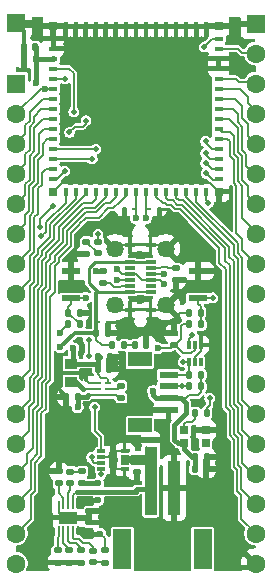
<source format=gbr>
%TF.GenerationSoftware,KiCad,Pcbnew,9.0.7-9.0.7~ubuntu22.04.1*%
%TF.CreationDate,2026-02-08T22:50:42-07:00*%
%TF.ProjectId,ESP32-S3-MINI-1_UU,45535033-322d-4533-932d-4d494e492d31,rev?*%
%TF.SameCoordinates,Original*%
%TF.FileFunction,Copper,L1,Top*%
%TF.FilePolarity,Positive*%
%FSLAX46Y46*%
G04 Gerber Fmt 4.6, Leading zero omitted, Abs format (unit mm)*
G04 Created by KiCad (PCBNEW 9.0.7-9.0.7~ubuntu22.04.1) date 2026-02-08 22:50:42*
%MOMM*%
%LPD*%
G01*
G04 APERTURE LIST*
G04 Aperture macros list*
%AMRoundRect*
0 Rectangle with rounded corners*
0 $1 Rounding radius*
0 $2 $3 $4 $5 $6 $7 $8 $9 X,Y pos of 4 corners*
0 Add a 4 corners polygon primitive as box body*
4,1,4,$2,$3,$4,$5,$6,$7,$8,$9,$2,$3,0*
0 Add four circle primitives for the rounded corners*
1,1,$1+$1,$2,$3*
1,1,$1+$1,$4,$5*
1,1,$1+$1,$6,$7*
1,1,$1+$1,$8,$9*
0 Add four rect primitives between the rounded corners*
20,1,$1+$1,$2,$3,$4,$5,0*
20,1,$1+$1,$4,$5,$6,$7,0*
20,1,$1+$1,$6,$7,$8,$9,0*
20,1,$1+$1,$8,$9,$2,$3,0*%
%AMOutline5P*
0 Free polygon, 5 corners , with rotation*
0 The origin of the aperture is its center*
0 number of corners: always 5*
0 $1 to $10 corner X, Y*
0 $11 Rotation angle, in degrees counterclockwise*
0 create outline with 5 corners*
4,1,5,$1,$2,$3,$4,$5,$6,$7,$8,$9,$10,$1,$2,$11*%
%AMOutline6P*
0 Free polygon, 6 corners , with rotation*
0 The origin of the aperture is its center*
0 number of corners: always 6*
0 $1 to $12 corner X, Y*
0 $13 Rotation angle, in degrees counterclockwise*
0 create outline with 6 corners*
4,1,6,$1,$2,$3,$4,$5,$6,$7,$8,$9,$10,$11,$12,$1,$2,$13*%
%AMOutline7P*
0 Free polygon, 7 corners , with rotation*
0 The origin of the aperture is its center*
0 number of corners: always 7*
0 $1 to $14 corner X, Y*
0 $15 Rotation angle, in degrees counterclockwise*
0 create outline with 7 corners*
4,1,7,$1,$2,$3,$4,$5,$6,$7,$8,$9,$10,$11,$12,$13,$14,$1,$2,$15*%
%AMOutline8P*
0 Free polygon, 8 corners , with rotation*
0 The origin of the aperture is its center*
0 number of corners: always 8*
0 $1 to $16 corner X, Y*
0 $17 Rotation angle, in degrees counterclockwise*
0 create outline with 8 corners*
4,1,8,$1,$2,$3,$4,$5,$6,$7,$8,$9,$10,$11,$12,$13,$14,$15,$16,$1,$2,$17*%
G04 Aperture macros list end*
%TA.AperFunction,SMDPad,CuDef*%
%ADD10RoundRect,0.140000X0.170000X-0.140000X0.170000X0.140000X-0.170000X0.140000X-0.170000X-0.140000X0*%
%TD*%
%TA.AperFunction,SMDPad,CuDef*%
%ADD11RoundRect,0.140000X-0.170000X0.140000X-0.170000X-0.140000X0.170000X-0.140000X0.170000X0.140000X0*%
%TD*%
%TA.AperFunction,SMDPad,CuDef*%
%ADD12RoundRect,0.140000X0.140000X0.170000X-0.140000X0.170000X-0.140000X-0.170000X0.140000X-0.170000X0*%
%TD*%
%TA.AperFunction,SMDPad,CuDef*%
%ADD13RoundRect,0.140000X-0.140000X-0.170000X0.140000X-0.170000X0.140000X0.170000X-0.140000X0.170000X0*%
%TD*%
%TA.AperFunction,SMDPad,CuDef*%
%ADD14RoundRect,0.135000X0.135000X0.185000X-0.135000X0.185000X-0.135000X-0.185000X0.135000X-0.185000X0*%
%TD*%
%TA.AperFunction,SMDPad,CuDef*%
%ADD15RoundRect,0.135000X0.185000X-0.135000X0.185000X0.135000X-0.185000X0.135000X-0.185000X-0.135000X0*%
%TD*%
%TA.AperFunction,SMDPad,CuDef*%
%ADD16RoundRect,0.135000X-0.185000X0.135000X-0.185000X-0.135000X0.185000X-0.135000X0.185000X0.135000X0*%
%TD*%
%TA.AperFunction,SMDPad,CuDef*%
%ADD17RoundRect,0.062500X-0.117500X-0.062500X0.117500X-0.062500X0.117500X0.062500X-0.117500X0.062500X0*%
%TD*%
%TA.AperFunction,SMDPad,CuDef*%
%ADD18RoundRect,0.062500X0.117500X0.062500X-0.117500X0.062500X-0.117500X-0.062500X0.117500X-0.062500X0*%
%TD*%
%TA.AperFunction,SMDPad,CuDef*%
%ADD19R,1.000000X0.900000*%
%TD*%
%TA.AperFunction,SMDPad,CuDef*%
%ADD20R,0.700000X0.700000*%
%TD*%
%TA.AperFunction,SMDPad,CuDef*%
%ADD21RoundRect,0.147500X0.147500X0.172500X-0.147500X0.172500X-0.147500X-0.172500X0.147500X-0.172500X0*%
%TD*%
%TA.AperFunction,SMDPad,CuDef*%
%ADD22RoundRect,0.147500X0.172500X-0.147500X0.172500X0.147500X-0.172500X0.147500X-0.172500X-0.147500X0*%
%TD*%
%TA.AperFunction,ComponentPad*%
%ADD23R,1.600000X1.600000*%
%TD*%
%TA.AperFunction,ComponentPad*%
%ADD24C,1.600000*%
%TD*%
%TA.AperFunction,SMDPad,CuDef*%
%ADD25RoundRect,0.135000X-0.135000X-0.185000X0.135000X-0.185000X0.135000X0.185000X-0.135000X0.185000X0*%
%TD*%
%TA.AperFunction,SMDPad,CuDef*%
%ADD26R,1.550000X0.600000*%
%TD*%
%TA.AperFunction,SMDPad,CuDef*%
%ADD27R,2.000000X1.200000*%
%TD*%
%TA.AperFunction,SMDPad,CuDef*%
%ADD28R,0.700000X0.300000*%
%TD*%
%TA.AperFunction,SMDPad,CuDef*%
%ADD29R,0.800000X1.380000*%
%TD*%
%TA.AperFunction,SMDPad,CuDef*%
%ADD30R,1.000000X4.600000*%
%TD*%
%TA.AperFunction,SMDPad,CuDef*%
%ADD31R,1.600000X3.400000*%
%TD*%
%TA.AperFunction,SMDPad,CuDef*%
%ADD32RoundRect,0.147500X-0.172500X0.147500X-0.172500X-0.147500X0.172500X-0.147500X0.172500X0.147500X0*%
%TD*%
%TA.AperFunction,SMDPad,CuDef*%
%ADD33R,0.800000X0.400000*%
%TD*%
%TA.AperFunction,SMDPad,CuDef*%
%ADD34R,0.400000X0.800000*%
%TD*%
%TA.AperFunction,HeatsinkPad*%
%ADD35Outline5P,-0.600000X0.204000X-0.204000X0.600000X0.600000X0.600000X0.600000X-0.600000X-0.600000X-0.600000X0.000000*%
%TD*%
%TA.AperFunction,HeatsinkPad*%
%ADD36R,1.200000X1.200000*%
%TD*%
%TA.AperFunction,SMDPad,CuDef*%
%ADD37R,0.800000X0.800000*%
%TD*%
%TA.AperFunction,SMDPad,CuDef*%
%ADD38R,1.650000X0.500000*%
%TD*%
%TA.AperFunction,SMDPad,CuDef*%
%ADD39RoundRect,0.087500X0.087500X-0.250000X0.087500X0.250000X-0.087500X0.250000X-0.087500X-0.250000X0*%
%TD*%
%TA.AperFunction,SMDPad,CuDef*%
%ADD40R,0.870000X0.300000*%
%TD*%
%TA.AperFunction,ComponentPad*%
%ADD41C,1.460000*%
%TD*%
%TA.AperFunction,SMDPad,CuDef*%
%ADD42R,0.600000X0.250000*%
%TD*%
%TA.AperFunction,SMDPad,CuDef*%
%ADD43R,1.000000X0.200000*%
%TD*%
%TA.AperFunction,SMDPad,CuDef*%
%ADD44R,0.200000X0.750000*%
%TD*%
%TA.AperFunction,SMDPad,CuDef*%
%ADD45R,1.600000X1.000000*%
%TD*%
%TA.AperFunction,ViaPad*%
%ADD46C,0.600000*%
%TD*%
%TA.AperFunction,ViaPad*%
%ADD47C,0.500000*%
%TD*%
%TA.AperFunction,Conductor*%
%ADD48C,0.500000*%
%TD*%
%TA.AperFunction,Conductor*%
%ADD49C,0.150000*%
%TD*%
%TA.AperFunction,Conductor*%
%ADD50C,0.200000*%
%TD*%
%TA.AperFunction,Conductor*%
%ADD51C,0.400000*%
%TD*%
%TA.AperFunction,Conductor*%
%ADD52C,0.300000*%
%TD*%
%TA.AperFunction,Conductor*%
%ADD53C,0.250000*%
%TD*%
G04 APERTURE END LIST*
D10*
%TO.P,C14,1*%
%TO.N,3V3*%
X203200000Y-96460000D03*
%TO.P,C14,2*%
%TO.N,GND*%
X203200000Y-95500000D03*
%TD*%
D11*
%TO.P,C15,1*%
%TO.N,VBAT*%
X200100000Y-106250000D03*
%TO.P,C15,2*%
%TO.N,GND*%
X200100000Y-107210000D03*
%TD*%
D10*
%TO.P,C7,2*%
%TO.N,GND*%
X201250000Y-104520000D03*
%TO.P,C7,1*%
%TO.N,VBAT*%
X201250000Y-105480000D03*
%TD*%
D12*
%TO.P,C13,1*%
%TO.N,GND*%
X205960000Y-107000000D03*
%TO.P,C13,2*%
%TO.N,3V3*%
X205000000Y-107000000D03*
%TD*%
D13*
%TO.P,C11,1*%
%TO.N,3V3*%
X205020000Y-106000000D03*
%TO.P,C11,2*%
%TO.N,GND*%
X205980000Y-106000000D03*
%TD*%
D14*
%TO.P,R14,1*%
%TO.N,3V3*%
X205510000Y-99000000D03*
%TO.P,R14,2*%
%TO.N,SCL*%
X204490000Y-99000000D03*
%TD*%
D15*
%TO.P,R9,1*%
%TO.N,VSYS*%
X195460000Y-108210000D03*
%TO.P,R9,2*%
%TO.N,Net-(D2-A)*%
X195460000Y-107190000D03*
%TD*%
D16*
%TO.P,TH1,1*%
%TO.N,Net-(IC2-TS{slash}MR)*%
X193360000Y-113890000D03*
%TO.P,TH1,2*%
%TO.N,GND*%
X193360000Y-114910000D03*
%TD*%
D17*
%TO.P,D7,1,A1*%
%TO.N,GND*%
X201920000Y-85000000D03*
%TO.P,D7,2,A2*%
%TO.N,D+*%
X201080000Y-85000000D03*
%TD*%
D18*
%TO.P,D8,1,A1*%
%TO.N,GND*%
X198980000Y-85000000D03*
%TO.P,D8,2,A2*%
%TO.N,D-*%
X199820000Y-85000000D03*
%TD*%
D19*
%TO.P,L1,1,1*%
%TO.N,Net-(IC1-SW)*%
X194500000Y-99662500D03*
%TO.P,L1,2,2*%
%TO.N,3V3*%
X194500000Y-98062500D03*
%TD*%
D10*
%TO.P,C8,1*%
%TO.N,V_USB*%
X196060000Y-112480000D03*
%TO.P,C8,2*%
%TO.N,GND*%
X196060000Y-111520000D03*
%TD*%
D12*
%TO.P,C12,1*%
%TO.N,Net-(S2-NO)*%
X205480000Y-93750000D03*
%TO.P,C12,2*%
%TO.N,GND*%
X204520000Y-93750000D03*
%TD*%
D20*
%TO.P,D6,1,DOUT*%
%TO.N,unconnected-(D6-DOUT-Pad1)*%
X205915000Y-104800000D03*
%TO.P,D6,2,VSS*%
%TO.N,GND*%
X205915000Y-103700000D03*
%TO.P,D6,3,DIN*%
%TO.N,Net-(D6-DIN)*%
X204085000Y-103700000D03*
%TO.P,D6,4,VDD*%
%TO.N,3V3*%
X204085000Y-104800000D03*
%TD*%
D12*
%TO.P,C5,1*%
%TO.N,VSYS*%
X195067500Y-100862500D03*
%TO.P,C5,2*%
%TO.N,GND*%
X194107500Y-100862500D03*
%TD*%
D21*
%TO.P,D4,1,K*%
%TO.N,GND*%
X200870000Y-96500000D03*
%TO.P,D4,2,A*%
%TO.N,Net-(D4-A)*%
X199900000Y-96500000D03*
%TD*%
D16*
%TO.P,R2,1*%
%TO.N,Net-(IC2-ILIM{slash}VSET)*%
X194360000Y-113890000D03*
%TO.P,R2,2*%
%TO.N,GND*%
X194360000Y-114910000D03*
%TD*%
%TO.P,R4,1*%
%TO.N,Net-(J2-CC2)*%
X203385000Y-89990000D03*
%TO.P,R4,2*%
%TO.N,GND*%
X203385000Y-91010000D03*
%TD*%
D22*
%TO.P,D5,1,K*%
%TO.N,Net-(D5-K)*%
X196800000Y-88720000D03*
%TO.P,D5,2,A*%
%TO.N,LED*%
X196800000Y-87750000D03*
%TD*%
D16*
%TO.P,R12,1*%
%TO.N,Net-(D5-K)*%
X195800000Y-87750000D03*
%TO.P,R12,2*%
%TO.N,GND*%
X195800000Y-88770000D03*
%TD*%
D23*
%TO.P,J5,1,1*%
%TO.N,3V3*%
X189840000Y-74360000D03*
D24*
%TO.P,J5,2,2*%
%TO.N,LED*%
X189840000Y-76900000D03*
%TO.P,J5,3,3*%
%TO.N,IO3*%
X189840000Y-79440000D03*
%TO.P,J5,4,4*%
%TO.N,IO4*%
X189840000Y-81980000D03*
%TO.P,J5,5,5*%
%TO.N,IO5*%
X189840000Y-84520000D03*
%TO.P,J5,6,6*%
%TO.N,IO6*%
X189840000Y-87060000D03*
%TO.P,J5,7,7*%
%TO.N,IO7*%
X189840000Y-89600000D03*
%TO.P,J5,8,8*%
%TO.N,IO10*%
X189840000Y-92140000D03*
%TO.P,J5,9,9*%
%TO.N,IO11*%
X189840000Y-94680000D03*
%TO.P,J5,10,10*%
%TO.N,IO12*%
X189840000Y-97220000D03*
%TO.P,J5,11,11*%
%TO.N,IO13*%
X189840000Y-99760000D03*
%TO.P,J5,12,12*%
%TO.N,IO14*%
X189840000Y-102300000D03*
%TO.P,J5,13,13*%
%TO.N,IO15*%
X189840000Y-104840000D03*
%TO.P,J5,14,14*%
%TO.N,IO16*%
X189840000Y-107380000D03*
%TO.P,J5,15,15*%
%TO.N,IO17*%
X189840000Y-109920000D03*
%TO.P,J5,16,16*%
%TO.N,IO18*%
X189840000Y-112460000D03*
%TO.P,J5,17,17*%
%TO.N,V_USB*%
X189840000Y-115000000D03*
%TD*%
D16*
%TO.P,R3,1*%
%TO.N,Net-(IC2-ISET)*%
X195360000Y-113890000D03*
%TO.P,R3,2*%
%TO.N,GND*%
X195360000Y-114910000D03*
%TD*%
D25*
%TO.P,R13,1*%
%TO.N,3V3*%
X194240000Y-94750000D03*
%TO.P,R13,2*%
%TO.N,Net-(S1-NO)*%
X195260000Y-94750000D03*
%TD*%
D13*
%TO.P,C9,1*%
%TO.N,V_USB*%
X196655000Y-95500000D03*
%TO.P,C9,2*%
%TO.N,GND*%
X197615000Y-95500000D03*
%TD*%
D26*
%TO.P,J3,1,Pin_1*%
%TO.N,GND*%
X202761000Y-102000000D03*
%TO.P,J3,2,Pin_2*%
%TO.N,3V3*%
X202761000Y-101000000D03*
%TO.P,J3,3,Pin_3*%
%TO.N,SDA*%
X202761000Y-100000000D03*
%TO.P,J3,4,Pin_4*%
%TO.N,SCL*%
X202761000Y-99000000D03*
D27*
%TO.P,J3,NC1,NC*%
%TO.N,unconnected-(J3-NC-PadNC1)*%
X200336000Y-103300000D03*
%TO.P,J3,NC2,NC*%
%TO.N,unconnected-(J3-NC-PadNC2)*%
X200336000Y-97700000D03*
%TD*%
D28*
%TO.P,U3,1,CTG*%
%TO.N,GND*%
X199040000Y-106971130D03*
%TO.P,U3,2,CELL*%
%TO.N,VBAT*%
X199040000Y-106471130D03*
%TO.P,U3,3,VDD*%
X199040000Y-105971130D03*
%TO.P,U3,4,GND*%
%TO.N,GND*%
X199040000Y-105471130D03*
%TO.P,U3,5,~{ALRT}*%
%TO.N,BAT_ALRT*%
X197060000Y-105471130D03*
%TO.P,U3,6,QSTRT*%
%TO.N,GND*%
X197060000Y-105971130D03*
%TO.P,U3,7,SCL*%
%TO.N,SCL*%
X197060000Y-106471130D03*
%TO.P,U3,8,SDA*%
%TO.N,SDA*%
X197060000Y-106971130D03*
D29*
%TO.P,U3,9,GND*%
%TO.N,GND*%
X198050000Y-106221130D03*
%TD*%
D14*
%TO.P,R16,1*%
%TO.N,3V3*%
X205510000Y-100000000D03*
%TO.P,R16,2*%
%TO.N,SDA*%
X204490000Y-100000000D03*
%TD*%
D15*
%TO.P,R5,1*%
%TO.N,Net-(J2-CC1)*%
X197250000Y-91260000D03*
%TO.P,R5,2*%
%TO.N,GND*%
X197250000Y-90240000D03*
%TD*%
D17*
%TO.P,D1,1,A1*%
%TO.N,GND*%
X197635000Y-94550000D03*
%TO.P,D1,2,A2*%
%TO.N,V_USB*%
X196795000Y-94550000D03*
%TD*%
D30*
%TO.P,J1,1,-*%
%TO.N,GND*%
X203250000Y-108600000D03*
%TO.P,J1,2,+*%
%TO.N,VBAT*%
X201250000Y-108600000D03*
D31*
%TO.P,J1,NC1,NC1*%
%TO.N,unconnected-(J1-PadNC1)*%
X205650000Y-113800000D03*
%TO.P,J1,NC2,NC2*%
%TO.N,unconnected-(J1-PadNC2)*%
X198850000Y-113800000D03*
%TD*%
D12*
%TO.P,C4,1*%
%TO.N,3V3*%
X191500000Y-72250000D03*
%TO.P,C4,2*%
%TO.N,GND*%
X190540000Y-72250000D03*
%TD*%
D16*
%TO.P,R1,1*%
%TO.N,Net-(IC1-PG)*%
X198750000Y-99940000D03*
%TO.P,R1,2*%
%TO.N,VSYS*%
X198750000Y-100960000D03*
%TD*%
D23*
%TO.P,J6,1,1*%
%TO.N,GND*%
X210160000Y-69280000D03*
D24*
%TO.P,J6,2,2*%
%TO.N,IO46*%
X210160000Y-71820000D03*
%TO.P,J6,3,3*%
%TO.N,IO45*%
X210160000Y-74360000D03*
%TO.P,J6,4,4*%
%TO.N,RX*%
X210160000Y-76900000D03*
%TO.P,J6,5,5*%
%TO.N,TX*%
X210160000Y-79440000D03*
%TO.P,J6,6,6*%
%TO.N,MTMS*%
X210160000Y-81980000D03*
%TO.P,J6,7,7*%
%TO.N,MTDI*%
X210160000Y-84520000D03*
%TO.P,J6,8,8*%
%TO.N,MTDO*%
X210160000Y-87060000D03*
%TO.P,J6,9,9*%
%TO.N,MTCK*%
X210160000Y-89600000D03*
%TO.P,J6,10,10*%
%TO.N,IO38*%
X210160000Y-92140000D03*
%TO.P,J6,11,11*%
%TO.N,IO37*%
X210160000Y-94680000D03*
%TO.P,J6,12,12*%
%TO.N,IO36*%
X210160000Y-97220000D03*
%TO.P,J6,13,13*%
%TO.N,IO35*%
X210160000Y-99760000D03*
%TO.P,J6,14,14*%
%TO.N,IO34*%
X210160000Y-102300000D03*
%TO.P,J6,15,15*%
%TO.N,IO33*%
X210160000Y-104840000D03*
%TO.P,J6,16,16*%
%TO.N,IO47*%
X210160000Y-107380000D03*
%TO.P,J6,17,17*%
%TO.N,IO26*%
X210160000Y-109920000D03*
%TO.P,J6,18,18*%
%TO.N,IO21*%
X210160000Y-112460000D03*
%TO.P,J6,19,19*%
%TO.N,GND*%
X210160000Y-115000000D03*
%TD*%
D32*
%TO.P,D3,1,K*%
%TO.N,Net-(D3-K)*%
X196360000Y-113915000D03*
%TO.P,D3,2,A*%
%TO.N,Net-(D3-A)*%
X196360000Y-114885000D03*
%TD*%
D11*
%TO.P,C6,1*%
%TO.N,VSYS*%
X196060000Y-109620000D03*
%TO.P,C6,2*%
%TO.N,GND*%
X196060000Y-110580000D03*
%TD*%
D13*
%TO.P,C1,1*%
%TO.N,3V3*%
X196810000Y-97500000D03*
%TO.P,C1,2*%
%TO.N,GND*%
X197770000Y-97500000D03*
%TD*%
D15*
%TO.P,R10,1*%
%TO.N,Net-(D3-A)*%
X197360000Y-114910000D03*
%TO.P,R10,2*%
%TO.N,V_USB*%
X197360000Y-113890000D03*
%TD*%
D14*
%TO.P,R15,1*%
%TO.N,RGB*%
X206010000Y-102250000D03*
%TO.P,R15,2*%
%TO.N,Net-(D6-DIN)*%
X204990000Y-102250000D03*
%TD*%
D33*
%TO.P,U2,1,GND*%
%TO.N,GND*%
X193000000Y-70550000D03*
%TO.P,U2,2,GND*%
X193000000Y-71400000D03*
%TO.P,U2,3,3V3*%
%TO.N,3V3*%
X193000000Y-72250000D03*
%TO.P,U2,4,IO0*%
%TO.N,Net-(S1-NO)*%
X193000000Y-73100000D03*
%TO.P,U2,5,IO1*%
%TO.N,BAT_ALRT*%
X193000000Y-73950000D03*
%TO.P,U2,6,IO2*%
%TO.N,LED*%
X193000000Y-74800000D03*
%TO.P,U2,7,IO3*%
%TO.N,IO3*%
X193000000Y-75650000D03*
%TO.P,U2,8,IO4*%
%TO.N,IO4*%
X193000000Y-76500000D03*
%TO.P,U2,9,IO5*%
%TO.N,IO5*%
X193000000Y-77350000D03*
%TO.P,U2,10,IO6*%
%TO.N,IO6*%
X193000000Y-78200000D03*
%TO.P,U2,11,IO7*%
%TO.N,IO7*%
X193000000Y-79050000D03*
%TO.P,U2,12,IO8*%
%TO.N,SDA*%
X193000000Y-79900000D03*
%TO.P,U2,13,IO9*%
%TO.N,SCL*%
X193000000Y-80750000D03*
%TO.P,U2,14,IO10*%
%TO.N,IO10*%
X193000000Y-81600000D03*
%TO.P,U2,15,IO11*%
%TO.N,IO11*%
X193000000Y-82450000D03*
D34*
%TO.P,U2,16,IO12*%
%TO.N,IO12*%
X194050000Y-83500000D03*
%TO.P,U2,17,IO13*%
%TO.N,IO13*%
X194900000Y-83500000D03*
%TO.P,U2,18,IO14*%
%TO.N,IO14*%
X195750000Y-83500000D03*
%TO.P,U2,19,IO15*%
%TO.N,IO15*%
X196600000Y-83500000D03*
%TO.P,U2,20,IO16*%
%TO.N,IO16*%
X197450000Y-83500000D03*
%TO.P,U2,21,IO17*%
%TO.N,IO17*%
X198300000Y-83500000D03*
%TO.P,U2,22,IO18*%
%TO.N,IO18*%
X199150000Y-83500000D03*
%TO.P,U2,23,USB_D-*%
%TO.N,D-*%
X200000000Y-83500000D03*
%TO.P,U2,24,USB_D+*%
%TO.N,D+*%
X200850000Y-83500000D03*
%TO.P,U2,25,IO21*%
%TO.N,IO21*%
X201700000Y-83500000D03*
%TO.P,U2,26,IO26*%
%TO.N,IO26*%
X202550000Y-83500000D03*
%TO.P,U2,27,IO47*%
%TO.N,IO47*%
X203400000Y-83500000D03*
%TO.P,U2,28,IO33*%
%TO.N,IO33*%
X204250000Y-83500000D03*
%TO.P,U2,29,IO34*%
%TO.N,IO34*%
X205100000Y-83500000D03*
%TO.P,U2,30,IO48*%
%TO.N,RGB*%
X205950000Y-83500000D03*
D33*
%TO.P,U2,31,IO35*%
%TO.N,IO35*%
X207000000Y-82450000D03*
%TO.P,U2,32,IO36*%
%TO.N,IO36*%
X207000000Y-81600000D03*
%TO.P,U2,33,IO37*%
%TO.N,IO37*%
X207000000Y-80750000D03*
%TO.P,U2,34,IO38*%
%TO.N,IO38*%
X207000000Y-79900000D03*
%TO.P,U2,35,IO39*%
%TO.N,MTCK*%
X207000000Y-79050000D03*
%TO.P,U2,36,IO40*%
%TO.N,MTDO*%
X207000000Y-78200000D03*
%TO.P,U2,37,IO41*%
%TO.N,MTDI*%
X207000000Y-77350000D03*
%TO.P,U2,38,IO42*%
%TO.N,MTMS*%
X207000000Y-76500000D03*
%TO.P,U2,39,TXD0*%
%TO.N,TX*%
X207000000Y-75650000D03*
%TO.P,U2,40,RXD0*%
%TO.N,RX*%
X207000000Y-74800000D03*
%TO.P,U2,41,IO45*%
%TO.N,IO45*%
X207000000Y-73950000D03*
%TO.P,U2,42,GND*%
%TO.N,GND*%
X207000000Y-73100000D03*
%TO.P,U2,43,GND*%
X207000000Y-72250000D03*
%TO.P,U2,44,IO46*%
%TO.N,IO46*%
X207000000Y-71400000D03*
%TO.P,U2,45,EN*%
%TO.N,Net-(S2-NO)*%
X207000000Y-70550000D03*
D34*
%TO.P,U2,46,GND*%
%TO.N,GND*%
X205950000Y-69500000D03*
%TO.P,U2,47,GND*%
X205100000Y-69500000D03*
%TO.P,U2,48,GND*%
X204250000Y-69500000D03*
%TO.P,U2,49,GND*%
X203400000Y-69500000D03*
%TO.P,U2,50,GND*%
X202550000Y-69500000D03*
%TO.P,U2,51,GND*%
X201700000Y-69500000D03*
%TO.P,U2,52,GND*%
X200850000Y-69500000D03*
%TO.P,U2,53,GND*%
X200000000Y-69500000D03*
%TO.P,U2,54,GND*%
X199150000Y-69500000D03*
%TO.P,U2,55,GND*%
X198300000Y-69500000D03*
%TO.P,U2,56,GND*%
X197450000Y-69500000D03*
%TO.P,U2,57,GND*%
X196600000Y-69500000D03*
%TO.P,U2,58,GND*%
X195750000Y-69500000D03*
%TO.P,U2,59,GND*%
X194900000Y-69500000D03*
%TO.P,U2,60,GND*%
X194050000Y-69500000D03*
D35*
%TO.P,U2,61,GND*%
X198350000Y-74850000D03*
D36*
X198350000Y-76500000D03*
X198350000Y-78150000D03*
X200000000Y-74850000D03*
X200000000Y-76500000D03*
X200000000Y-78150000D03*
X201650000Y-74850000D03*
X201650000Y-76500000D03*
X201650000Y-78150000D03*
D37*
%TO.P,U2,62,GND*%
X193000000Y-69500000D03*
%TO.P,U2,63,GND*%
X193000000Y-83500000D03*
%TO.P,U2,64,GND*%
X207000000Y-83500000D03*
%TO.P,U2,65,GND*%
X207000000Y-69500000D03*
%TD*%
D38*
%TO.P,S1,1,COM*%
%TO.N,GND*%
X194500000Y-90250000D03*
%TO.P,S1,2,NO*%
%TO.N,Net-(S1-NO)*%
X194500000Y-92550000D03*
%TD*%
D13*
%TO.P,C10,1*%
%TO.N,Net-(S1-NO)*%
X194270000Y-93750000D03*
%TO.P,C10,2*%
%TO.N,GND*%
X195230000Y-93750000D03*
%TD*%
D25*
%TO.P,R11,1*%
%TO.N,V_USB*%
X197990000Y-96500000D03*
%TO.P,R11,2*%
%TO.N,Net-(D4-A)*%
X199010000Y-96500000D03*
%TD*%
D39*
%TO.P,U4,1,SCL*%
%TO.N,SCL*%
X204500000Y-97912500D03*
%TO.P,U4,2,GND*%
%TO.N,GND*%
X205000000Y-97912500D03*
%TO.P,U4,3,ALERT*%
%TO.N,unconnected-(U4-ALERT-Pad3)*%
X205500000Y-97912500D03*
%TO.P,U4,4,ADD0*%
%TO.N,GND*%
X205500000Y-96487500D03*
%TO.P,U4,5,V+*%
%TO.N,3V3*%
X205000000Y-96487500D03*
%TO.P,U4,6,SDA*%
%TO.N,SDA*%
X204500000Y-96487500D03*
%TD*%
D25*
%TO.P,R17,1*%
%TO.N,3V3*%
X204490000Y-94750000D03*
%TO.P,R17,2*%
%TO.N,Net-(S2-NO)*%
X205510000Y-94750000D03*
%TD*%
D23*
%TO.P,J4,1,1*%
%TO.N,GND*%
X189875000Y-69270000D03*
%TD*%
D12*
%TO.P,C3,1*%
%TO.N,3V3*%
X191480000Y-71250000D03*
%TO.P,C3,2*%
%TO.N,GND*%
X190520000Y-71250000D03*
%TD*%
D13*
%TO.P,C2,1*%
%TO.N,3V3*%
X196790000Y-98500000D03*
%TO.P,C2,2*%
%TO.N,GND*%
X197750000Y-98500000D03*
%TD*%
D40*
%TO.P,J2,A1,GND_1*%
%TO.N,GND*%
X199520000Y-93500000D03*
%TO.P,J2,A4,VBUS_1*%
%TO.N,V_USB*%
X199520000Y-92000000D03*
%TO.P,J2,A5,CC1*%
%TO.N,Net-(J2-CC1)*%
X199520000Y-91500000D03*
%TO.P,J2,A6,DP1*%
%TO.N,D+*%
X199520000Y-91000000D03*
%TO.P,J2,A7,DN1*%
%TO.N,D-*%
X199520000Y-90500000D03*
%TO.P,J2,A8,SBU1*%
%TO.N,unconnected-(J2-SBU1-PadA8)*%
X199520000Y-90000000D03*
%TO.P,J2,A9,VBUS_2*%
%TO.N,V_USB*%
X199520000Y-89500000D03*
%TO.P,J2,A12,GND_2*%
%TO.N,GND*%
X199520000Y-88000000D03*
%TO.P,J2,B1,GND_3*%
X201250000Y-88000000D03*
%TO.P,J2,B4,VBUS_3*%
%TO.N,V_USB*%
X201250000Y-89500000D03*
%TO.P,J2,B5,CC2*%
%TO.N,Net-(J2-CC2)*%
X201250000Y-90000000D03*
%TO.P,J2,B6,DP2*%
%TO.N,D+*%
X201250000Y-90500000D03*
%TO.P,J2,B7,DN2*%
%TO.N,D-*%
X201250000Y-91000000D03*
%TO.P,J2,B8,SBU2*%
%TO.N,unconnected-(J2-SBU2-PadB8)*%
X201250000Y-91500000D03*
%TO.P,J2,B9,VBUS_4*%
%TO.N,V_USB*%
X201250000Y-92000000D03*
%TO.P,J2,B12,GND_4*%
%TO.N,GND*%
X201250000Y-93500000D03*
D41*
%TO.P,J2,MH1,MH1*%
X198235000Y-93150000D03*
%TO.P,J2,MH2,MH2*%
X198235000Y-88350000D03*
%TO.P,J2,MH3,MH3*%
X202535000Y-88350000D03*
%TO.P,J2,MH4,MH4*%
X202535000Y-93150000D03*
%TD*%
D15*
%TO.P,R8,1*%
%TO.N,Net-(IC2-~{CE})*%
X193460000Y-108210000D03*
%TO.P,R8,2*%
%TO.N,GND*%
X193460000Y-107190000D03*
%TD*%
D38*
%TO.P,S2,1,COM*%
%TO.N,GND*%
X205250000Y-90250000D03*
%TO.P,S2,2,NO*%
%TO.N,Net-(S2-NO)*%
X205250000Y-92550000D03*
%TD*%
D42*
%TO.P,IC1,1,EN*%
%TO.N,VSYS*%
X197600000Y-100750000D03*
%TO.P,IC1,2,PG*%
%TO.N,Net-(IC1-PG)*%
X197600000Y-100250000D03*
%TO.P,IC1,3,FB*%
%TO.N,3V3*%
X197600000Y-99750000D03*
D43*
%TO.P,IC1,4,GND*%
%TO.N,GND*%
X196500000Y-99750000D03*
%TO.P,IC1,5,SW*%
%TO.N,Net-(IC1-SW)*%
X196500000Y-100250000D03*
%TO.P,IC1,6,VIN*%
%TO.N,VSYS*%
X196500000Y-100750000D03*
%TD*%
D22*
%TO.P,D2,1,K*%
%TO.N,Net-(D2-K)*%
X194460000Y-108185000D03*
%TO.P,D2,2,A*%
%TO.N,Net-(D2-A)*%
X194460000Y-107215000D03*
%TD*%
D44*
%TO.P,IC2,1,SYS*%
%TO.N,VSYS*%
X195060000Y-110000000D03*
%TO.P,IC2,2,BAT*%
%TO.N,VBAT*%
X194660000Y-110000000D03*
%TO.P,IC2,3,STAT2*%
%TO.N,Net-(D2-K)*%
X194260000Y-110000000D03*
%TO.P,IC2,4,~{CE}*%
%TO.N,Net-(IC2-~{CE})*%
X193860000Y-110000000D03*
%TO.P,IC2,5,GND*%
%TO.N,GND*%
X193460000Y-110000000D03*
%TO.P,IC2,6,TS/MR*%
%TO.N,Net-(IC2-TS{slash}MR)*%
X193460000Y-112200000D03*
%TO.P,IC2,7,ILIM/VSET*%
%TO.N,Net-(IC2-ILIM{slash}VSET)*%
X193860000Y-112200000D03*
%TO.P,IC2,8,ISET*%
%TO.N,Net-(IC2-ISET)*%
X194260000Y-112200000D03*
%TO.P,IC2,9,STAT1*%
%TO.N,Net-(D3-K)*%
X194660000Y-112200000D03*
%TO.P,IC2,10,IN*%
%TO.N,V_USB*%
X195060000Y-112200000D03*
D45*
%TO.P,IC2,11,EP*%
%TO.N,GND*%
X194260000Y-111100000D03*
%TD*%
D46*
%TO.N,GND*%
X194300000Y-111100000D03*
D47*
X196300000Y-86400000D03*
D46*
X203293413Y-97306587D03*
X194100000Y-101750000D03*
X195750000Y-98850000D03*
X198250000Y-111450000D03*
X192100000Y-114500000D03*
X198050000Y-105521130D03*
X207750000Y-114750000D03*
D47*
X194250000Y-71000000D03*
D46*
X198250000Y-95500000D03*
D47*
X196000000Y-93750000D03*
X195900000Y-82500000D03*
D46*
X197800000Y-108100000D03*
X200500000Y-100400000D03*
D47*
X202500000Y-86500000D03*
D46*
X202500000Y-95500000D03*
X197800000Y-109700000D03*
X203385000Y-91750000D03*
X198290000Y-98000000D03*
X196635000Y-90240000D03*
D47*
X195250000Y-96100000D03*
X196000000Y-104750000D03*
X205000000Y-103750000D03*
X207000000Y-84475000D03*
X202500000Y-104500000D03*
D46*
X200385000Y-88750000D03*
X200385000Y-92750000D03*
D47*
X197250000Y-101750000D03*
X194500000Y-89500000D03*
X198250000Y-86500000D03*
D46*
X205900000Y-78400000D03*
X205500000Y-101500000D03*
%TO.N,VSYS*%
X196800000Y-109620000D03*
X196800000Y-108200000D03*
X195067500Y-101750000D03*
%TO.N,V_USB*%
X197000000Y-112480000D03*
X193600000Y-96700000D03*
D47*
%TO.N,IO36*%
X205900000Y-81081823D03*
%TO.N,IO35*%
X205947135Y-81954671D03*
%TO.N,BAT_ALRT*%
X196000000Y-96100000D03*
X196500000Y-101750000D03*
X194374000Y-78500000D03*
X195775000Y-77500000D03*
X196000000Y-97412500D03*
X194000000Y-73950000D03*
%TO.N,LED*%
X196800000Y-87125641D03*
D46*
X192300000Y-74800000D03*
D47*
%TO.N,IO37*%
X205900000Y-80250000D03*
D46*
%TO.N,3V3*%
X201450000Y-100400000D03*
X201850000Y-96750000D03*
X193600000Y-95475000D03*
X194675000Y-96750000D03*
X191549000Y-74300000D03*
D47*
%TO.N,SCL*%
X196300000Y-80750000D03*
X203986000Y-97912500D03*
X196259998Y-106001619D03*
%TO.N,SDA*%
X197052983Y-107441051D03*
X196600000Y-79900000D03*
X204788255Y-95663204D03*
X203900000Y-100000000D03*
D46*
%TO.N,D+*%
X202385000Y-90500000D03*
X200850000Y-85750000D03*
X198385000Y-91000000D03*
D47*
%TO.N,RGB*%
X206125000Y-84475000D03*
X206250000Y-101000000D03*
D46*
%TO.N,D-*%
X202385000Y-91300000D03*
X200000000Y-85750000D03*
X198385000Y-90100000D03*
%TO.N,Net-(S1-NO)*%
X195750000Y-92500000D03*
D47*
X194725000Y-76750000D03*
%TO.N,Net-(S2-NO)*%
X205800000Y-71250000D03*
X206500000Y-92500000D03*
%TO.N,IO12*%
X192000000Y-87300000D03*
%TO.N,IO11*%
X193000000Y-84750000D03*
X194000000Y-81750000D03*
X191876000Y-86545238D03*
%TO.N,IO38*%
X205900000Y-79250000D03*
%TD*%
D48*
%TO.N,GND*%
X194300000Y-111100000D02*
X196060000Y-111100000D01*
D49*
%TO.N,3V3*%
X203250000Y-96480000D02*
X203320000Y-96480000D01*
X203320000Y-96480000D02*
X203836000Y-95964000D01*
X203836000Y-95964000D02*
X203836000Y-94914000D01*
X203836000Y-94914000D02*
X204000000Y-94750000D01*
X204000000Y-94750000D02*
X204490000Y-94750000D01*
D50*
%TO.N,GND*%
X201250000Y-104520000D02*
X202480000Y-104520000D01*
X202480000Y-104520000D02*
X202500000Y-104500000D01*
X199040000Y-104760000D02*
X199300000Y-104500000D01*
X199040000Y-105471130D02*
X199040000Y-104760000D01*
X199300000Y-104500000D02*
X199320000Y-104520000D01*
X199320000Y-104520000D02*
X201250000Y-104520000D01*
X200100000Y-108100000D02*
X200000000Y-108200000D01*
X200000000Y-108200000D02*
X198750000Y-108200000D01*
X200100000Y-107210000D02*
X200100000Y-108100000D01*
X198750000Y-108200000D02*
X198650000Y-108100000D01*
X193460000Y-110677000D02*
X193460000Y-110000000D01*
X194260000Y-111100000D02*
X193883000Y-111100000D01*
X193883000Y-111100000D02*
X193460000Y-110677000D01*
D48*
X194260000Y-111100000D02*
X194300000Y-111100000D01*
D50*
X197060000Y-105971130D02*
X197600000Y-105971130D01*
X197600000Y-105971130D02*
X198050000Y-105521130D01*
D49*
%TO.N,BAT_ALRT*%
X196500000Y-101750000D02*
X196500000Y-103750000D01*
X196500000Y-103750000D02*
X197060000Y-104310000D01*
X197060000Y-104310000D02*
X197060000Y-105471130D01*
D51*
%TO.N,VBAT*%
X200100000Y-108710000D02*
X201140000Y-108710000D01*
X201140000Y-108710000D02*
X201250000Y-108600000D01*
X200000000Y-108900000D02*
X200000000Y-108810000D01*
X200000000Y-108810000D02*
X200100000Y-108710000D01*
D50*
%TO.N,3V3*%
X201850000Y-96750000D02*
X202980000Y-96750000D01*
X202980000Y-96750000D02*
X203250000Y-96480000D01*
D49*
X203250000Y-96480000D02*
X203280000Y-96480000D01*
X203280000Y-96480000D02*
X204000000Y-97200000D01*
D51*
X205000000Y-107000000D02*
X205000000Y-106020000D01*
D52*
X205000000Y-106020000D02*
X205020000Y-106000000D01*
D50*
%TO.N,GND*%
X199520000Y-93500000D02*
X198585000Y-93500000D01*
X198585000Y-93500000D02*
X198235000Y-93150000D01*
X201250000Y-93500000D02*
X202185000Y-93500000D01*
X202185000Y-93500000D02*
X202535000Y-93150000D01*
X199520000Y-88000000D02*
X198585000Y-88000000D01*
X198585000Y-88000000D02*
X198235000Y-88350000D01*
X201250000Y-88000000D02*
X202185000Y-88000000D01*
X202185000Y-88000000D02*
X202535000Y-88350000D01*
D49*
X205000000Y-97500000D02*
X205500000Y-97000000D01*
D50*
X198438000Y-105471130D02*
X198050000Y-105859130D01*
X195260000Y-93780000D02*
X195230000Y-93750000D01*
D52*
X190105000Y-69500000D02*
X189875000Y-69270000D01*
D49*
X206250000Y-82750000D02*
X205850000Y-82750000D01*
D50*
X198050000Y-106221130D02*
X197800000Y-105971130D01*
D52*
X193000000Y-69500000D02*
X190271000Y-69500000D01*
X190520000Y-69915000D02*
X189991000Y-69386000D01*
D51*
X197750000Y-98000000D02*
X198290000Y-98000000D01*
D52*
X194107500Y-100857500D02*
X193500000Y-100250000D01*
D51*
X194500000Y-90250000D02*
X194500000Y-89500000D01*
X208000000Y-115250000D02*
X209709000Y-115250000D01*
X208300000Y-69500000D02*
X208520000Y-69280000D01*
D50*
X195750000Y-98850000D02*
X195735500Y-98850000D01*
D52*
X193500000Y-100250000D02*
X193500000Y-99100000D01*
D51*
X201920000Y-85920000D02*
X202500000Y-86500000D01*
D49*
X194360000Y-114910000D02*
X193360000Y-114910000D01*
D50*
X198650000Y-108100000D02*
X197800000Y-108100000D01*
D51*
X207750000Y-114750000D02*
X207750000Y-115000000D01*
D49*
X194730000Y-88770000D02*
X195800000Y-88770000D01*
X204520000Y-93750000D02*
X203750000Y-93750000D01*
D51*
X197750000Y-98000000D02*
X197750000Y-97520000D01*
X207750000Y-115000000D02*
X208000000Y-115250000D01*
X198980000Y-85770000D02*
X198250000Y-86500000D01*
D52*
X190520000Y-71250000D02*
X190520000Y-69915000D01*
D49*
X200870000Y-95880000D02*
X201250000Y-95500000D01*
D51*
X196060000Y-111100000D02*
X196060000Y-111520000D01*
D53*
X195750000Y-98850000D02*
X193750000Y-98850000D01*
D49*
X192100000Y-114500000D02*
X192510000Y-114910000D01*
X194107500Y-100862500D02*
X194107500Y-100857500D01*
X207000000Y-83500000D02*
X206250000Y-82750000D01*
D50*
X203385000Y-91010000D02*
X203385000Y-91750000D01*
D49*
X194500000Y-89000000D02*
X194730000Y-88770000D01*
D50*
X195900000Y-82500000D02*
X194000000Y-82500000D01*
D51*
X207000000Y-69500000D02*
X208300000Y-69500000D01*
D49*
X203750000Y-93750000D02*
X202500000Y-95000000D01*
D52*
X193500000Y-99100000D02*
X193750000Y-98850000D01*
D49*
X205000000Y-97912500D02*
X205000000Y-97500000D01*
D51*
X208520000Y-69280000D02*
X209959000Y-69280000D01*
D50*
X199040000Y-107710000D02*
X198650000Y-108100000D01*
D48*
X196060000Y-110580000D02*
X196060000Y-111100000D01*
D49*
X192510000Y-114910000D02*
X193360000Y-114910000D01*
D50*
X199040000Y-106971130D02*
X198438000Y-106971130D01*
D51*
X209709000Y-115250000D02*
X209959000Y-115000000D01*
D50*
X196000000Y-99750000D02*
X196500000Y-99750000D01*
D51*
X201920000Y-85000000D02*
X201920000Y-85920000D01*
D50*
X198050000Y-106221130D02*
X198017127Y-106221130D01*
X198050000Y-106583130D02*
X198050000Y-106221130D01*
D52*
X195750000Y-98850000D02*
X195750000Y-99500000D01*
D50*
X194000000Y-82500000D02*
X193000000Y-83500000D01*
D51*
X197750000Y-98500000D02*
X197750000Y-98000000D01*
X190271000Y-69500000D02*
X190041000Y-69270000D01*
D52*
X189991000Y-69386000D02*
X189991000Y-69270000D01*
D49*
X202500000Y-95000000D02*
X202500000Y-95500000D01*
D50*
X195750000Y-99500000D02*
X196000000Y-99750000D01*
D49*
X200870000Y-96500000D02*
X200870000Y-95880000D01*
D52*
X190520000Y-69874000D02*
X189916000Y-69270000D01*
D51*
X196635000Y-90240000D02*
X197135000Y-90240000D01*
X198980000Y-85000000D02*
X198980000Y-85770000D01*
D50*
X199040000Y-106971130D02*
X199040000Y-107710000D01*
D49*
X195360000Y-114910000D02*
X194360000Y-114910000D01*
D50*
X198438000Y-106971130D02*
X198050000Y-106583130D01*
D49*
X194500000Y-89500000D02*
X194500000Y-89000000D01*
D50*
X198017127Y-106221130D02*
X197810000Y-106014003D01*
X195735500Y-98850000D02*
X195699000Y-98813500D01*
X199040000Y-105471130D02*
X198438000Y-105471130D01*
X199520000Y-88000000D02*
X201250000Y-88000000D01*
X198050000Y-105859130D02*
X198050000Y-106221130D01*
D49*
X205500000Y-97000000D02*
X205500000Y-96487500D01*
X201250000Y-95500000D02*
X202500000Y-95500000D01*
D48*
%TO.N,VSYS*%
X196040000Y-109600000D02*
X196060000Y-109620000D01*
D50*
X195440000Y-109620000D02*
X196060000Y-109620000D01*
X195060000Y-110000000D02*
X195440000Y-109620000D01*
X198750000Y-100960000D02*
X198560000Y-100960000D01*
X196500000Y-100750000D02*
X197600000Y-100750000D01*
D51*
X195470000Y-108200000D02*
X195460000Y-108210000D01*
X195067500Y-101750000D02*
X195067500Y-100862500D01*
D50*
X198560000Y-100960000D02*
X198350000Y-100750000D01*
D51*
X196800000Y-108200000D02*
X195470000Y-108200000D01*
D50*
X198350000Y-100750000D02*
X197600000Y-100750000D01*
D51*
X195950000Y-100750000D02*
X195837500Y-100862500D01*
D50*
X195950000Y-100750000D02*
X196500000Y-100750000D01*
D51*
X195837500Y-100862500D02*
X195067500Y-100862500D01*
X196800000Y-109620000D02*
X196060000Y-109620000D01*
D49*
%TO.N,IO34*%
X205100000Y-84350000D02*
X208624000Y-87874000D01*
X208624000Y-87874000D02*
X208624000Y-88729306D01*
X209000000Y-101175000D02*
X210125000Y-102300000D01*
X208624000Y-88729306D02*
X209000000Y-89105306D01*
X205100000Y-83500000D02*
X205100000Y-84350000D01*
X209000000Y-89105306D02*
X209000000Y-101175000D01*
D50*
%TO.N,VBAT*%
X201050000Y-107700000D02*
X201250000Y-107900000D01*
X194660000Y-110000000D02*
X194660000Y-109214074D01*
D51*
X201230000Y-108580000D02*
X201250000Y-108600000D01*
D50*
X194660000Y-109214074D02*
X194974074Y-108900000D01*
D51*
X200000000Y-108900000D02*
X194974074Y-108900000D01*
X201030000Y-107680000D02*
X201250000Y-107900000D01*
D50*
X201250000Y-107011130D02*
X201250000Y-107900000D01*
D52*
%TO.N,V_USB*%
X196655000Y-95500000D02*
X194800000Y-95500000D01*
D50*
X197360000Y-113890000D02*
X197360000Y-113780000D01*
D53*
X196752000Y-92002000D02*
X196754000Y-92000000D01*
X201250000Y-89500000D02*
X199520000Y-89500000D01*
X196754000Y-92000000D02*
X198798043Y-92000000D01*
D50*
X196655000Y-96055000D02*
X196655000Y-95500000D01*
D53*
X198798043Y-92000000D02*
X198800043Y-92002000D01*
D50*
X197990000Y-96500000D02*
X197100000Y-96500000D01*
D53*
X196000000Y-91250000D02*
X196752000Y-92002000D01*
D52*
X194800000Y-95500000D02*
X193600000Y-96700000D01*
X196655000Y-92099000D02*
X196655000Y-95000000D01*
D50*
X196674000Y-94481000D02*
X196655000Y-94500000D01*
X197360000Y-113890000D02*
X197360000Y-112840000D01*
D52*
X196752000Y-92002000D02*
X196655000Y-92099000D01*
D51*
X197000000Y-112480000D02*
X196060000Y-112480000D01*
D53*
X196000000Y-89989702D02*
X196000000Y-91250000D01*
D52*
X196655000Y-94500000D02*
X196655000Y-95500000D01*
D50*
X199520000Y-92000000D02*
X201250000Y-92000000D01*
D53*
X199520000Y-89500000D02*
X199494000Y-89474000D01*
D50*
X196776000Y-94481000D02*
X196674000Y-94481000D01*
X197360000Y-112840000D02*
X197000000Y-112480000D01*
D53*
X198802043Y-92000000D02*
X199520000Y-92000000D01*
D50*
X195060000Y-112200000D02*
X195780000Y-112200000D01*
D53*
X196515702Y-89474000D02*
X196000000Y-89989702D01*
D50*
X195780000Y-112200000D02*
X196060000Y-112480000D01*
X197100000Y-96500000D02*
X196655000Y-96055000D01*
D53*
X199494000Y-89474000D02*
X196515702Y-89474000D01*
D50*
X196795000Y-94500000D02*
X196776000Y-94481000D01*
X198800043Y-92002000D02*
X198802043Y-92000000D01*
D49*
%TO.N,IO36*%
X207000000Y-81600000D02*
X206418177Y-81600000D01*
X206418177Y-81600000D02*
X205899488Y-81081311D01*
%TO.N,IO35*%
X205947135Y-81954671D02*
X205994270Y-82001806D01*
X206950000Y-82500000D02*
X207000000Y-82450000D01*
X205998194Y-82001806D02*
X206496389Y-82500000D01*
X206496389Y-82500000D02*
X206950000Y-82500000D01*
X205994270Y-82001806D02*
X205998194Y-82001806D01*
%TO.N,BAT_ALRT*%
X195500000Y-78000000D02*
X195750000Y-77750000D01*
X195750000Y-77525000D02*
X195775000Y-77500000D01*
D50*
X193000000Y-73950000D02*
X194000000Y-73950000D01*
D49*
X194374000Y-78500000D02*
X194874000Y-78000000D01*
X195750000Y-77750000D02*
X195750000Y-77525000D01*
X194874000Y-78000000D02*
X195500000Y-78000000D01*
X196000000Y-97412500D02*
X196000000Y-96100000D01*
%TO.N,LED*%
X191953612Y-74800000D02*
X189875000Y-76878612D01*
X196800000Y-87915000D02*
X196800000Y-87125641D01*
D50*
X193000000Y-74800000D02*
X192300000Y-74800000D01*
X192300000Y-74800000D02*
X192250000Y-74750000D01*
D49*
X192300000Y-74800000D02*
X191953612Y-74800000D01*
X189875000Y-76878612D02*
X189875000Y-76900000D01*
%TO.N,Net-(D5-K)*%
X196770000Y-88720000D02*
X195800000Y-87750000D01*
X196800000Y-88885000D02*
X196795000Y-88885000D01*
X196800000Y-88720000D02*
X196770000Y-88720000D01*
%TO.N,IO37*%
X205943192Y-80382552D02*
X206310640Y-80750000D01*
X206310640Y-80750000D02*
X207000000Y-80750000D01*
%TO.N,Net-(D6-DIN)*%
X204085000Y-103700000D02*
X204085000Y-103155000D01*
X204750000Y-103000000D02*
X204990000Y-102760000D01*
X204990000Y-102760000D02*
X204990000Y-102250000D01*
X204085000Y-103155000D02*
X204240000Y-103000000D01*
X204240000Y-103000000D02*
X204750000Y-103000000D01*
D51*
%TO.N,3V3*%
X203250000Y-103250000D02*
X203250000Y-104500000D01*
X192980000Y-72230000D02*
X193000000Y-72250000D01*
D49*
X204495000Y-100755000D02*
X205247500Y-100755000D01*
D51*
X201450000Y-100750000D02*
X201700000Y-101000000D01*
X191500000Y-71270000D02*
X191480000Y-71250000D01*
X194675000Y-96750000D02*
X194675000Y-97725000D01*
X201450000Y-100400000D02*
X201450000Y-100750000D01*
X204085000Y-105335000D02*
X204750000Y-106000000D01*
X191500000Y-72250000D02*
X191500000Y-71270000D01*
D49*
X205000000Y-96876848D02*
X205000000Y-96487500D01*
D51*
X191500000Y-74251000D02*
X191500000Y-72250000D01*
X194500000Y-97900000D02*
X194500000Y-98062500D01*
D50*
X196790000Y-98960000D02*
X196790000Y-98790000D01*
X197440000Y-99250000D02*
X197080000Y-99250000D01*
D51*
X203819000Y-101000000D02*
X204250000Y-101431000D01*
X196790000Y-98500000D02*
X196727500Y-98437500D01*
X203550000Y-104800000D02*
X204085000Y-104800000D01*
X204085000Y-104800000D02*
X204085000Y-105335000D01*
D49*
X205510000Y-100492500D02*
X205510000Y-100000000D01*
D51*
X193000000Y-72250000D02*
X191500000Y-72250000D01*
X204250000Y-102250000D02*
X203250000Y-103250000D01*
D50*
X197600000Y-99750000D02*
X197600000Y-99410000D01*
D49*
X204495000Y-100755000D02*
X204250000Y-101000000D01*
X205510000Y-100000000D02*
X205510000Y-99000000D01*
D51*
X203250000Y-104500000D02*
X203550000Y-104800000D01*
D49*
X204676848Y-97200000D02*
X205000000Y-96876848D01*
X193600000Y-95475000D02*
X193600000Y-95390000D01*
D51*
X196960000Y-97520000D02*
X196980000Y-97500000D01*
D50*
X197600000Y-99410000D02*
X197440000Y-99250000D01*
D51*
X196727500Y-98062500D02*
X194500000Y-98062500D01*
D49*
X193600000Y-95390000D02*
X194240000Y-94750000D01*
D51*
X196790000Y-98000000D02*
X196727500Y-98062500D01*
D50*
X197080000Y-99250000D02*
X196790000Y-98960000D01*
D51*
X204250000Y-101431000D02*
X204250000Y-102250000D01*
D49*
X205247500Y-100755000D02*
X205510000Y-100492500D01*
D51*
X204750000Y-106000000D02*
X205020000Y-106000000D01*
X201700000Y-101000000D02*
X202761000Y-101000000D01*
X202761000Y-101000000D02*
X203819000Y-101000000D01*
D49*
X204250000Y-101000000D02*
X203819000Y-101000000D01*
X204000000Y-97200000D02*
X204676848Y-97200000D01*
D51*
X196790000Y-98000000D02*
X196790000Y-97520000D01*
X194675000Y-97725000D02*
X194500000Y-97900000D01*
D50*
X196790000Y-98790000D02*
X196750000Y-98750000D01*
D51*
X191549000Y-74300000D02*
X191500000Y-74251000D01*
X196790000Y-98000000D02*
X196790000Y-98500000D01*
D50*
%TO.N,Net-(IC1-PG)*%
X198750000Y-99940000D02*
X198440000Y-100250000D01*
X198440000Y-100250000D02*
X197600000Y-100250000D01*
%TO.N,Net-(IC2-ILIM{slash}VSET)*%
X194360000Y-113800000D02*
X193860000Y-113300000D01*
X193860000Y-113300000D02*
X193860000Y-112200000D01*
%TO.N,Net-(IC2-TS{slash}MR)*%
X193360000Y-112800000D02*
X193460000Y-112700000D01*
X193360000Y-113890000D02*
X193360000Y-112800000D01*
X193460000Y-112700000D02*
X193460000Y-112200000D01*
%TO.N,Net-(IC2-ISET)*%
X195360000Y-113700000D02*
X195360000Y-113890000D01*
X194260000Y-112200000D02*
X194260000Y-113100000D01*
X194960000Y-113300000D02*
X195360000Y-113700000D01*
X194260000Y-113100000D02*
X194460000Y-113300000D01*
X194460000Y-113300000D02*
X194960000Y-113300000D01*
D49*
%TO.N,Net-(J2-CC1)*%
X199520000Y-91500000D02*
X198699588Y-91500000D01*
X197830412Y-91260000D02*
X197250000Y-91260000D01*
X198699588Y-91500000D02*
X198623588Y-91576000D01*
X198146412Y-91576000D02*
X197830412Y-91260000D01*
X198623588Y-91576000D02*
X198146412Y-91576000D01*
%TO.N,Net-(J2-CC2)*%
X202740000Y-89990000D02*
X203385000Y-89990000D01*
X202070412Y-90000000D02*
X202146412Y-89924000D01*
X202146412Y-89924000D02*
X202623588Y-89924000D01*
X202730000Y-90000000D02*
X202740000Y-89990000D01*
X202699588Y-90000000D02*
X202730000Y-90000000D01*
X202623588Y-89924000D02*
X202699588Y-90000000D01*
X201250000Y-90000000D02*
X202070412Y-90000000D01*
D50*
%TO.N,Net-(D2-K)*%
X194260000Y-109000000D02*
X194460000Y-108800000D01*
X194460000Y-108800000D02*
X194460000Y-108185000D01*
X194260000Y-110000000D02*
X194260000Y-109000000D01*
%TO.N,Net-(D2-A)*%
X195435000Y-107215000D02*
X195460000Y-107190000D01*
X194460000Y-107215000D02*
X195435000Y-107215000D01*
%TO.N,Net-(D3-A)*%
X197335000Y-114885000D02*
X197360000Y-114910000D01*
X196360000Y-114885000D02*
X197335000Y-114885000D01*
%TO.N,Net-(D3-K)*%
X195960000Y-113300000D02*
X196060000Y-113300000D01*
X196360000Y-113600000D02*
X196060000Y-113300000D01*
X194760000Y-112900000D02*
X195160000Y-112900000D01*
X194660000Y-112200000D02*
X194660000Y-112800000D01*
X195160000Y-112900000D02*
X195560000Y-113300000D01*
X196360000Y-113915000D02*
X196360000Y-113600000D01*
X194660000Y-112800000D02*
X194760000Y-112900000D01*
X195560000Y-113300000D02*
X195960000Y-113300000D01*
%TO.N,Net-(IC2-~{CE})*%
X193460000Y-109010000D02*
X193460000Y-108210000D01*
X193860000Y-109410000D02*
X193460000Y-109010000D01*
X193860000Y-110000000D02*
X193860000Y-109410000D01*
D49*
%TO.N,SCL*%
X196259998Y-106259998D02*
X196259998Y-106001619D01*
X196471130Y-106471130D02*
X196259998Y-106259998D01*
X204500000Y-97912500D02*
X203986000Y-97912500D01*
D50*
X204490000Y-99000000D02*
X204500000Y-98990000D01*
D49*
X193000000Y-80750000D02*
X196300000Y-80750000D01*
X204500000Y-98990000D02*
X204500000Y-97912500D01*
X203900000Y-99000000D02*
X204490000Y-99000000D01*
X203011000Y-99000000D02*
X203900000Y-99000000D01*
X196471130Y-106471130D02*
X197060000Y-106471130D01*
D50*
X203986000Y-97800000D02*
X204086000Y-97900000D01*
D49*
%TO.N,Net-(D4-A)*%
X199900000Y-96500000D02*
X199010000Y-96500000D01*
%TO.N,SDA*%
X203011000Y-100000000D02*
X203900000Y-100000000D01*
X204500000Y-96487500D02*
X204500000Y-95951459D01*
X196600000Y-79900000D02*
X193000000Y-79900000D01*
X197052983Y-106978147D02*
X197060000Y-106971130D01*
X197052983Y-107441051D02*
X197052983Y-106978147D01*
X203900000Y-100000000D02*
X204490000Y-100000000D01*
X204500000Y-95951459D02*
X204788255Y-95663204D01*
%TO.N,D+*%
X201250000Y-90500000D02*
X202385000Y-90500000D01*
X199520000Y-91000000D02*
X198385000Y-91000000D01*
X200850000Y-85900000D02*
X200850000Y-83500000D01*
%TO.N,RGB*%
X206049972Y-101799971D02*
X206250000Y-101599943D01*
X205950000Y-84210000D02*
X205950000Y-83500000D01*
D50*
X206010000Y-101839943D02*
X206049972Y-101799971D01*
X205990000Y-83540000D02*
X205950000Y-83500000D01*
D49*
X206250000Y-101500000D02*
X206250000Y-101000000D01*
X206240000Y-84500000D02*
X205950000Y-84210000D01*
D50*
X206250000Y-101599943D02*
X206250000Y-101500000D01*
D49*
X206010000Y-102250000D02*
X206010000Y-101839943D01*
%TO.N,RX*%
X210125000Y-76900000D02*
X210125000Y-76625000D01*
X210125000Y-76625000D02*
X209500000Y-76000000D01*
X208800000Y-74800000D02*
X207000000Y-74800000D01*
X209500000Y-76000000D02*
X209500000Y-75500000D01*
X209500000Y-75500000D02*
X208800000Y-74800000D01*
%TO.N,TX*%
X209500000Y-78815000D02*
X209500000Y-77796694D01*
X209049000Y-77345694D02*
X209049000Y-77299000D01*
X208382900Y-75650000D02*
X207000000Y-75650000D01*
X209000000Y-77250000D02*
X209000000Y-76267100D01*
X209049000Y-77299000D02*
X209000000Y-77250000D01*
X210125000Y-79440000D02*
X209500000Y-78815000D01*
X209500000Y-77796694D02*
X209049000Y-77345694D01*
X209000000Y-76267100D02*
X208382900Y-75650000D01*
%TO.N,MTMS*%
X209000000Y-77996388D02*
X209000000Y-80000000D01*
X207000000Y-76500000D02*
X208250000Y-76500000D01*
X208250000Y-76500000D02*
X208649000Y-76899000D01*
X209583326Y-81583326D02*
X209728326Y-81583326D01*
X209351000Y-80372674D02*
X209351000Y-81351000D01*
X209728326Y-81583326D02*
X210125000Y-81980000D01*
X209250000Y-80271673D02*
X209351000Y-80372674D01*
X208649000Y-77645389D02*
X209000000Y-77996388D01*
X209250000Y-80250000D02*
X209250000Y-80271673D01*
X209000000Y-80000000D02*
X209250000Y-80250000D01*
X208649000Y-76899000D02*
X208649000Y-77645389D01*
X209351000Y-81351000D02*
X209583326Y-81583326D01*
%TO.N,MTDI*%
X207000000Y-77350000D02*
X207850000Y-77350000D01*
X209000000Y-80518062D02*
X209000000Y-82500000D01*
X209500000Y-83000000D02*
X209500000Y-83895000D01*
X207850000Y-77350000D02*
X208290779Y-77790779D01*
X209500000Y-83895000D02*
X210125000Y-84520000D01*
X208290779Y-77790779D02*
X208298000Y-77790779D01*
X208649000Y-78141779D02*
X208649000Y-80167062D01*
X208298000Y-77790779D02*
X208649000Y-78141779D01*
X208649000Y-80167062D02*
X209000000Y-80518062D01*
X209000000Y-82500000D02*
X209500000Y-83000000D01*
%TO.N,MTDO*%
X209000000Y-82996388D02*
X208649000Y-82645389D01*
X207300000Y-78500000D02*
X207000000Y-78200000D01*
X208000000Y-78500000D02*
X207300000Y-78500000D01*
X210125000Y-87060000D02*
X209750000Y-86685000D01*
X208649000Y-80663451D02*
X208298000Y-80312452D01*
X209000000Y-85750000D02*
X209000000Y-82996388D01*
X208298000Y-80312452D02*
X208298000Y-78798000D01*
X208298000Y-78798000D02*
X208000000Y-78500000D01*
X208649000Y-82645389D02*
X208649000Y-80663451D01*
X209750000Y-86500000D02*
X209000000Y-85750000D01*
X209750000Y-86685000D02*
X209750000Y-86500000D01*
%TO.N,MTCK*%
X209000000Y-88475000D02*
X210125000Y-89600000D01*
X208500000Y-82992779D02*
X208500000Y-87000000D01*
X207947000Y-80457842D02*
X208298000Y-80808842D01*
X208298000Y-80808842D02*
X208298000Y-82790779D01*
X207000000Y-79050000D02*
X207747000Y-79050000D01*
X209000000Y-87500000D02*
X209000000Y-88475000D01*
X207747000Y-79050000D02*
X207947000Y-79250000D01*
X208500000Y-87000000D02*
X209000000Y-87500000D01*
X207947000Y-79250000D02*
X207947000Y-80457842D01*
X208298000Y-82790779D02*
X208500000Y-82992779D01*
%TO.N,D-*%
X198785000Y-90500000D02*
X198385000Y-90100000D01*
X202035057Y-91000000D02*
X202335057Y-91300000D01*
D50*
X202385000Y-91300003D02*
X202185003Y-91300003D01*
X202335057Y-91300000D02*
X202385000Y-91300000D01*
D49*
X199520000Y-90500000D02*
X200000000Y-90500000D01*
X201250000Y-91000000D02*
X202035057Y-91000000D01*
X199520000Y-90500000D02*
X198785000Y-90500000D01*
X200500000Y-91000000D02*
X201250000Y-91000000D01*
X200000000Y-85750000D02*
X200000000Y-83500000D01*
X200000000Y-90500000D02*
X200500000Y-91000000D01*
%TO.N,Net-(S1-NO)*%
X195260000Y-94740000D02*
X194270000Y-93750000D01*
D50*
X193000000Y-73100000D02*
X192800000Y-73100000D01*
X195700000Y-92550000D02*
X195750000Y-92500000D01*
D49*
X194750000Y-76725000D02*
X194750000Y-73500000D01*
X194725000Y-76750000D02*
X194750000Y-76725000D01*
X194350000Y-73100000D02*
X193900000Y-73100000D01*
X194500000Y-93020000D02*
X194270000Y-93250000D01*
X195260000Y-94750000D02*
X195260000Y-94740000D01*
D50*
X194500000Y-92550000D02*
X195700000Y-92550000D01*
D49*
X193000000Y-73100000D02*
X193900000Y-73100000D01*
X194500000Y-93020000D02*
X194500000Y-92550000D01*
X194270000Y-93250000D02*
X194270000Y-93750000D01*
X194750000Y-73500000D02*
X194350000Y-73100000D01*
%TO.N,Net-(S2-NO)*%
X205510000Y-94750000D02*
X205510000Y-93780000D01*
X205250000Y-93000000D02*
X205480000Y-93230000D01*
D50*
X206450000Y-92550000D02*
X206500000Y-92500000D01*
X205250000Y-92550000D02*
X206450000Y-92550000D01*
X206450000Y-70550000D02*
X207000000Y-70550000D01*
D49*
X205480000Y-93230000D02*
X205480000Y-93750000D01*
D50*
X205510000Y-93780000D02*
X205480000Y-93750000D01*
X205750000Y-71250000D02*
X206450000Y-70550000D01*
D49*
X205250000Y-92550000D02*
X205250000Y-93000000D01*
D51*
%TO.N,Net-(IC1-SW)*%
X194946470Y-99662500D02*
X195504485Y-100220515D01*
D50*
X196500000Y-100250000D02*
X195475000Y-100250000D01*
D51*
X194500000Y-99662500D02*
X194946470Y-99662500D01*
D49*
%TO.N,IO7*%
X191000000Y-85596388D02*
X191327000Y-85269388D01*
X191399000Y-83093777D02*
X191702000Y-82790776D01*
X189875000Y-89600000D02*
X191000000Y-88475000D01*
X192103000Y-80397000D02*
X192103000Y-79438700D01*
X191327000Y-83176612D02*
X191399000Y-83104611D01*
X192103000Y-79438700D02*
X192491700Y-79050000D01*
X191702000Y-82790776D02*
X191702000Y-80798000D01*
X191000000Y-88475000D02*
X191000000Y-85596388D01*
X192491700Y-79050000D02*
X193000000Y-79050000D01*
X191327000Y-85269388D02*
X191327000Y-83176612D01*
X191702000Y-80798000D02*
X192103000Y-80397000D01*
X191399000Y-83104611D02*
X191399000Y-83093777D01*
%TO.N,IO14*%
X193104000Y-86388776D02*
X193392775Y-86100001D01*
X195376000Y-84124000D02*
X195750000Y-83750000D01*
X195750000Y-83750000D02*
X195750000Y-83500000D01*
X191351000Y-98899000D02*
X191351000Y-91656777D01*
X191000000Y-99249998D02*
X191351000Y-98899000D01*
X192053000Y-88543388D02*
X193104000Y-87492388D01*
X193392775Y-86100001D02*
X193400000Y-86100001D01*
X193104000Y-87492388D02*
X193104000Y-86388776D01*
X189875000Y-102300000D02*
X191000000Y-101175000D01*
X191000000Y-101175000D02*
X191000000Y-99249998D01*
X195376000Y-84149000D02*
X195376000Y-84124000D01*
X192053000Y-88911167D02*
X192053000Y-88543388D01*
X195351001Y-84149000D02*
X195376000Y-84149000D01*
X193400000Y-86100001D02*
X195351001Y-84149000D01*
X191702000Y-89262165D02*
X192053000Y-88911167D01*
X191702000Y-91305779D02*
X191702000Y-89262165D01*
X191351000Y-91656777D02*
X191702000Y-91305779D01*
%TO.N,IO17*%
X194157000Y-87928556D02*
X194157000Y-86843000D01*
X191653000Y-105746000D02*
X191653000Y-102145388D01*
X191100000Y-106651389D02*
X191101000Y-106650388D01*
X192404000Y-99342388D02*
X192404000Y-92092944D01*
X194157000Y-86843000D02*
X195748999Y-85251001D01*
X198300000Y-84000000D02*
X198300000Y-83500000D01*
X193106000Y-88979554D02*
X194157000Y-87928556D01*
X192755000Y-91741948D02*
X192755000Y-89698334D01*
X195748999Y-85251000D02*
X196645389Y-85251000D01*
X191653000Y-102145388D02*
X192053000Y-101745388D01*
X192053000Y-99693388D02*
X192404000Y-99342388D01*
X192053000Y-101745388D02*
X192053000Y-99693388D01*
X189875000Y-109920000D02*
X189880000Y-109920000D01*
X192755000Y-89698334D02*
X193105999Y-89347338D01*
X189880000Y-109920000D02*
X191100000Y-108700000D01*
X191101000Y-106650388D02*
X191101000Y-106298000D01*
X195748999Y-85251001D02*
X195748999Y-85251000D01*
X192404000Y-92092944D02*
X192755000Y-91741948D01*
X197800000Y-84500000D02*
X198300000Y-84000000D01*
X191101000Y-106298000D02*
X191653000Y-105746000D01*
X193105999Y-89347338D02*
X193106000Y-88979554D01*
X191100000Y-108700000D02*
X191100000Y-106651389D01*
X197396388Y-84500000D02*
X197800000Y-84500000D01*
X196645389Y-85251000D02*
X197396388Y-84500000D01*
%TO.N,IO3*%
X192150000Y-75650000D02*
X193000000Y-75650000D01*
X191000000Y-77503612D02*
X191000000Y-76800000D01*
X191000000Y-76800000D02*
X192150000Y-75650000D01*
X190649000Y-78666000D02*
X190649000Y-77854612D01*
X190649000Y-77854612D02*
X191000000Y-77503612D01*
X189875000Y-79440000D02*
X190649000Y-78666000D01*
%TO.N,IO18*%
X191100000Y-109196388D02*
X191100000Y-111235000D01*
X198651000Y-84345388D02*
X198096388Y-84900000D01*
X192404000Y-99838776D02*
X192404000Y-101890776D01*
X194800387Y-86696001D02*
X194508000Y-86988389D01*
X193106000Y-92049000D02*
X192755000Y-92400000D01*
X196840779Y-85702000D02*
X195794389Y-85702000D01*
X194508000Y-88073946D02*
X193457000Y-89124942D01*
X191451000Y-106796777D02*
X191451000Y-108845388D01*
X192004000Y-105891389D02*
X191452000Y-106443389D01*
X194804000Y-86696001D02*
X194800387Y-86696001D01*
X198654612Y-84345388D02*
X198651000Y-84345388D01*
X199150000Y-83850000D02*
X198654612Y-84345388D01*
X192004000Y-102290776D02*
X192004000Y-105891389D01*
X191452001Y-106795776D02*
X191451000Y-106796777D01*
X193106000Y-89843724D02*
X193106000Y-92049000D01*
X193456998Y-89492729D02*
X193106000Y-89843724D01*
X195205612Y-86294389D02*
X194804000Y-86696001D01*
X192755000Y-92400000D02*
X192755000Y-99487777D01*
X195794389Y-85702000D02*
X195205612Y-86290776D01*
X197642779Y-84900000D02*
X196840779Y-85702000D01*
X191451000Y-108845388D02*
X191100000Y-109196388D01*
X191452000Y-106443389D02*
X191452001Y-106795776D01*
X192755000Y-99487777D02*
X192404000Y-99838776D01*
X191100000Y-111235000D02*
X189875000Y-112460000D01*
X195205612Y-86290776D02*
X195205612Y-86294389D01*
X199150000Y-83500000D02*
X199150000Y-83850000D01*
X192404000Y-101890776D02*
X192004000Y-102290776D01*
X198096388Y-84900000D02*
X197642779Y-84900000D01*
X193457000Y-89124942D02*
X193456998Y-89492729D01*
X194508000Y-86988389D02*
X194508000Y-88073946D01*
%TO.N,IO10*%
X192400000Y-81600000D02*
X192053000Y-81947000D01*
X189875000Y-92140000D02*
X191000000Y-91015000D01*
X191678000Y-83322000D02*
X191678000Y-85414777D01*
X191351000Y-88620388D02*
X191351000Y-85741776D01*
X191750001Y-83239165D02*
X191750000Y-83250000D01*
X192053000Y-81947000D02*
X192053000Y-82936165D01*
X193000000Y-81600000D02*
X192400000Y-81600000D01*
X191750000Y-83250000D02*
X191678000Y-83322000D01*
X191351000Y-85741776D02*
X191396388Y-85696388D01*
X192053000Y-82936165D02*
X191750001Y-83239165D01*
X191678000Y-85414777D02*
X191396388Y-85696388D01*
X191000000Y-88971388D02*
X191351000Y-88620388D01*
X191000000Y-91015000D02*
X191000000Y-88971388D01*
%TO.N,IO13*%
X194900000Y-83500000D02*
X194900000Y-84100000D01*
X192753000Y-86243388D02*
X192753000Y-87347000D01*
X191000000Y-98635000D02*
X189875000Y-99760000D01*
X192753000Y-87347000D02*
X191702000Y-88398000D01*
X191702000Y-88765777D02*
X191351000Y-89116776D01*
X191000000Y-91511388D02*
X191000000Y-98635000D01*
X194900000Y-84100000D02*
X194896388Y-84100000D01*
X191351000Y-91160389D02*
X191000000Y-91511388D01*
X194896388Y-84100000D02*
X192753000Y-86243388D01*
X191702000Y-88398000D02*
X191702000Y-88765777D01*
X191351000Y-89116776D02*
X191351000Y-91160389D01*
%TO.N,IO4*%
X191351000Y-77649001D02*
X191000000Y-78000000D01*
X191000000Y-80003612D02*
X190649000Y-80354612D01*
X192000000Y-76500000D02*
X191351000Y-77149000D01*
X191351000Y-77149000D02*
X191351000Y-77649001D01*
X193000000Y-76500000D02*
X192000000Y-76500000D01*
X190649000Y-81206000D02*
X189875000Y-81980000D01*
X191000000Y-78000000D02*
X191000000Y-80003612D01*
X190649000Y-80354612D02*
X190649000Y-81206000D01*
%TO.N,IO12*%
X194050000Y-84450000D02*
X194050000Y-83500000D01*
X192000000Y-87300000D02*
X192402000Y-86898000D01*
X192402000Y-86898000D02*
X192402000Y-86098000D01*
X192402000Y-86098000D02*
X194050000Y-84450000D01*
%TO.N,IO6*%
X191351000Y-82645387D02*
X191351000Y-80652612D01*
X191752000Y-78623000D02*
X192175000Y-78200000D01*
X191048000Y-82959223D02*
X191048000Y-82948388D01*
X191048000Y-82948388D02*
X191351000Y-82645387D01*
X190976000Y-85124000D02*
X190976000Y-83031223D01*
X189875000Y-87060000D02*
X190649000Y-86286000D01*
X190976000Y-83031223D02*
X191048000Y-82959223D01*
X191752000Y-80251612D02*
X191752000Y-78623000D01*
X191351000Y-80652612D02*
X191752000Y-80251612D01*
X190649000Y-86286000D02*
X190649000Y-85451000D01*
X192175000Y-78200000D02*
X193000000Y-78200000D01*
X190649000Y-85451000D02*
X190976000Y-85124000D01*
%TO.N,IO11*%
X193300000Y-82450000D02*
X194000000Y-81750000D01*
X191900000Y-86521238D02*
X191900000Y-85850000D01*
X191900000Y-85850000D02*
X193000000Y-84750000D01*
X193000000Y-82450000D02*
X192800000Y-82450000D01*
X191876000Y-86545238D02*
X191900000Y-86521238D01*
X193000000Y-82450000D02*
X193300000Y-82450000D01*
%TO.N,IO5*%
X191000000Y-80500000D02*
X191000000Y-82500000D01*
X191000000Y-82500000D02*
X190625000Y-82874999D01*
D50*
X193000000Y-77350000D02*
X192900000Y-77250000D01*
D49*
X191401000Y-80099000D02*
X191000000Y-80500000D01*
X193000000Y-77350000D02*
X192150000Y-77350000D01*
X192150000Y-77350000D02*
X191401000Y-78099000D01*
X191401000Y-78099000D02*
X191401000Y-80099000D01*
X190625000Y-83770000D02*
X189875000Y-84520000D01*
X190625000Y-82874999D02*
X190625000Y-83770000D01*
%TO.N,IO15*%
X191351000Y-99395388D02*
X191351000Y-101320389D01*
X190951000Y-101720388D02*
X190951000Y-103764000D01*
X193455000Y-87637777D02*
X192404000Y-88688776D01*
X196600000Y-83500000D02*
X196600000Y-84150000D01*
X192053000Y-89407554D02*
X192053000Y-91451169D01*
X195496389Y-84500000D02*
X193455000Y-86541389D01*
X191351000Y-101320389D02*
X190951000Y-101720388D01*
X192404000Y-88688776D02*
X192404000Y-89056557D01*
X196250000Y-84500000D02*
X195496389Y-84500000D01*
X196600000Y-84150000D02*
X196250000Y-84500000D01*
X193455000Y-86541389D02*
X193455000Y-87637777D01*
X191702000Y-99044390D02*
X191351000Y-99395388D01*
X192404000Y-89056557D02*
X192053000Y-89407554D01*
X190951000Y-103764000D02*
X189875000Y-104840000D01*
X192053000Y-91451169D02*
X191702000Y-91802167D01*
X191702000Y-91802167D02*
X191702000Y-99044390D01*
%TO.N,IO16*%
X192404000Y-91596559D02*
X192053000Y-91947555D01*
X195503611Y-85000000D02*
X194102000Y-86401611D01*
X191702000Y-99548000D02*
X191702000Y-101600000D01*
X197450000Y-83500000D02*
X197450000Y-83950000D01*
X195503611Y-84989166D02*
X195503611Y-85000000D01*
X190750000Y-106505000D02*
X189875000Y-107380000D01*
X192053000Y-99197000D02*
X191702000Y-99548000D01*
X193806000Y-87783167D02*
X192755000Y-88834165D01*
X191302000Y-105198000D02*
X190750000Y-105750000D01*
X192755000Y-88834165D02*
X192754999Y-89201948D01*
X192754999Y-89201948D02*
X192404000Y-89552944D01*
X193806000Y-86694000D02*
X193806000Y-87783167D01*
X195592777Y-84900000D02*
X195503611Y-84989166D01*
X196500000Y-84900000D02*
X195592777Y-84900000D01*
X194098389Y-86401611D02*
X193806000Y-86694000D01*
X191702000Y-101600000D02*
X191302000Y-102000000D01*
X192053000Y-91947555D02*
X192053000Y-99197000D01*
X197450000Y-83950000D02*
X196500000Y-84900000D01*
X191302000Y-102000000D02*
X191302000Y-105198000D01*
X194102000Y-86401611D02*
X194098389Y-86401611D01*
X192404000Y-89552944D02*
X192404000Y-91596559D01*
X190750000Y-105750000D02*
X190750000Y-106505000D01*
%TO.N,IO33*%
X204250000Y-83996388D02*
X208273000Y-88019388D01*
X209000000Y-101671388D02*
X209000000Y-103715000D01*
X208649000Y-101320388D02*
X209000000Y-101671388D01*
X208273000Y-88019388D02*
X208273000Y-88874695D01*
X208273000Y-88874695D02*
X208649000Y-89250695D01*
X208649000Y-89250695D02*
X208649000Y-101320388D01*
X204250000Y-83500000D02*
X204250000Y-83996388D01*
X209000000Y-103715000D02*
X210125000Y-104840000D01*
%TO.N,IO26*%
X208298000Y-104005779D02*
X208649000Y-104356777D01*
X207571000Y-89374000D02*
X207947000Y-89750000D01*
X202750000Y-84250000D02*
X203128611Y-84250000D01*
X202550000Y-83500000D02*
X202550000Y-84049999D01*
X208649000Y-106645389D02*
X208900000Y-106896388D01*
X208900000Y-108695000D02*
X210125000Y-109920000D01*
X208298000Y-101962165D02*
X208298000Y-104005779D01*
X203479612Y-84601000D02*
X203861834Y-84601000D01*
X203861834Y-84601000D02*
X207571000Y-88310165D01*
X207947000Y-89750000D02*
X207947000Y-101611167D01*
X207947000Y-101611167D02*
X208298000Y-101962165D01*
X208649000Y-104356777D02*
X208649000Y-106645389D01*
X203128611Y-84250000D02*
X203479612Y-84601000D01*
X207571000Y-88310165D02*
X207571000Y-89374000D01*
X208900000Y-106896388D02*
X208900000Y-108695000D01*
X202550000Y-84049999D02*
X202750000Y-84250000D01*
%TO.N,IO21*%
X208549000Y-108840388D02*
X208900000Y-109191388D01*
X201700000Y-83950000D02*
X202250000Y-84500000D01*
X208298000Y-104502166D02*
X208298000Y-106790779D01*
X207014446Y-89514446D02*
X207596000Y-90096000D01*
X202604611Y-84601000D02*
X202983222Y-84601000D01*
X202250000Y-84500000D02*
X202503611Y-84500000D01*
X202503611Y-84500000D02*
X202604611Y-84601000D01*
X207947000Y-102107554D02*
X207947000Y-104151169D01*
X203334224Y-84952000D02*
X203716445Y-84952000D01*
X208298000Y-106790779D02*
X208549000Y-107041777D01*
X208900000Y-109191388D02*
X208900000Y-111200000D01*
X208900000Y-111200000D02*
X210125000Y-112425000D01*
X208549000Y-107041777D02*
X208549000Y-108840388D01*
X202983222Y-84601000D02*
X203334224Y-84952000D01*
X201700000Y-83500000D02*
X201700000Y-83950000D01*
X203716445Y-84952000D02*
X207014446Y-88250000D01*
X210125000Y-112425000D02*
X210125000Y-112460000D01*
X207596000Y-90096000D02*
X207596000Y-101756557D01*
X207947000Y-104151169D02*
X208298000Y-104502166D01*
X207014446Y-88250000D02*
X207014446Y-89514446D01*
X207596000Y-101756557D02*
X207947000Y-102107554D01*
%TO.N,IO45*%
X207000000Y-73950000D02*
X208450000Y-73950000D01*
X208750000Y-74250000D02*
X210015000Y-74250000D01*
X210015000Y-74250000D02*
X210125000Y-74360000D01*
X208450000Y-73950000D02*
X208750000Y-74250000D01*
%TO.N,IO46*%
X210055000Y-71750000D02*
X210125000Y-71820000D01*
X209000000Y-71750000D02*
X210055000Y-71750000D01*
X208650000Y-71400000D02*
X209000000Y-71750000D01*
X207000000Y-71400000D02*
X208650000Y-71400000D01*
%TO.N,IO38*%
X205900000Y-79400000D02*
X205900000Y-79250000D01*
X206400000Y-79900000D02*
X207000000Y-79900000D01*
X206400000Y-79900000D02*
X205900000Y-79400000D01*
%TO.N,IO47*%
X203625000Y-84250000D02*
X204007223Y-84250000D01*
X209000000Y-106500000D02*
X209880000Y-107380000D01*
X203400000Y-83500000D02*
X203400000Y-84025000D01*
X209000000Y-104211388D02*
X209000000Y-106500000D01*
X207922000Y-88164776D02*
X207922000Y-89020083D01*
X208298000Y-101465777D02*
X208649000Y-101816776D01*
X208298000Y-89396083D02*
X208298000Y-101465777D01*
X203400000Y-84025000D02*
X203625000Y-84250000D01*
X209880000Y-107380000D02*
X210125000Y-107380000D01*
X207922000Y-89020083D02*
X208298000Y-89396083D01*
X208649000Y-103860389D02*
X209000000Y-104211388D01*
X204007223Y-84250000D02*
X207922000Y-88164776D01*
X208649000Y-101816776D02*
X208649000Y-103860389D01*
%TD*%
%TA.AperFunction,Conductor*%
%TO.N,VBAT*%
G36*
X200914955Y-105068937D02*
G01*
X200997181Y-105097710D01*
X201012057Y-105099105D01*
X201026930Y-105100500D01*
X201026934Y-105100500D01*
X201473070Y-105100500D01*
X201486289Y-105099260D01*
X201502819Y-105097710D01*
X201585044Y-105068937D01*
X201654823Y-105065375D01*
X201715451Y-105100104D01*
X201747678Y-105162097D01*
X201750000Y-105185979D01*
X201750000Y-106547130D01*
X201730315Y-106614169D01*
X201677511Y-106659924D01*
X201626000Y-106671130D01*
X200484884Y-106671130D01*
X200443929Y-106664171D01*
X200412813Y-106653283D01*
X200352818Y-106632289D01*
X200352819Y-106632289D01*
X200323070Y-106629500D01*
X200323066Y-106629500D01*
X199876934Y-106629500D01*
X199876930Y-106629500D01*
X199847180Y-106632289D01*
X199847178Y-106632289D01*
X199756973Y-106663855D01*
X199687195Y-106667418D01*
X199628337Y-106634496D01*
X199562764Y-106568923D01*
X199459992Y-106523545D01*
X199434868Y-106520630D01*
X199434865Y-106520630D01*
X198874499Y-106520630D01*
X198807460Y-106500945D01*
X198761705Y-106448141D01*
X198750499Y-106396630D01*
X198750499Y-106045629D01*
X198770184Y-105978590D01*
X198822988Y-105932835D01*
X198874499Y-105921629D01*
X199434856Y-105921629D01*
X199434864Y-105921629D01*
X199434879Y-105921627D01*
X199434882Y-105921627D01*
X199459987Y-105918716D01*
X199459988Y-105918715D01*
X199459991Y-105918715D01*
X199562765Y-105873336D01*
X199599782Y-105836319D01*
X199661105Y-105802834D01*
X199687463Y-105800000D01*
X200750000Y-105800000D01*
X200750000Y-105185979D01*
X200769685Y-105118940D01*
X200822489Y-105073185D01*
X200891647Y-105063241D01*
X200914955Y-105068937D01*
G37*
%TD.AperFunction*%
%TD*%
%TA.AperFunction,Conductor*%
%TO.N,V_USB*%
G36*
X195664137Y-111919685D02*
G01*
X195684779Y-111936319D01*
X195691684Y-111943224D01*
X195800513Y-111993972D01*
X195850099Y-112000500D01*
X196269900Y-112000499D01*
X196269903Y-112000499D01*
X196273946Y-112000234D01*
X196274006Y-112001163D01*
X196338849Y-112011275D01*
X196391105Y-112057655D01*
X196410000Y-112123449D01*
X196410000Y-112776000D01*
X196390315Y-112843039D01*
X196337511Y-112888794D01*
X196286000Y-112900000D01*
X195636333Y-112900000D01*
X195569294Y-112880315D01*
X195548652Y-112863681D01*
X195344515Y-112659543D01*
X195344514Y-112659542D01*
X195344511Y-112659540D01*
X195333583Y-112653231D01*
X195275989Y-112619979D01*
X195199562Y-112599500D01*
X195199560Y-112599500D01*
X195084500Y-112599500D01*
X195017461Y-112579815D01*
X194971706Y-112527011D01*
X194960500Y-112475500D01*
X194960500Y-112024000D01*
X194980185Y-111956961D01*
X195032989Y-111911206D01*
X195084500Y-111900000D01*
X195597098Y-111900000D01*
X195664137Y-111919685D01*
G37*
%TD.AperFunction*%
%TD*%
%TA.AperFunction,Conductor*%
%TO.N,VSYS*%
G36*
X196353039Y-109320185D02*
G01*
X196398794Y-109372989D01*
X196410000Y-109424500D01*
X196410000Y-109976549D01*
X196390315Y-110043588D01*
X196337511Y-110089343D01*
X196274010Y-110098864D01*
X196273951Y-110099765D01*
X196269908Y-110099500D01*
X195850105Y-110099500D01*
X195834386Y-110101569D01*
X195800513Y-110106028D01*
X195800511Y-110106029D01*
X195800509Y-110106029D01*
X195691683Y-110156776D01*
X195606776Y-110241683D01*
X195566337Y-110328405D01*
X195520164Y-110380844D01*
X195453955Y-110400000D01*
X195090916Y-110400000D01*
X195081282Y-110399625D01*
X195079793Y-110399508D01*
X195079748Y-110399500D01*
X195079678Y-110399500D01*
X195074866Y-110399125D01*
X195074490Y-110398982D01*
X195073686Y-110398903D01*
X195073707Y-110398684D01*
X195046533Y-110388351D01*
X195017461Y-110379815D01*
X195014207Y-110376059D01*
X195009558Y-110374292D01*
X194991543Y-110349904D01*
X194971706Y-110327011D01*
X194970484Y-110321395D01*
X194968044Y-110318092D01*
X194967308Y-110306796D01*
X194960500Y-110275500D01*
X194960500Y-109424500D01*
X194980185Y-109357461D01*
X195032989Y-109311706D01*
X195084500Y-109300500D01*
X196286000Y-109300500D01*
X196353039Y-109320185D01*
G37*
%TD.AperFunction*%
%TD*%
%TA.AperFunction,Conductor*%
%TO.N,GND*%
G36*
X202545286Y-84876500D02*
G01*
X202549811Y-84876500D01*
X202659411Y-84876500D01*
X202817745Y-84876500D01*
X202884784Y-84896185D01*
X202905426Y-84912819D01*
X203178163Y-85185556D01*
X203178164Y-85185556D01*
X203178166Y-85185558D01*
X203228795Y-85206528D01*
X203279424Y-85227500D01*
X203550967Y-85227500D01*
X203618006Y-85247185D01*
X203638648Y-85263819D01*
X204425858Y-86051028D01*
X205951443Y-87576613D01*
X206702627Y-88327796D01*
X206736112Y-88389119D01*
X206738946Y-88415477D01*
X206738946Y-89569246D01*
X206778279Y-89664202D01*
X206778277Y-89664202D01*
X206778282Y-89664209D01*
X206780889Y-89670504D01*
X207284181Y-90173796D01*
X207317666Y-90235119D01*
X207320500Y-90261477D01*
X207320500Y-101811357D01*
X207336299Y-101849499D01*
X207362443Y-101912616D01*
X207612793Y-102162964D01*
X207635181Y-102185351D01*
X207668666Y-102246674D01*
X207671500Y-102273033D01*
X207671500Y-104205969D01*
X207694350Y-104261133D01*
X207713443Y-104307228D01*
X207958944Y-104552727D01*
X207986181Y-104579963D01*
X208019666Y-104641286D01*
X208022500Y-104667645D01*
X208022500Y-106845579D01*
X208032994Y-106870912D01*
X208043029Y-106895139D01*
X208043029Y-106895141D01*
X208062209Y-106941444D01*
X208064443Y-106946838D01*
X208237181Y-107119574D01*
X208270666Y-107180897D01*
X208273500Y-107207256D01*
X208273500Y-108895188D01*
X208299448Y-108957831D01*
X208315443Y-108996446D01*
X208315444Y-108996447D01*
X208588181Y-109269184D01*
X208621666Y-109330507D01*
X208624500Y-109356865D01*
X208624500Y-111254802D01*
X208638997Y-111289798D01*
X208638997Y-111289800D01*
X208638998Y-111289800D01*
X208666443Y-111356058D01*
X208666444Y-111356059D01*
X209221547Y-111911163D01*
X209255032Y-111972486D01*
X209250048Y-112042178D01*
X209248428Y-112046296D01*
X209234365Y-112080249D01*
X209197949Y-112168165D01*
X209197948Y-112168168D01*
X209197948Y-112168169D01*
X209197947Y-112168170D01*
X209159500Y-112361456D01*
X209159500Y-112361459D01*
X209159500Y-112558541D01*
X209159500Y-112558543D01*
X209159499Y-112558543D01*
X209197947Y-112751829D01*
X209197950Y-112751839D01*
X209273364Y-112933907D01*
X209273371Y-112933920D01*
X209382860Y-113097781D01*
X209382863Y-113097785D01*
X209522214Y-113237136D01*
X209522218Y-113237139D01*
X209686079Y-113346628D01*
X209686092Y-113346635D01*
X209813009Y-113399205D01*
X209868165Y-113422051D01*
X209951734Y-113438674D01*
X210049061Y-113458034D01*
X210110972Y-113490419D01*
X210145546Y-113551134D01*
X210141807Y-113620904D01*
X210100940Y-113677576D01*
X210044269Y-113702124D01*
X209855581Y-113732010D01*
X209660968Y-113795244D01*
X209478644Y-113888143D01*
X209434077Y-113920523D01*
X209434077Y-113920524D01*
X210113554Y-114600000D01*
X210107339Y-114600000D01*
X210005606Y-114627259D01*
X209914394Y-114679920D01*
X209839920Y-114754394D01*
X209787259Y-114845606D01*
X209760000Y-114947339D01*
X209760000Y-114953553D01*
X209080524Y-114274077D01*
X209080523Y-114274077D01*
X209048143Y-114318644D01*
X208955244Y-114500968D01*
X208892009Y-114695582D01*
X208860000Y-114897682D01*
X208860000Y-115102317D01*
X208892009Y-115304417D01*
X208956749Y-115503660D01*
X208955603Y-115504032D01*
X208962464Y-115567921D01*
X208931181Y-115630396D01*
X208871088Y-115666041D01*
X208840166Y-115669889D01*
X206772358Y-115665363D01*
X206705361Y-115645531D01*
X206659722Y-115592627D01*
X206650270Y-115525849D01*
X206649903Y-115525813D01*
X206650051Y-115524305D01*
X206649930Y-115523447D01*
X206650410Y-115520664D01*
X206650500Y-115519750D01*
X206650500Y-112080249D01*
X206650499Y-112080247D01*
X206638868Y-112021770D01*
X206638867Y-112021769D01*
X206594552Y-111955447D01*
X206528230Y-111911132D01*
X206528229Y-111911131D01*
X206469752Y-111899500D01*
X206469748Y-111899500D01*
X204830252Y-111899500D01*
X204830247Y-111899500D01*
X204771770Y-111911131D01*
X204771769Y-111911132D01*
X204705447Y-111955447D01*
X204661132Y-112021769D01*
X204661131Y-112021770D01*
X204649500Y-112080247D01*
X204649500Y-115519752D01*
X204649948Y-115524305D01*
X204636923Y-115592950D01*
X204588854Y-115643656D01*
X204526273Y-115660449D01*
X199974165Y-115650489D01*
X199907168Y-115630658D01*
X199861529Y-115577754D01*
X199852941Y-115525840D01*
X199850500Y-115525840D01*
X199850500Y-112080249D01*
X199850499Y-112080247D01*
X199838868Y-112021770D01*
X199838867Y-112021769D01*
X199794552Y-111955447D01*
X199728230Y-111911132D01*
X199728229Y-111911131D01*
X199669752Y-111899500D01*
X199669748Y-111899500D01*
X198030252Y-111899500D01*
X198030247Y-111899500D01*
X197971770Y-111911131D01*
X197971769Y-111911132D01*
X197905447Y-111955447D01*
X197861132Y-112021769D01*
X197861131Y-112021770D01*
X197849500Y-112080247D01*
X197849500Y-112624064D01*
X197829815Y-112691103D01*
X197777011Y-112736858D01*
X197707853Y-112746802D01*
X197644297Y-112717777D01*
X197630664Y-112703953D01*
X197623597Y-112695564D01*
X197600460Y-112655489D01*
X197544511Y-112599540D01*
X197533068Y-112588097D01*
X197529664Y-112584056D01*
X197517638Y-112556721D01*
X197503334Y-112530525D01*
X197502434Y-112522163D01*
X197501528Y-112520102D01*
X197501935Y-112517521D01*
X197500500Y-112504167D01*
X197500500Y-112414110D01*
X197500500Y-112414108D01*
X197466392Y-112286814D01*
X197400500Y-112172686D01*
X197307314Y-112079500D01*
X197242671Y-112042178D01*
X197193187Y-112013608D01*
X197121866Y-111994498D01*
X197065892Y-111979500D01*
X196968792Y-111979500D01*
X196901753Y-111959815D01*
X196855998Y-111907011D01*
X196846054Y-111837853D01*
X196849715Y-111820906D01*
X196864504Y-111770000D01*
X196184000Y-111770000D01*
X196116961Y-111750315D01*
X196071206Y-111697511D01*
X196060000Y-111646000D01*
X196060000Y-111520000D01*
X195934000Y-111520000D01*
X195866961Y-111500315D01*
X195821206Y-111447511D01*
X195810000Y-111396000D01*
X195810000Y-111270000D01*
X196310000Y-111270000D01*
X196864504Y-111270000D01*
X196822031Y-111123804D01*
X196815715Y-111113125D01*
X196798530Y-111045402D01*
X196815715Y-110986875D01*
X196822031Y-110976195D01*
X196864504Y-110830000D01*
X196310000Y-110830000D01*
X196310000Y-111270000D01*
X195810000Y-111270000D01*
X195810000Y-110704000D01*
X195829685Y-110636961D01*
X195882489Y-110591206D01*
X195934000Y-110580000D01*
X196060000Y-110580000D01*
X196060000Y-110454000D01*
X196079685Y-110386961D01*
X196132489Y-110341206D01*
X196184000Y-110330000D01*
X196864504Y-110330000D01*
X196843462Y-110257571D01*
X196843662Y-110187702D01*
X196881605Y-110129032D01*
X196930444Y-110103203D01*
X196993186Y-110086392D01*
X197107314Y-110020500D01*
X197200500Y-109927314D01*
X197266392Y-109813186D01*
X197300500Y-109685892D01*
X197300500Y-109554108D01*
X197274371Y-109456592D01*
X197276034Y-109386743D01*
X197315197Y-109328881D01*
X197379425Y-109301377D01*
X197394146Y-109300500D01*
X200052725Y-109300500D01*
X200052727Y-109300500D01*
X200154587Y-109273207D01*
X200245913Y-109220480D01*
X200319574Y-109146819D01*
X200346501Y-109132115D01*
X200372320Y-109115523D01*
X200378520Y-109114631D01*
X200380897Y-109113334D01*
X200407255Y-109110500D01*
X200425500Y-109110500D01*
X200492539Y-109130185D01*
X200538294Y-109182989D01*
X200549500Y-109234500D01*
X200549500Y-110919752D01*
X200561131Y-110978229D01*
X200561132Y-110978230D01*
X200605447Y-111044552D01*
X200671769Y-111088867D01*
X200671770Y-111088868D01*
X200730247Y-111100499D01*
X200730250Y-111100500D01*
X200730252Y-111100500D01*
X201769750Y-111100500D01*
X201769751Y-111100499D01*
X201784568Y-111097552D01*
X201828229Y-111088868D01*
X201828229Y-111088867D01*
X201828231Y-111088867D01*
X201894552Y-111044552D01*
X201938867Y-110978231D01*
X201938867Y-110978229D01*
X201938868Y-110978229D01*
X201944912Y-110947844D01*
X202250000Y-110947844D01*
X202256401Y-111007372D01*
X202256403Y-111007379D01*
X202306645Y-111142086D01*
X202306649Y-111142093D01*
X202392809Y-111257187D01*
X202392812Y-111257190D01*
X202507906Y-111343350D01*
X202507913Y-111343354D01*
X202642620Y-111393596D01*
X202642627Y-111393598D01*
X202702155Y-111399999D01*
X202702172Y-111400000D01*
X203000000Y-111400000D01*
X203500000Y-111400000D01*
X203797828Y-111400000D01*
X203797844Y-111399999D01*
X203857372Y-111393598D01*
X203857379Y-111393596D01*
X203992086Y-111343354D01*
X203992093Y-111343350D01*
X204107187Y-111257190D01*
X204107190Y-111257187D01*
X204193350Y-111142093D01*
X204193354Y-111142086D01*
X204243596Y-111007379D01*
X204243598Y-111007372D01*
X204249999Y-110947844D01*
X204250000Y-110947827D01*
X204250000Y-108850000D01*
X203500000Y-108850000D01*
X203500000Y-111400000D01*
X203000000Y-111400000D01*
X203000000Y-108850000D01*
X202250000Y-108850000D01*
X202250000Y-110947844D01*
X201944912Y-110947844D01*
X201950499Y-110919752D01*
X201950500Y-110919750D01*
X201950500Y-106870912D01*
X201968858Y-106808389D01*
X201968533Y-106808224D01*
X201969419Y-106806481D01*
X201970185Y-106803873D01*
X201972479Y-106800462D01*
X201977749Y-106790099D01*
X202015468Y-106715916D01*
X202063399Y-106665081D01*
X202131206Y-106648228D01*
X202197360Y-106670710D01*
X202240858Y-106725389D01*
X202250000Y-106772119D01*
X202250000Y-108350000D01*
X203000000Y-108350000D01*
X203000000Y-105800000D01*
X202702155Y-105800000D01*
X202642627Y-105806401D01*
X202642620Y-105806403D01*
X202507913Y-105856645D01*
X202507906Y-105856649D01*
X202392812Y-105942809D01*
X202392809Y-105942812D01*
X202306649Y-106057906D01*
X202306646Y-106057911D01*
X202295682Y-106087309D01*
X202253810Y-106143242D01*
X202188346Y-106167659D01*
X202120073Y-106152807D01*
X202070668Y-106103402D01*
X202055500Y-106043975D01*
X202055500Y-105185971D01*
X202054068Y-105156439D01*
X202054067Y-105156436D01*
X202054066Y-105156415D01*
X202051744Y-105132533D01*
X202051338Y-105128620D01*
X202018739Y-105021186D01*
X202017486Y-105018776D01*
X202017235Y-105017497D01*
X202016575Y-105015877D01*
X202016891Y-105015747D01*
X202004026Y-104950218D01*
X202010741Y-104923945D01*
X202009855Y-104923688D01*
X202054504Y-104770000D01*
X201711520Y-104770000D01*
X201639248Y-104760272D01*
X201569469Y-104763834D01*
X201538054Y-104770000D01*
X200993530Y-104770000D01*
X200964576Y-104766512D01*
X200964563Y-104766567D01*
X200960340Y-104765564D01*
X200937904Y-104764621D01*
X200848167Y-104760851D01*
X200848166Y-104760851D01*
X200848163Y-104760851D01*
X200793315Y-104768738D01*
X200775667Y-104770000D01*
X200445496Y-104770000D01*
X200490145Y-104923687D01*
X200488165Y-104924262D01*
X200495409Y-104982958D01*
X200483582Y-105019060D01*
X200476560Y-105032869D01*
X200456877Y-105099900D01*
X200456876Y-105099907D01*
X200446337Y-105173207D01*
X200444500Y-105185981D01*
X200444500Y-105370500D01*
X200424815Y-105437539D01*
X200372011Y-105483294D01*
X200320500Y-105494500D01*
X200014000Y-105494500D01*
X199946961Y-105474815D01*
X199901206Y-105422011D01*
X199890000Y-105370500D01*
X199890000Y-105273302D01*
X199889999Y-105273285D01*
X199883598Y-105213757D01*
X199883596Y-105213750D01*
X199833354Y-105079043D01*
X199833350Y-105079036D01*
X199747190Y-104963942D01*
X199747187Y-104963939D01*
X199632093Y-104877779D01*
X199632086Y-104877775D01*
X199497379Y-104827533D01*
X199497372Y-104827531D01*
X199437844Y-104821130D01*
X199190000Y-104821130D01*
X199190000Y-105321130D01*
X199419996Y-105321130D01*
X199453018Y-105330826D01*
X199486250Y-105340314D01*
X199486570Y-105340678D01*
X199487035Y-105340815D01*
X199509584Y-105366838D01*
X199532400Y-105392773D01*
X199532472Y-105393252D01*
X199532790Y-105393619D01*
X199537698Y-105427756D01*
X199542863Y-105461855D01*
X199542665Y-105462297D01*
X199542734Y-105462777D01*
X199528404Y-105494154D01*
X199514316Y-105525627D01*
X199513863Y-105525994D01*
X199513709Y-105526333D01*
X199487817Y-105548939D01*
X199483715Y-105551618D01*
X199453371Y-105568188D01*
X199419196Y-105593770D01*
X199415879Y-105595938D01*
X199386072Y-105604933D01*
X199356903Y-105615813D01*
X199349102Y-105616091D01*
X199348989Y-105616126D01*
X199348894Y-105616099D01*
X199348058Y-105616129D01*
X199014000Y-105616129D01*
X198946961Y-105596444D01*
X198901206Y-105543640D01*
X198890000Y-105492129D01*
X198890000Y-104821130D01*
X198642155Y-104821130D01*
X198582627Y-104827531D01*
X198582620Y-104827533D01*
X198447913Y-104877775D01*
X198447906Y-104877779D01*
X198332814Y-104963938D01*
X198332805Y-104963947D01*
X198300000Y-105007768D01*
X198300000Y-105971130D01*
X198320999Y-105971130D01*
X198388038Y-105990815D01*
X198433793Y-106043619D01*
X198444999Y-106095130D01*
X198444999Y-106347130D01*
X198425314Y-106414169D01*
X198372510Y-106459924D01*
X198320999Y-106471130D01*
X198300000Y-106471130D01*
X198300000Y-107434490D01*
X198332811Y-107478318D01*
X198332813Y-107478320D01*
X198447911Y-107564482D01*
X198447913Y-107564484D01*
X198582620Y-107614726D01*
X198582627Y-107614728D01*
X198642155Y-107621129D01*
X198642172Y-107621130D01*
X198890000Y-107621130D01*
X198890000Y-106950130D01*
X198892550Y-106941444D01*
X198891262Y-106932483D01*
X198902240Y-106908442D01*
X198909685Y-106883091D01*
X198916525Y-106877163D01*
X198920287Y-106868927D01*
X198942521Y-106854637D01*
X198962489Y-106837336D01*
X198973003Y-106835048D01*
X198979065Y-106831153D01*
X199014000Y-106826130D01*
X199066000Y-106826130D01*
X199133039Y-106845815D01*
X199178794Y-106898619D01*
X199190000Y-106950130D01*
X199190000Y-107621130D01*
X199276073Y-107621130D01*
X199343112Y-107640815D01*
X199382805Y-107682009D01*
X199420279Y-107745375D01*
X199420285Y-107745383D01*
X199534616Y-107859714D01*
X199534625Y-107859721D01*
X199673804Y-107942031D01*
X199829089Y-107987145D01*
X199850000Y-107988789D01*
X199850000Y-107334000D01*
X199869685Y-107266961D01*
X199922489Y-107221206D01*
X199974000Y-107210000D01*
X200226000Y-107210000D01*
X200293039Y-107229685D01*
X200338794Y-107282489D01*
X200350000Y-107334000D01*
X200350000Y-107988789D01*
X200370908Y-107987145D01*
X200390905Y-107981336D01*
X200460775Y-107981536D01*
X200519445Y-108019478D01*
X200548288Y-108083117D01*
X200549500Y-108100413D01*
X200549500Y-108185500D01*
X200529815Y-108252539D01*
X200477011Y-108298294D01*
X200425500Y-108309500D01*
X200047273Y-108309500D01*
X199945413Y-108336793D01*
X199945410Y-108336794D01*
X199869710Y-108380500D01*
X199854090Y-108389518D01*
X199854084Y-108389522D01*
X199780426Y-108463181D01*
X199719103Y-108496666D01*
X199692745Y-108499500D01*
X197399505Y-108499500D01*
X197332466Y-108479815D01*
X197286711Y-108427011D01*
X197276767Y-108357853D01*
X197279730Y-108343407D01*
X197288815Y-108309500D01*
X197300500Y-108265892D01*
X197300500Y-108134108D01*
X197266392Y-108006814D01*
X197263008Y-108000952D01*
X197255307Y-107987613D01*
X197238834Y-107919713D01*
X197261687Y-107853686D01*
X197300691Y-107818228D01*
X197329596Y-107801540D01*
X197413472Y-107717664D01*
X197472782Y-107614937D01*
X197502766Y-107503034D01*
X197539130Y-107443376D01*
X197601977Y-107412847D01*
X197622540Y-107411130D01*
X197800000Y-107411130D01*
X197800000Y-105031130D01*
X197602155Y-105031130D01*
X197542627Y-105037531D01*
X197542620Y-105037533D01*
X197502831Y-105052373D01*
X197433139Y-105057356D01*
X197371817Y-105023869D01*
X197338333Y-104962546D01*
X197335500Y-104936190D01*
X197335500Y-104255201D01*
X197335499Y-104255198D01*
X197312933Y-104200718D01*
X197293558Y-104153942D01*
X196811819Y-103672203D01*
X196778334Y-103610880D01*
X196775500Y-103584522D01*
X196775500Y-102680247D01*
X199135500Y-102680247D01*
X199135500Y-103919752D01*
X199147131Y-103978229D01*
X199147132Y-103978230D01*
X199191447Y-104044552D01*
X199257769Y-104088867D01*
X199257770Y-104088868D01*
X199316247Y-104100499D01*
X199316250Y-104100500D01*
X200329587Y-104100500D01*
X200396626Y-104120185D01*
X200442381Y-104172989D01*
X200452325Y-104242147D01*
X200448664Y-104259094D01*
X200445496Y-104270000D01*
X202054504Y-104270000D01*
X202012031Y-104123804D01*
X201929721Y-103984625D01*
X201929714Y-103984616D01*
X201815383Y-103870285D01*
X201815374Y-103870278D01*
X201676194Y-103787967D01*
X201625906Y-103773358D01*
X201567020Y-103735751D01*
X201537813Y-103672279D01*
X201536500Y-103654281D01*
X201536500Y-102835807D01*
X201556185Y-102768768D01*
X201608989Y-102723013D01*
X201678147Y-102713069D01*
X201734814Y-102736542D01*
X201743913Y-102743354D01*
X201878620Y-102793596D01*
X201878627Y-102793598D01*
X201938155Y-102799999D01*
X201938172Y-102800000D01*
X202511000Y-102800000D01*
X202511000Y-102250000D01*
X201486000Y-102250000D01*
X201486000Y-102347844D01*
X201487575Y-102362484D01*
X201475171Y-102431243D01*
X201427561Y-102482381D01*
X201361840Y-102499156D01*
X201361840Y-102499500D01*
X201360493Y-102499500D01*
X201359862Y-102499661D01*
X201357455Y-102499500D01*
X201355748Y-102499500D01*
X199316252Y-102499500D01*
X199316247Y-102499500D01*
X199257770Y-102511131D01*
X199257769Y-102511132D01*
X199191447Y-102555447D01*
X199147132Y-102621769D01*
X199147131Y-102621770D01*
X199135500Y-102680247D01*
X196775500Y-102680247D01*
X196775500Y-102162964D01*
X196795185Y-102095925D01*
X196811819Y-102075283D01*
X196829789Y-102057313D01*
X196860489Y-102026613D01*
X196919799Y-101923886D01*
X196950500Y-101809309D01*
X196950500Y-101690691D01*
X196919799Y-101576114D01*
X196860489Y-101473387D01*
X196776613Y-101389511D01*
X196673886Y-101330201D01*
X196559309Y-101299500D01*
X196440691Y-101299500D01*
X196326114Y-101330201D01*
X196326112Y-101330201D01*
X196326112Y-101330202D01*
X196223387Y-101389511D01*
X196223384Y-101389513D01*
X196139513Y-101473384D01*
X196139511Y-101473387D01*
X196089789Y-101559508D01*
X196080201Y-101576114D01*
X196049500Y-101690691D01*
X196049500Y-101809309D01*
X196080201Y-101923886D01*
X196139511Y-102026613D01*
X196139513Y-102026615D01*
X196188181Y-102075283D01*
X196221666Y-102136606D01*
X196224500Y-102162964D01*
X196224500Y-103804800D01*
X196253856Y-103875670D01*
X196256708Y-103882555D01*
X196266442Y-103906057D01*
X196748181Y-104387796D01*
X196781666Y-104449119D01*
X196784500Y-104475477D01*
X196784500Y-105000118D01*
X196764815Y-105067157D01*
X196712011Y-105112912D01*
X196684692Y-105121735D01*
X196631770Y-105132262D01*
X196631769Y-105132262D01*
X196565447Y-105176577D01*
X196521132Y-105242899D01*
X196521131Y-105242900D01*
X196508311Y-105307356D01*
X196505635Y-105306823D01*
X196499433Y-105322158D01*
X196491827Y-105349382D01*
X196485742Y-105356003D01*
X196483835Y-105360720D01*
X196469067Y-105376357D01*
X196307908Y-105519756D01*
X196287173Y-105529556D01*
X196268813Y-105543301D01*
X196251479Y-105546428D01*
X196244740Y-105549614D01*
X196238401Y-105548787D01*
X196225480Y-105551119D01*
X196200689Y-105551119D01*
X196086112Y-105581820D01*
X196086110Y-105581820D01*
X196086110Y-105581821D01*
X195983385Y-105641130D01*
X195983382Y-105641132D01*
X195899511Y-105725003D01*
X195899509Y-105725006D01*
X195843723Y-105821630D01*
X195840199Y-105827733D01*
X195809498Y-105942310D01*
X195809498Y-106060928D01*
X195840199Y-106175505D01*
X195899509Y-106278232D01*
X195983385Y-106362108D01*
X195983388Y-106362110D01*
X195987383Y-106365175D01*
X196018980Y-106406352D01*
X196019656Y-106405901D01*
X196026442Y-106416057D01*
X196315072Y-106704688D01*
X196315074Y-106704690D01*
X196427613Y-106751304D01*
X196426461Y-106754084D01*
X196471586Y-106777678D01*
X196506171Y-106838388D01*
X196509500Y-106866926D01*
X196509500Y-107140882D01*
X196521131Y-107199359D01*
X196521132Y-107199360D01*
X196565445Y-107265678D01*
X196565448Y-107265682D01*
X196565451Y-107265684D01*
X196568557Y-107268790D01*
X196602044Y-107330112D01*
X196601023Y-107373354D01*
X196603544Y-107373686D01*
X196602483Y-107381740D01*
X196602483Y-107381742D01*
X196602483Y-107500360D01*
X196603451Y-107503972D01*
X196632562Y-107612617D01*
X196631899Y-107640452D01*
X196634547Y-107668174D01*
X196631079Y-107674901D01*
X196630899Y-107682467D01*
X196615291Y-107705526D01*
X196602532Y-107730278D01*
X196593994Y-107736992D01*
X196591736Y-107740329D01*
X196574793Y-107752093D01*
X196574789Y-107752096D01*
X196521462Y-107782886D01*
X196459460Y-107799500D01*
X195944331Y-107799500D01*
X195877292Y-107779815D01*
X195831537Y-107727011D01*
X195821593Y-107657853D01*
X195850618Y-107594297D01*
X195856650Y-107587819D01*
X195885492Y-107558977D01*
X195924065Y-107520404D01*
X195974068Y-107413173D01*
X195980500Y-107364316D01*
X195980500Y-107015684D01*
X195974068Y-106966827D01*
X195924065Y-106859596D01*
X195840404Y-106775935D01*
X195733173Y-106725932D01*
X195733171Y-106725931D01*
X195733172Y-106725931D01*
X195684317Y-106719500D01*
X195684316Y-106719500D01*
X195235684Y-106719500D01*
X195235683Y-106719500D01*
X195186828Y-106725931D01*
X195079595Y-106775935D01*
X195044019Y-106811511D01*
X194982696Y-106844996D01*
X194913004Y-106840010D01*
X194868658Y-106811510D01*
X194837513Y-106780365D01*
X194733171Y-106729355D01*
X194723506Y-106727947D01*
X194665528Y-106719500D01*
X194255049Y-106719500D01*
X194188010Y-106699815D01*
X194157051Y-106667682D01*
X194155516Y-106668874D01*
X194150731Y-106662705D01*
X194037294Y-106549268D01*
X194037285Y-106549261D01*
X193899191Y-106467593D01*
X193899188Y-106467592D01*
X193745130Y-106422834D01*
X193710000Y-106420068D01*
X193710000Y-107066000D01*
X193690315Y-107133039D01*
X193637511Y-107178794D01*
X193586000Y-107190000D01*
X193460000Y-107190000D01*
X193460000Y-107316000D01*
X193440315Y-107383039D01*
X193387511Y-107428794D01*
X193336000Y-107440000D01*
X192647156Y-107440000D01*
X192687595Y-107579194D01*
X192769261Y-107717285D01*
X192769268Y-107717294D01*
X192882705Y-107830731D01*
X192882711Y-107830736D01*
X192892575Y-107836569D01*
X192940260Y-107887637D01*
X192952766Y-107956379D01*
X192948505Y-107977994D01*
X192945932Y-107986822D01*
X192939500Y-108035683D01*
X192939500Y-108384316D01*
X192945931Y-108433171D01*
X192945932Y-108433173D01*
X192995935Y-108540404D01*
X193079596Y-108624065D01*
X193087904Y-108627939D01*
X193140343Y-108674110D01*
X193159500Y-108740321D01*
X193159500Y-109049562D01*
X193160310Y-109052585D01*
X193160246Y-109055233D01*
X193160561Y-109057619D01*
X193160188Y-109057668D01*
X193158645Y-109122435D01*
X193119481Y-109180296D01*
X193114846Y-109183941D01*
X193002809Y-109267812D01*
X192916649Y-109382906D01*
X192916645Y-109382913D01*
X192866403Y-109517620D01*
X192866401Y-109517627D01*
X192860000Y-109577155D01*
X192860000Y-110422844D01*
X192866401Y-110482372D01*
X192866403Y-110482379D01*
X192916645Y-110617086D01*
X192916647Y-110617088D01*
X192935267Y-110641962D01*
X192959684Y-110707426D01*
X192960000Y-110716273D01*
X192960000Y-110850000D01*
X194136000Y-110850000D01*
X194203039Y-110869685D01*
X194248794Y-110922489D01*
X194260000Y-110974000D01*
X194260000Y-111226000D01*
X194240315Y-111293039D01*
X194187511Y-111338794D01*
X194136000Y-111350000D01*
X192960000Y-111350000D01*
X192960000Y-111647844D01*
X192966401Y-111707372D01*
X192966403Y-111707379D01*
X193016645Y-111842086D01*
X193016647Y-111842088D01*
X193102809Y-111957186D01*
X193102811Y-111957188D01*
X193109809Y-111962427D01*
X193151681Y-112018359D01*
X193159500Y-112061695D01*
X193159500Y-112524167D01*
X193139815Y-112591206D01*
X193123181Y-112611848D01*
X193119541Y-112615487D01*
X193119535Y-112615495D01*
X193079982Y-112684004D01*
X193079979Y-112684009D01*
X193059500Y-112760439D01*
X193059500Y-113359677D01*
X193039815Y-113426716D01*
X192987911Y-113472056D01*
X192979598Y-113475932D01*
X192895935Y-113559595D01*
X192845931Y-113666828D01*
X192839500Y-113715683D01*
X192839500Y-114064316D01*
X192845931Y-114113173D01*
X192848505Y-114122003D01*
X192848363Y-114191873D01*
X192810469Y-114250574D01*
X192792582Y-114263426D01*
X192782708Y-114269265D01*
X192782708Y-114269266D01*
X192669268Y-114382705D01*
X192669261Y-114382714D01*
X192587595Y-114520805D01*
X192547156Y-114660000D01*
X195236000Y-114660000D01*
X195303039Y-114679685D01*
X195348794Y-114732489D01*
X195360000Y-114784000D01*
X195360000Y-115036000D01*
X195340315Y-115103039D01*
X195287511Y-115148794D01*
X195236000Y-115160000D01*
X192547156Y-115160000D01*
X192587595Y-115299194D01*
X192673235Y-115444004D01*
X192671218Y-115445196D01*
X192692469Y-115499324D01*
X192678787Y-115567841D01*
X192630234Y-115618085D01*
X192568683Y-115634285D01*
X190847072Y-115630517D01*
X190780075Y-115610685D01*
X190734436Y-115557781D01*
X190724644Y-115488601D01*
X190732779Y-115459071D01*
X190802051Y-115291835D01*
X190814632Y-115228582D01*
X190840500Y-115098543D01*
X190840500Y-114901456D01*
X190802052Y-114708170D01*
X190802051Y-114708169D01*
X190802051Y-114708165D01*
X190782101Y-114660000D01*
X190726635Y-114526092D01*
X190726628Y-114526079D01*
X190617139Y-114362218D01*
X190617136Y-114362214D01*
X190477785Y-114222863D01*
X190477781Y-114222860D01*
X190313920Y-114113371D01*
X190313907Y-114113364D01*
X190131839Y-114037950D01*
X190131829Y-114037947D01*
X189940308Y-113999851D01*
X189878397Y-113967466D01*
X189843823Y-113906750D01*
X189840500Y-113878234D01*
X189840500Y-113581765D01*
X189860185Y-113514726D01*
X189912989Y-113468971D01*
X189940306Y-113460148D01*
X190131835Y-113422051D01*
X190313914Y-113346632D01*
X190477782Y-113237139D01*
X190617139Y-113097782D01*
X190726632Y-112933914D01*
X190726944Y-112933162D01*
X190798487Y-112760439D01*
X190802051Y-112751835D01*
X190829173Y-112615487D01*
X190840500Y-112558543D01*
X190840500Y-112361456D01*
X190802052Y-112168170D01*
X190802051Y-112168169D01*
X190802051Y-112168165D01*
X190761821Y-112071042D01*
X190754353Y-112001576D01*
X190785628Y-111939096D01*
X190788668Y-111935945D01*
X191333558Y-111391058D01*
X191333558Y-111391056D01*
X191333560Y-111391055D01*
X191374158Y-111293039D01*
X191375500Y-111289800D01*
X191375500Y-111180200D01*
X191375500Y-109361865D01*
X191395185Y-109294826D01*
X191411819Y-109274184D01*
X191543142Y-109142861D01*
X191684557Y-109001446D01*
X191695304Y-108975500D01*
X191726500Y-108900188D01*
X191726500Y-106940000D01*
X192647156Y-106940000D01*
X193210000Y-106940000D01*
X193210000Y-106420068D01*
X193209999Y-106420068D01*
X193174869Y-106422834D01*
X193174868Y-106422834D01*
X193020811Y-106467592D01*
X193020808Y-106467593D01*
X192882714Y-106549261D01*
X192882705Y-106549268D01*
X192769268Y-106662705D01*
X192769261Y-106662714D01*
X192687595Y-106800805D01*
X192647156Y-106940000D01*
X191726500Y-106940000D01*
X191726500Y-106867823D01*
X191727501Y-106857662D01*
X191727501Y-106716314D01*
X191727500Y-106716308D01*
X191727500Y-106608865D01*
X191747185Y-106541826D01*
X191763819Y-106521184D01*
X191964526Y-106320477D01*
X192237557Y-106047447D01*
X192246648Y-106025499D01*
X192279500Y-105946189D01*
X192279500Y-102456253D01*
X192299185Y-102389214D01*
X192315819Y-102368572D01*
X192437717Y-102246674D01*
X192637557Y-102046835D01*
X192645933Y-102026613D01*
X192653574Y-102008167D01*
X192668760Y-101971501D01*
X192679500Y-101945576D01*
X192679500Y-101112500D01*
X193328710Y-101112500D01*
X193330354Y-101133410D01*
X193375468Y-101288695D01*
X193457778Y-101427874D01*
X193457785Y-101427883D01*
X193572116Y-101542214D01*
X193572125Y-101542221D01*
X193711304Y-101624531D01*
X193857500Y-101667004D01*
X193857500Y-101112500D01*
X193328710Y-101112500D01*
X192679500Y-101112500D01*
X192679500Y-100004254D01*
X192699185Y-99937215D01*
X192715814Y-99916577D01*
X192988557Y-99643836D01*
X193021926Y-99563276D01*
X193030500Y-99542577D01*
X193030500Y-97137676D01*
X193050185Y-97070637D01*
X193102989Y-97024882D01*
X193172147Y-97014938D01*
X193235703Y-97043963D01*
X193242181Y-97049995D01*
X193292686Y-97100500D01*
X193406814Y-97166392D01*
X193534108Y-97200500D01*
X193534110Y-97200500D01*
X193665890Y-97200500D01*
X193665892Y-97200500D01*
X193793186Y-97166392D01*
X193907314Y-97100500D01*
X194000500Y-97007314D01*
X194015679Y-96981022D01*
X194020072Y-96976833D01*
X194022058Y-96971097D01*
X194045064Y-96953003D01*
X194066246Y-96932808D01*
X194072206Y-96931659D01*
X194076979Y-96927906D01*
X194106110Y-96925124D01*
X194134853Y-96919584D01*
X194140490Y-96921840D01*
X194146532Y-96921264D01*
X194172540Y-96934671D01*
X194199718Y-96945552D01*
X194204620Y-96951209D01*
X194208635Y-96953279D01*
X194230451Y-96981020D01*
X194257887Y-97028540D01*
X194274500Y-97090539D01*
X194274500Y-97288000D01*
X194254815Y-97355039D01*
X194202011Y-97400794D01*
X194150500Y-97412000D01*
X193980247Y-97412000D01*
X193921770Y-97423631D01*
X193921769Y-97423632D01*
X193855447Y-97467947D01*
X193811132Y-97534269D01*
X193811131Y-97534270D01*
X193799500Y-97592747D01*
X193799500Y-98532252D01*
X193811131Y-98590729D01*
X193811132Y-98590730D01*
X193855447Y-98657052D01*
X193921769Y-98701367D01*
X193921770Y-98701368D01*
X193980247Y-98712999D01*
X193980250Y-98713000D01*
X193980252Y-98713000D01*
X195019750Y-98713000D01*
X195019751Y-98712999D01*
X195035363Y-98709894D01*
X195078229Y-98701368D01*
X195078229Y-98701367D01*
X195078231Y-98701367D01*
X195144552Y-98657052D01*
X195188867Y-98590731D01*
X195190765Y-98581186D01*
X195194422Y-98562808D01*
X195226807Y-98500897D01*
X195287523Y-98466323D01*
X195316039Y-98463000D01*
X196185500Y-98463000D01*
X196252539Y-98482685D01*
X196298294Y-98535489D01*
X196309500Y-98586999D01*
X196309500Y-98709894D01*
X196309501Y-98709900D01*
X196316028Y-98759487D01*
X196316029Y-98759489D01*
X196316029Y-98759490D01*
X196349747Y-98831798D01*
X196366776Y-98868316D01*
X196411744Y-98913284D01*
X196436779Y-98938319D01*
X196470263Y-98999643D01*
X196465278Y-99069334D01*
X196423407Y-99125268D01*
X196357942Y-99149684D01*
X196349097Y-99150000D01*
X195952155Y-99150000D01*
X195892627Y-99156401D01*
X195892620Y-99156403D01*
X195757913Y-99206645D01*
X195757906Y-99206649D01*
X195642812Y-99292809D01*
X195642809Y-99292812D01*
X195556649Y-99407906D01*
X195556645Y-99407914D01*
X195543018Y-99444448D01*
X195524263Y-99469500D01*
X195501147Y-99500379D01*
X195501146Y-99500379D01*
X195501145Y-99500381D01*
X195460098Y-99515689D01*
X195435683Y-99524796D01*
X195435681Y-99524795D01*
X195435681Y-99524796D01*
X195405656Y-99518264D01*
X195367410Y-99509944D01*
X195367408Y-99509943D01*
X195339156Y-99488793D01*
X195236819Y-99386456D01*
X195203334Y-99325133D01*
X195200500Y-99298775D01*
X195200500Y-99192749D01*
X195200499Y-99192747D01*
X195188868Y-99134270D01*
X195188867Y-99134269D01*
X195144552Y-99067947D01*
X195078230Y-99023632D01*
X195078229Y-99023631D01*
X195019752Y-99012000D01*
X195019748Y-99012000D01*
X193980252Y-99012000D01*
X193980247Y-99012000D01*
X193921770Y-99023631D01*
X193921769Y-99023632D01*
X193855447Y-99067947D01*
X193811132Y-99134269D01*
X193811131Y-99134270D01*
X193799500Y-99192747D01*
X193799500Y-99981742D01*
X193779815Y-100048781D01*
X193727011Y-100094536D01*
X193712896Y-100099779D01*
X193711306Y-100100467D01*
X193572125Y-100182778D01*
X193572116Y-100182785D01*
X193457785Y-100297116D01*
X193457778Y-100297125D01*
X193375468Y-100436304D01*
X193375466Y-100436309D01*
X193330355Y-100591581D01*
X193330354Y-100591587D01*
X193328709Y-100612499D01*
X193328710Y-100612500D01*
X193983500Y-100612500D01*
X194050539Y-100632185D01*
X194096294Y-100684989D01*
X194107500Y-100736500D01*
X194107500Y-100862500D01*
X194233500Y-100862500D01*
X194300539Y-100882185D01*
X194346294Y-100934989D01*
X194357500Y-100986500D01*
X194357500Y-101667003D01*
X194408406Y-101652215D01*
X194478275Y-101652415D01*
X194536945Y-101690358D01*
X194565788Y-101753996D01*
X194567000Y-101771292D01*
X194567000Y-101815892D01*
X194573568Y-101840403D01*
X194601108Y-101943187D01*
X194620531Y-101976828D01*
X194667000Y-102057314D01*
X194760186Y-102150500D01*
X194874314Y-102216392D01*
X195001608Y-102250500D01*
X195001610Y-102250500D01*
X195133390Y-102250500D01*
X195133392Y-102250500D01*
X195260686Y-102216392D01*
X195374814Y-102150500D01*
X195468000Y-102057314D01*
X195533892Y-101943186D01*
X195568000Y-101815892D01*
X195568000Y-101684108D01*
X195533892Y-101556814D01*
X195515574Y-101525087D01*
X195484613Y-101471460D01*
X195480462Y-101455971D01*
X195473023Y-101444395D01*
X195468000Y-101409460D01*
X195468000Y-101387000D01*
X195487685Y-101319961D01*
X195540489Y-101274206D01*
X195592000Y-101263000D01*
X195890225Y-101263000D01*
X195890227Y-101263000D01*
X195992088Y-101235707D01*
X196083413Y-101182980D01*
X196179574Y-101086819D01*
X196240897Y-101053334D01*
X196267255Y-101050500D01*
X196460438Y-101050500D01*
X197164834Y-101050500D01*
X197212291Y-101059941D01*
X197221771Y-101063868D01*
X197280247Y-101075499D01*
X197280250Y-101075500D01*
X197280252Y-101075500D01*
X197919750Y-101075500D01*
X197919751Y-101075499D01*
X197939418Y-101071587D01*
X197978228Y-101063868D01*
X197978229Y-101063867D01*
X197978231Y-101063867D01*
X197978231Y-101063866D01*
X197987709Y-101059941D01*
X197995888Y-101058313D01*
X198000231Y-101055523D01*
X198035166Y-101050500D01*
X198109720Y-101050500D01*
X198176759Y-101070185D01*
X198222514Y-101122989D01*
X198232659Y-101158315D01*
X198235931Y-101183170D01*
X198235931Y-101183171D01*
X198235932Y-101183173D01*
X198285935Y-101290404D01*
X198369596Y-101374065D01*
X198476827Y-101424068D01*
X198525683Y-101430500D01*
X198525684Y-101430500D01*
X198974317Y-101430500D01*
X198990601Y-101428356D01*
X199023173Y-101424068D01*
X199130404Y-101374065D01*
X199214065Y-101290404D01*
X199264068Y-101183173D01*
X199270500Y-101134316D01*
X199270500Y-100785684D01*
X199264068Y-100736827D01*
X199214065Y-100629596D01*
X199130404Y-100545935D01*
X199122733Y-100538264D01*
X199125561Y-100535435D01*
X199094843Y-100497023D01*
X199087635Y-100427526D01*
X199119143Y-100365165D01*
X199122903Y-100361906D01*
X199122733Y-100361736D01*
X199150361Y-100334108D01*
X199214065Y-100270404D01*
X199264068Y-100163173D01*
X199270500Y-100114316D01*
X199270500Y-99765684D01*
X199264068Y-99716827D01*
X199214065Y-99609596D01*
X199130404Y-99525935D01*
X199023173Y-99475932D01*
X199023171Y-99475931D01*
X199023172Y-99475931D01*
X198974317Y-99469500D01*
X198974316Y-99469500D01*
X198525684Y-99469500D01*
X198525683Y-99469500D01*
X198476828Y-99475931D01*
X198369597Y-99525934D01*
X198296026Y-99599505D01*
X198234702Y-99632989D01*
X198165011Y-99628004D01*
X198109077Y-99586133D01*
X198103593Y-99578178D01*
X198091233Y-99558666D01*
X198088867Y-99546769D01*
X198044552Y-99480448D01*
X198039582Y-99477127D01*
X198029378Y-99461018D01*
X198023387Y-99440109D01*
X198012964Y-99421021D01*
X198013953Y-99407184D01*
X198010133Y-99393851D01*
X198016396Y-99373025D01*
X198017948Y-99351329D01*
X198026261Y-99340223D01*
X198030256Y-99326942D01*
X198046785Y-99312807D01*
X198059820Y-99295396D01*
X198077402Y-99286626D01*
X198083358Y-99281534D01*
X198089225Y-99280729D01*
X198099538Y-99275586D01*
X198146192Y-99262032D01*
X198146195Y-99262031D01*
X198285374Y-99179721D01*
X198285383Y-99179714D01*
X198399714Y-99065383D01*
X198399721Y-99065374D01*
X198482031Y-98926195D01*
X198482033Y-98926190D01*
X198527144Y-98770918D01*
X198527145Y-98770912D01*
X198528790Y-98750000D01*
X197874000Y-98750000D01*
X197806961Y-98730315D01*
X197761206Y-98677511D01*
X197750000Y-98626000D01*
X197750000Y-98500000D01*
X197624000Y-98500000D01*
X197556961Y-98480315D01*
X197511206Y-98427511D01*
X197500000Y-98376000D01*
X197500000Y-98250000D01*
X198020000Y-98250000D01*
X198528790Y-98250000D01*
X198527145Y-98229089D01*
X198482031Y-98073804D01*
X198478934Y-98066647D01*
X198481972Y-98065332D01*
X198468533Y-98012235D01*
X198485715Y-97953783D01*
X198502031Y-97926195D01*
X198547145Y-97770910D01*
X198548790Y-97750000D01*
X198020000Y-97750000D01*
X198020000Y-98250000D01*
X197500000Y-98250000D01*
X197500000Y-97631362D01*
X197519685Y-97564323D01*
X197536319Y-97543681D01*
X197543681Y-97536319D01*
X197566183Y-97524031D01*
X197572489Y-97518568D01*
X197577512Y-97517845D01*
X197605004Y-97502834D01*
X197631362Y-97500000D01*
X197770000Y-97500000D01*
X197770000Y-97374000D01*
X197789685Y-97306961D01*
X197842489Y-97261206D01*
X197894000Y-97250000D01*
X198548790Y-97250000D01*
X198547145Y-97229091D01*
X198513591Y-97113595D01*
X198513791Y-97043725D01*
X198551734Y-96985055D01*
X198615372Y-96956212D01*
X198684502Y-96966353D01*
X198684593Y-96966395D01*
X198786827Y-97014068D01*
X198823469Y-97018892D01*
X198835683Y-97020500D01*
X198835684Y-97020500D01*
X199011500Y-97020500D01*
X199078539Y-97040185D01*
X199124294Y-97092989D01*
X199135500Y-97144500D01*
X199135500Y-98319752D01*
X199147131Y-98378229D01*
X199147132Y-98378230D01*
X199191447Y-98444552D01*
X199257769Y-98488867D01*
X199257770Y-98488868D01*
X199316247Y-98500499D01*
X199316250Y-98500500D01*
X199316252Y-98500500D01*
X201355750Y-98500500D01*
X201355751Y-98500499D01*
X201370568Y-98497552D01*
X201414229Y-98488868D01*
X201414229Y-98488867D01*
X201414231Y-98488867D01*
X201480552Y-98444552D01*
X201524867Y-98378231D01*
X201524867Y-98378229D01*
X201524868Y-98378229D01*
X201536499Y-98319752D01*
X201536500Y-98319750D01*
X201536500Y-97345753D01*
X201556185Y-97278714D01*
X201608989Y-97232959D01*
X201678147Y-97223015D01*
X201692576Y-97225974D01*
X201784108Y-97250500D01*
X201784111Y-97250500D01*
X201915890Y-97250500D01*
X201915892Y-97250500D01*
X202043186Y-97216392D01*
X202157314Y-97150500D01*
X202220995Y-97086819D01*
X202282318Y-97053334D01*
X202308676Y-97050500D01*
X203019560Y-97050500D01*
X203019562Y-97050500D01*
X203095989Y-97030021D01*
X203164511Y-96990460D01*
X203178151Y-96976819D01*
X203205085Y-96962111D01*
X203230899Y-96945522D01*
X203237096Y-96944630D01*
X203239473Y-96943333D01*
X203265834Y-96940499D01*
X203299521Y-96940499D01*
X203366560Y-96960184D01*
X203387202Y-96976818D01*
X203755519Y-97345135D01*
X203789004Y-97406458D01*
X203784020Y-97476150D01*
X203742148Y-97532083D01*
X203729840Y-97540202D01*
X203709390Y-97552009D01*
X203709384Y-97552013D01*
X203625513Y-97635884D01*
X203625511Y-97635887D01*
X203610435Y-97662000D01*
X203566201Y-97738614D01*
X203535500Y-97853191D01*
X203535500Y-97971809D01*
X203566201Y-98086386D01*
X203625511Y-98189113D01*
X203709387Y-98272989D01*
X203812114Y-98332299D01*
X203926691Y-98363000D01*
X203926694Y-98363000D01*
X204033169Y-98363000D01*
X204100208Y-98382685D01*
X204145963Y-98435489D01*
X204155907Y-98504647D01*
X204132359Y-98561413D01*
X204127076Y-98568454D01*
X204075935Y-98619596D01*
X204054951Y-98664595D01*
X204047211Y-98674913D01*
X204029139Y-98688412D01*
X204014231Y-98705344D01*
X204001567Y-98709007D01*
X203991235Y-98716726D01*
X203969625Y-98718249D01*
X203948021Y-98724500D01*
X203847066Y-98724500D01*
X203780027Y-98704815D01*
X203734272Y-98652011D01*
X203725449Y-98624691D01*
X203724868Y-98621770D01*
X203724867Y-98621769D01*
X203680552Y-98555447D01*
X203614230Y-98511132D01*
X203614229Y-98511131D01*
X203555752Y-98499500D01*
X203555748Y-98499500D01*
X201966252Y-98499500D01*
X201966247Y-98499500D01*
X201907770Y-98511131D01*
X201907769Y-98511132D01*
X201841447Y-98555447D01*
X201797132Y-98621769D01*
X201797131Y-98621770D01*
X201785500Y-98680247D01*
X201785500Y-99319752D01*
X201797131Y-99378229D01*
X201797132Y-99378230D01*
X201832465Y-99431109D01*
X201853343Y-99497786D01*
X201834859Y-99565166D01*
X201832465Y-99568891D01*
X201797132Y-99621769D01*
X201797131Y-99621770D01*
X201785500Y-99680247D01*
X201785500Y-99810141D01*
X201765815Y-99877180D01*
X201713011Y-99922935D01*
X201643853Y-99932879D01*
X201629407Y-99929916D01*
X201579606Y-99916572D01*
X201515892Y-99899500D01*
X201384108Y-99899500D01*
X201256812Y-99933608D01*
X201142686Y-99999500D01*
X201142683Y-99999502D01*
X201049502Y-100092683D01*
X201049500Y-100092686D01*
X200983608Y-100206812D01*
X200970147Y-100257052D01*
X200949500Y-100334108D01*
X200949500Y-100465892D01*
X200983608Y-100593186D01*
X201032887Y-100678540D01*
X201049500Y-100740539D01*
X201049500Y-100802727D01*
X201059809Y-100841200D01*
X201076793Y-100904589D01*
X201094345Y-100934989D01*
X201129520Y-100995913D01*
X201379519Y-101245912D01*
X201379520Y-101245913D01*
X201454087Y-101320480D01*
X201478295Y-101334457D01*
X201526511Y-101385023D01*
X201539733Y-101453630D01*
X201532477Y-101485176D01*
X201492403Y-101592619D01*
X201492401Y-101592627D01*
X201486000Y-101652155D01*
X201486000Y-101750000D01*
X202637000Y-101750000D01*
X202704039Y-101769685D01*
X202749794Y-101822489D01*
X202761000Y-101874000D01*
X202761000Y-102000000D01*
X202887000Y-102000000D01*
X202954039Y-102019685D01*
X202999794Y-102072489D01*
X203011000Y-102124000D01*
X203011000Y-102821929D01*
X203018107Y-102834945D01*
X203013123Y-102904637D01*
X202984623Y-102948984D01*
X202929520Y-103004087D01*
X202876793Y-103095411D01*
X202876793Y-103095412D01*
X202852351Y-103186632D01*
X202849500Y-103197273D01*
X202849500Y-104552726D01*
X202876793Y-104654589D01*
X202903156Y-104700250D01*
X202929520Y-104745913D01*
X203304087Y-105120480D01*
X203395412Y-105173207D01*
X203489138Y-105198320D01*
X203544725Y-105230413D01*
X203553362Y-105239050D01*
X203590448Y-105294552D01*
X203645949Y-105331637D01*
X203654586Y-105340274D01*
X203665711Y-105360648D01*
X203680601Y-105378465D01*
X203686680Y-105395862D01*
X203711793Y-105489589D01*
X203732600Y-105525627D01*
X203764520Y-105580913D01*
X203764522Y-105580915D01*
X203771926Y-105588319D01*
X203805411Y-105649642D01*
X203800427Y-105719334D01*
X203758555Y-105775267D01*
X203693091Y-105799684D01*
X203684245Y-105800000D01*
X203500000Y-105800000D01*
X203500000Y-108350000D01*
X204250000Y-108350000D01*
X204250000Y-106365755D01*
X204269685Y-106298716D01*
X204322489Y-106252961D01*
X204391647Y-106243017D01*
X204455203Y-106272042D01*
X204461681Y-106278074D01*
X204504087Y-106320480D01*
X204537067Y-106339521D01*
X204537500Y-106339771D01*
X204545783Y-106348458D01*
X204556703Y-106353445D01*
X204569447Y-106373276D01*
X204585716Y-106390338D01*
X204588931Y-106403594D01*
X204594477Y-106412223D01*
X204599500Y-106447158D01*
X204599500Y-106560134D01*
X204579815Y-106627173D01*
X204577075Y-106631257D01*
X204576776Y-106631682D01*
X204526027Y-106740514D01*
X204519500Y-106790098D01*
X204519500Y-107209894D01*
X204519501Y-107209900D01*
X204526028Y-107259487D01*
X204526029Y-107259489D01*
X204526029Y-107259490D01*
X204558961Y-107330112D01*
X204576776Y-107368316D01*
X204661684Y-107453224D01*
X204770513Y-107503972D01*
X204820099Y-107510500D01*
X205179900Y-107510499D01*
X205189534Y-107509230D01*
X205258565Y-107519994D01*
X205304038Y-107560351D01*
X205305502Y-107559217D01*
X205310283Y-107565381D01*
X205424616Y-107679714D01*
X205424625Y-107679721D01*
X205563804Y-107762031D01*
X205710000Y-107804504D01*
X205710000Y-107804503D01*
X206210000Y-107804503D01*
X206356195Y-107762031D01*
X206495374Y-107679721D01*
X206495383Y-107679714D01*
X206609714Y-107565383D01*
X206609721Y-107565374D01*
X206692031Y-107426195D01*
X206692033Y-107426190D01*
X206737144Y-107270918D01*
X206737145Y-107270912D01*
X206738790Y-107250000D01*
X206210000Y-107250000D01*
X206210000Y-107804503D01*
X205710000Y-107804503D01*
X205710000Y-106750000D01*
X206230000Y-106750000D01*
X206738790Y-106750000D01*
X206737145Y-106729089D01*
X206692031Y-106573804D01*
X206688934Y-106566647D01*
X206691972Y-106565332D01*
X206678533Y-106512235D01*
X206695715Y-106453783D01*
X206712031Y-106426195D01*
X206757145Y-106270910D01*
X206758790Y-106250000D01*
X206230000Y-106250000D01*
X206230000Y-106750000D01*
X205710000Y-106750000D01*
X205710000Y-106131362D01*
X205729685Y-106064323D01*
X205746319Y-106043681D01*
X205753681Y-106036319D01*
X205776183Y-106024031D01*
X205782489Y-106018568D01*
X205787512Y-106017845D01*
X205815004Y-106002834D01*
X205841362Y-106000000D01*
X205980000Y-106000000D01*
X205980000Y-105874000D01*
X205999685Y-105806961D01*
X206052489Y-105761206D01*
X206104000Y-105750000D01*
X206758790Y-105750000D01*
X206757145Y-105729089D01*
X206712031Y-105573804D01*
X206629721Y-105434625D01*
X206629714Y-105434616D01*
X206515383Y-105320285D01*
X206509215Y-105315501D01*
X206510843Y-105313400D01*
X206471915Y-105271706D01*
X206459412Y-105202964D01*
X206461103Y-105191852D01*
X206465500Y-105169748D01*
X206465500Y-104586556D01*
X206485185Y-104519517D01*
X206515189Y-104487290D01*
X206622187Y-104407190D01*
X206622190Y-104407187D01*
X206708350Y-104292093D01*
X206708354Y-104292086D01*
X206758596Y-104157379D01*
X206758598Y-104157372D01*
X206764999Y-104097844D01*
X206765000Y-104097827D01*
X206765000Y-103950000D01*
X205065000Y-103950000D01*
X205065000Y-104097844D01*
X205071401Y-104157372D01*
X205071403Y-104157379D01*
X205121645Y-104292086D01*
X205121649Y-104292093D01*
X205207809Y-104407187D01*
X205207812Y-104407190D01*
X205314811Y-104487290D01*
X205356682Y-104543223D01*
X205364500Y-104586556D01*
X205364500Y-105169752D01*
X205376131Y-105228229D01*
X205383899Y-105239854D01*
X205392761Y-105268160D01*
X205404093Y-105295563D01*
X205403085Y-105301131D01*
X205404776Y-105306532D01*
X205396929Y-105335131D01*
X205391647Y-105364315D01*
X205387253Y-105370403D01*
X205386291Y-105373912D01*
X205371500Y-105393294D01*
X205316424Y-105452379D01*
X205297469Y-105463610D01*
X205281362Y-105478644D01*
X205267999Y-105481072D01*
X205256314Y-105487996D01*
X205234294Y-105487196D01*
X205212618Y-105491135D01*
X205209537Y-105490768D01*
X205199904Y-105489500D01*
X204857255Y-105489500D01*
X204827814Y-105480855D01*
X204797828Y-105474332D01*
X204792812Y-105470577D01*
X204790216Y-105469815D01*
X204769574Y-105453181D01*
X204657586Y-105341193D01*
X204624101Y-105279870D01*
X204623650Y-105229319D01*
X204623866Y-105228232D01*
X204623867Y-105228231D01*
X204632486Y-105184899D01*
X204635500Y-105169749D01*
X204635500Y-104430249D01*
X204635499Y-104430247D01*
X204623868Y-104371770D01*
X204623867Y-104371768D01*
X204588535Y-104318892D01*
X204567656Y-104252215D01*
X204586140Y-104184835D01*
X204588535Y-104181108D01*
X204623867Y-104128231D01*
X204623868Y-104128229D01*
X204635499Y-104069752D01*
X204635500Y-104069750D01*
X204635500Y-103399500D01*
X204655185Y-103332461D01*
X204707989Y-103286706D01*
X204728912Y-103279332D01*
X204743966Y-103275500D01*
X204804800Y-103275500D01*
X204901778Y-103235329D01*
X204910412Y-103233132D01*
X204936778Y-103234090D01*
X204963015Y-103231270D01*
X204971147Y-103235340D01*
X204980235Y-103235671D01*
X205001899Y-103250733D01*
X205025495Y-103262544D01*
X205030135Y-103270364D01*
X205037602Y-103275556D01*
X205047683Y-103299940D01*
X205061148Y-103322633D01*
X205062929Y-103336814D01*
X205064298Y-103340125D01*
X205063735Y-103343231D01*
X205065000Y-103353300D01*
X205065000Y-103450000D01*
X206765000Y-103450000D01*
X206765000Y-103302172D01*
X206764999Y-103302155D01*
X206758598Y-103242627D01*
X206758596Y-103242620D01*
X206708354Y-103107913D01*
X206708350Y-103107906D01*
X206622190Y-102992812D01*
X206622187Y-102992809D01*
X206507093Y-102906649D01*
X206507088Y-102906646D01*
X206426201Y-102876477D01*
X206370268Y-102834605D01*
X206345851Y-102769141D01*
X206360703Y-102700868D01*
X206381852Y-102672616D01*
X206424065Y-102630404D01*
X206474068Y-102523173D01*
X206480500Y-102474316D01*
X206480500Y-102025684D01*
X206474068Y-101976827D01*
X206454796Y-101935500D01*
X206444305Y-101866423D01*
X206472825Y-101802639D01*
X206479475Y-101795438D01*
X206490460Y-101784454D01*
X206530021Y-101715932D01*
X206550500Y-101639505D01*
X206550500Y-101460438D01*
X206542859Y-101431922D01*
X206544522Y-101362075D01*
X206574953Y-101312149D01*
X206587602Y-101299500D01*
X206610489Y-101276613D01*
X206669799Y-101173886D01*
X206700500Y-101059309D01*
X206700500Y-100940691D01*
X206669799Y-100826114D01*
X206610489Y-100723387D01*
X206526613Y-100639511D01*
X206423886Y-100580201D01*
X206309309Y-100549500D01*
X206190691Y-100549500D01*
X206110151Y-100571080D01*
X206076109Y-100580202D01*
X206076108Y-100580203D01*
X206059321Y-100589895D01*
X205991420Y-100606366D01*
X205925394Y-100583513D01*
X205882204Y-100528591D01*
X205875564Y-100459037D01*
X205907582Y-100396935D01*
X205909601Y-100394867D01*
X205924065Y-100380404D01*
X205974068Y-100273173D01*
X205980500Y-100224316D01*
X205980500Y-99775684D01*
X205974068Y-99726827D01*
X205924065Y-99619596D01*
X205892150Y-99587681D01*
X205858665Y-99526358D01*
X205863649Y-99456666D01*
X205892150Y-99412319D01*
X205897285Y-99407184D01*
X205924065Y-99380404D01*
X205974068Y-99273173D01*
X205980500Y-99224316D01*
X205980500Y-98775684D01*
X205974068Y-98726827D01*
X205924065Y-98619596D01*
X205840404Y-98535935D01*
X205840401Y-98535933D01*
X205832622Y-98530487D01*
X205788996Y-98475911D01*
X205781802Y-98406413D01*
X205813323Y-98344058D01*
X205816033Y-98341260D01*
X205829215Y-98328079D01*
X205872707Y-98229580D01*
X205875500Y-98205505D01*
X205875499Y-97619496D01*
X205872707Y-97595420D01*
X205868718Y-97586386D01*
X205829218Y-97496926D01*
X205829216Y-97496923D01*
X205829215Y-97496921D01*
X205802304Y-97470010D01*
X205768819Y-97408687D01*
X205773803Y-97338995D01*
X205815675Y-97283062D01*
X205842534Y-97267767D01*
X205883784Y-97250681D01*
X205883786Y-97250680D01*
X206006509Y-97156510D01*
X206006510Y-97156509D01*
X206100680Y-97033786D01*
X206100683Y-97033780D01*
X206159877Y-96890871D01*
X206159879Y-96890866D01*
X206175000Y-96776011D01*
X206175000Y-96662500D01*
X205624000Y-96662500D01*
X205615314Y-96659949D01*
X205606353Y-96661238D01*
X205582312Y-96650259D01*
X205556961Y-96642815D01*
X205551033Y-96635974D01*
X205542797Y-96632213D01*
X205528507Y-96609978D01*
X205511206Y-96590011D01*
X205508918Y-96579496D01*
X205505023Y-96573435D01*
X205500000Y-96538500D01*
X205500000Y-96487500D01*
X205499499Y-96487500D01*
X205432460Y-96467815D01*
X205386705Y-96415011D01*
X205375499Y-96363500D01*
X205375499Y-96312500D01*
X205675000Y-96312500D01*
X206174999Y-96312500D01*
X206174999Y-96198986D01*
X206159881Y-96084140D01*
X206159877Y-96084128D01*
X206100683Y-95941219D01*
X206100680Y-95941213D01*
X206006510Y-95818490D01*
X206006509Y-95818489D01*
X205883786Y-95724319D01*
X205883780Y-95724316D01*
X205740868Y-95665121D01*
X205675000Y-95656448D01*
X205675000Y-96312500D01*
X205375499Y-96312500D01*
X205375499Y-96194503D01*
X205375499Y-96194496D01*
X205372707Y-96170420D01*
X205372705Y-96170415D01*
X205335566Y-96086303D01*
X205325000Y-96036217D01*
X205325000Y-95656450D01*
X205312563Y-95645544D01*
X205304591Y-95645043D01*
X205299864Y-95641567D01*
X205294067Y-95640663D01*
X205272034Y-95621105D01*
X205248300Y-95603654D01*
X205245150Y-95597240D01*
X205241814Y-95594279D01*
X205231120Y-95572823D01*
X205228817Y-95566808D01*
X205208054Y-95489318D01*
X205181642Y-95443573D01*
X205178133Y-95434404D01*
X205176094Y-95408972D01*
X205170078Y-95384175D01*
X205173348Y-95374724D01*
X205172550Y-95364758D01*
X205184584Y-95342261D01*
X205192930Y-95318148D01*
X205200790Y-95311966D01*
X205205507Y-95303149D01*
X205227793Y-95290729D01*
X205247850Y-95274957D01*
X205258499Y-95273619D01*
X205266540Y-95269139D01*
X205284951Y-95270296D01*
X205310123Y-95267135D01*
X205335683Y-95270500D01*
X205335684Y-95270500D01*
X205684317Y-95270500D01*
X205709876Y-95267135D01*
X205733173Y-95264068D01*
X205840404Y-95214065D01*
X205924065Y-95130404D01*
X205974068Y-95023173D01*
X205980500Y-94974316D01*
X205980500Y-94525684D01*
X205979283Y-94516443D01*
X205974068Y-94476828D01*
X205974068Y-94476827D01*
X205924065Y-94369596D01*
X205875684Y-94321215D01*
X205842200Y-94259893D01*
X205847184Y-94190201D01*
X205875684Y-94145855D01*
X205903224Y-94118316D01*
X205953972Y-94009487D01*
X205960500Y-93959901D01*
X205960499Y-93540100D01*
X205953972Y-93490513D01*
X205903224Y-93381684D01*
X205818316Y-93296776D01*
X205818315Y-93296775D01*
X205809429Y-93290553D01*
X205811692Y-93287321D01*
X205774606Y-93254617D01*
X205757224Y-93209095D01*
X205755500Y-93198865D01*
X205755500Y-93175200D01*
X205748775Y-93158966D01*
X205746440Y-93145108D01*
X205748978Y-93123809D01*
X205746686Y-93102487D01*
X205753031Y-93089809D01*
X205754710Y-93075729D01*
X205768359Y-93059184D01*
X205777959Y-93040007D01*
X205790152Y-93032771D01*
X205799176Y-93021835D01*
X205819603Y-93015296D01*
X205838047Y-93004353D01*
X205863969Y-93001096D01*
X205865720Y-93000536D01*
X205866585Y-93000767D01*
X205868716Y-93000500D01*
X206094750Y-93000500D01*
X206094751Y-93000499D01*
X206109568Y-92997552D01*
X206153229Y-92988868D01*
X206153229Y-92988867D01*
X206153231Y-92988867D01*
X206207394Y-92952676D01*
X206229707Y-92937767D01*
X206232272Y-92941607D01*
X206271183Y-92919895D01*
X206330741Y-92921038D01*
X206440691Y-92950500D01*
X206440694Y-92950500D01*
X206559306Y-92950500D01*
X206559309Y-92950500D01*
X206673886Y-92919799D01*
X206776613Y-92860489D01*
X206860489Y-92776613D01*
X206919799Y-92673886D01*
X206950500Y-92559309D01*
X206950500Y-92440691D01*
X206919799Y-92326114D01*
X206860489Y-92223387D01*
X206776613Y-92139511D01*
X206673886Y-92080201D01*
X206559309Y-92049500D01*
X206440691Y-92049500D01*
X206326114Y-92080201D01*
X206326113Y-92080201D01*
X206326111Y-92080202D01*
X206275310Y-92109532D01*
X206207410Y-92126004D01*
X206165946Y-92112340D01*
X206164511Y-92115806D01*
X206153226Y-92111131D01*
X206094752Y-92099500D01*
X206094748Y-92099500D01*
X204405252Y-92099500D01*
X204405247Y-92099500D01*
X204346770Y-92111131D01*
X204346769Y-92111132D01*
X204280447Y-92155447D01*
X204236132Y-92221769D01*
X204236131Y-92221770D01*
X204224500Y-92280247D01*
X204224500Y-92819749D01*
X204228445Y-92839584D01*
X204222216Y-92909176D01*
X204179352Y-92964352D01*
X204141424Y-92982849D01*
X204123806Y-92987967D01*
X204123804Y-92987968D01*
X203984625Y-93070278D01*
X203984614Y-93070286D01*
X203969445Y-93085456D01*
X203908121Y-93118940D01*
X203838430Y-93113954D01*
X203782497Y-93072081D01*
X203759293Y-93017170D01*
X203734714Y-92861978D01*
X203734713Y-92861977D01*
X203674883Y-92677841D01*
X203586991Y-92505343D01*
X203564359Y-92474192D01*
X203564358Y-92474192D01*
X203034292Y-93004259D01*
X203019563Y-92949288D01*
X202951104Y-92830713D01*
X202854287Y-92733896D01*
X202735712Y-92665437D01*
X202680738Y-92650706D01*
X203210806Y-92120639D01*
X203210806Y-92120638D01*
X203179662Y-92098011D01*
X203007159Y-92010116D01*
X202957870Y-91994101D01*
X202900195Y-91954662D01*
X202872997Y-91890304D01*
X202884912Y-91821457D01*
X202932157Y-91769982D01*
X202999731Y-91752221D01*
X203030784Y-91757094D01*
X203099871Y-91777166D01*
X203099877Y-91777167D01*
X203135000Y-91779931D01*
X203135000Y-91779930D01*
X203635000Y-91779930D01*
X203670122Y-91777167D01*
X203670128Y-91777166D01*
X203824188Y-91732407D01*
X203824191Y-91732406D01*
X203962285Y-91650738D01*
X203962294Y-91650731D01*
X204075731Y-91537294D01*
X204075738Y-91537285D01*
X204157404Y-91399194D01*
X204197844Y-91260000D01*
X203635000Y-91260000D01*
X203635000Y-91779930D01*
X203135000Y-91779930D01*
X203135000Y-91134000D01*
X203154685Y-91066961D01*
X203207489Y-91021206D01*
X203259000Y-91010000D01*
X203385000Y-91010000D01*
X203385000Y-90884000D01*
X203404685Y-90816961D01*
X203457489Y-90771206D01*
X203509000Y-90760000D01*
X204211000Y-90760000D01*
X204278039Y-90779685D01*
X204323794Y-90832489D01*
X204335000Y-90884000D01*
X204335000Y-90995465D01*
X204377180Y-90999999D01*
X204377182Y-91000000D01*
X205000000Y-91000000D01*
X205500000Y-91000000D01*
X206122828Y-91000000D01*
X206122844Y-90999999D01*
X206182372Y-90993598D01*
X206182379Y-90993596D01*
X206317086Y-90943354D01*
X206317093Y-90943350D01*
X206432187Y-90857190D01*
X206432190Y-90857187D01*
X206518350Y-90742093D01*
X206518354Y-90742086D01*
X206568596Y-90607379D01*
X206568598Y-90607372D01*
X206574999Y-90547844D01*
X206575000Y-90547827D01*
X206575000Y-90500000D01*
X205500000Y-90500000D01*
X205500000Y-91000000D01*
X205000000Y-91000000D01*
X205000000Y-90000000D01*
X205500000Y-90000000D01*
X206575000Y-90000000D01*
X206575000Y-89952172D01*
X206574999Y-89952155D01*
X206568598Y-89892627D01*
X206568596Y-89892620D01*
X206518354Y-89757913D01*
X206518350Y-89757906D01*
X206432190Y-89642812D01*
X206432187Y-89642809D01*
X206317093Y-89556649D01*
X206317086Y-89556645D01*
X206182379Y-89506403D01*
X206182372Y-89506401D01*
X206122844Y-89500000D01*
X205500000Y-89500000D01*
X205500000Y-90000000D01*
X205000000Y-90000000D01*
X205000000Y-89500000D01*
X204377155Y-89500000D01*
X204317627Y-89506401D01*
X204317620Y-89506403D01*
X204182913Y-89556645D01*
X204182906Y-89556649D01*
X204067813Y-89642809D01*
X204051331Y-89664825D01*
X203995396Y-89706694D01*
X203925704Y-89711676D01*
X203864382Y-89678189D01*
X203850488Y-89661630D01*
X203849067Y-89659601D01*
X203849065Y-89659596D01*
X203765404Y-89575935D01*
X203658173Y-89525932D01*
X203658171Y-89525931D01*
X203658172Y-89525931D01*
X203609317Y-89519500D01*
X203609316Y-89519500D01*
X203333920Y-89519500D01*
X203266881Y-89499815D01*
X203221126Y-89447011D01*
X203210302Y-89385770D01*
X203210806Y-89379358D01*
X202680739Y-88849292D01*
X202735712Y-88834563D01*
X202854287Y-88766104D01*
X202951104Y-88669287D01*
X203019563Y-88550712D01*
X203034292Y-88495740D01*
X203564359Y-89025807D01*
X203564360Y-89025806D01*
X203586985Y-88994665D01*
X203586993Y-88994652D01*
X203674883Y-88822158D01*
X203734713Y-88638022D01*
X203765000Y-88446802D01*
X203765000Y-88253197D01*
X203734713Y-88061977D01*
X203674883Y-87877841D01*
X203586991Y-87705343D01*
X203564359Y-87674192D01*
X203034292Y-88204259D01*
X203019563Y-88149288D01*
X202951104Y-88030713D01*
X202854287Y-87933896D01*
X202735712Y-87865437D01*
X202680738Y-87850706D01*
X203210806Y-87320639D01*
X203210806Y-87320638D01*
X203179662Y-87298011D01*
X203007158Y-87210116D01*
X202823022Y-87150286D01*
X202631802Y-87120000D01*
X202438198Y-87120000D01*
X202246977Y-87150286D01*
X202062841Y-87210116D01*
X201890342Y-87298008D01*
X201846343Y-87329974D01*
X201780536Y-87353451D01*
X201760208Y-87352943D01*
X201732833Y-87350000D01*
X201400000Y-87350000D01*
X201400000Y-88714134D01*
X201381019Y-88778774D01*
X201395112Y-88822150D01*
X201395115Y-88822156D01*
X201470040Y-88969205D01*
X201482936Y-89037874D01*
X201456660Y-89102615D01*
X201399553Y-89142872D01*
X201359555Y-89149500D01*
X200795247Y-89149500D01*
X200736771Y-89161131D01*
X200727291Y-89165059D01*
X200679834Y-89174500D01*
X200090166Y-89174500D01*
X200042709Y-89165059D01*
X200033228Y-89161131D01*
X199974752Y-89149500D01*
X199974748Y-89149500D01*
X199552575Y-89149500D01*
X199551699Y-89149497D01*
X199540272Y-89149416D01*
X199536853Y-89148500D01*
X199410503Y-89148500D01*
X199410078Y-89148497D01*
X199377016Y-89138534D01*
X199343915Y-89128815D01*
X199343616Y-89128470D01*
X199343180Y-89128339D01*
X199320735Y-89102064D01*
X199298160Y-89076011D01*
X199298095Y-89075560D01*
X199297799Y-89075214D01*
X199293129Y-89041024D01*
X199288216Y-89006853D01*
X199288388Y-89006310D01*
X199288344Y-89005987D01*
X199288804Y-89004998D01*
X199300469Y-88968205D01*
X199374885Y-88822156D01*
X199374887Y-88822150D01*
X199389819Y-88776194D01*
X199370202Y-88721213D01*
X199370000Y-88714134D01*
X199370000Y-88650000D01*
X199670000Y-88650000D01*
X200002828Y-88650000D01*
X200002844Y-88649999D01*
X200062372Y-88643598D01*
X200062379Y-88643596D01*
X200197086Y-88593354D01*
X200197089Y-88593352D01*
X200310688Y-88508312D01*
X200376153Y-88483894D01*
X200444426Y-88498745D01*
X200459312Y-88508312D01*
X200572910Y-88593352D01*
X200572913Y-88593354D01*
X200707620Y-88643596D01*
X200707627Y-88643598D01*
X200767155Y-88649999D01*
X200767172Y-88650000D01*
X201100000Y-88650000D01*
X201100000Y-88150000D01*
X199670000Y-88150000D01*
X199670000Y-88650000D01*
X199370000Y-88650000D01*
X199370000Y-87350000D01*
X199037164Y-87350000D01*
X199009789Y-87352943D01*
X198941030Y-87340536D01*
X198923652Y-87329971D01*
X198879664Y-87298012D01*
X198707158Y-87210116D01*
X198523022Y-87150286D01*
X198331802Y-87120000D01*
X198138198Y-87120000D01*
X197946977Y-87150286D01*
X197762841Y-87210116D01*
X197590337Y-87298011D01*
X197559192Y-87320639D01*
X197559191Y-87320639D01*
X198089260Y-87850707D01*
X198034288Y-87865437D01*
X197915713Y-87933896D01*
X197818896Y-88030713D01*
X197750437Y-88149288D01*
X197735707Y-88204260D01*
X197356819Y-87825372D01*
X197323334Y-87764049D01*
X197320500Y-87737691D01*
X197320500Y-87569477D01*
X197320500Y-87569472D01*
X197310645Y-87501830D01*
X197259636Y-87397489D01*
X197259634Y-87397487D01*
X197259634Y-87397486D01*
X197258138Y-87395990D01*
X197256745Y-87393439D01*
X197253665Y-87389125D01*
X197254186Y-87388752D01*
X197224653Y-87334667D01*
X197226043Y-87276221D01*
X197250500Y-87184950D01*
X197250500Y-87066332D01*
X197219799Y-86951755D01*
X197160489Y-86849028D01*
X197076613Y-86765152D01*
X196973886Y-86705842D01*
X196859309Y-86675141D01*
X196740691Y-86675141D01*
X196626114Y-86705842D01*
X196626112Y-86705842D01*
X196626112Y-86705843D01*
X196523387Y-86765152D01*
X196523384Y-86765154D01*
X196439513Y-86849025D01*
X196439511Y-86849028D01*
X196393017Y-86929558D01*
X196380201Y-86951755D01*
X196349500Y-87066332D01*
X196349500Y-87066334D01*
X196349500Y-87184949D01*
X196351054Y-87190749D01*
X196349389Y-87260599D01*
X196310225Y-87318460D01*
X196245996Y-87345962D01*
X196178873Y-87335221D01*
X196099076Y-87298011D01*
X196073173Y-87285932D01*
X196073171Y-87285931D01*
X196073172Y-87285931D01*
X196024317Y-87279500D01*
X196024316Y-87279500D01*
X195575684Y-87279500D01*
X195575683Y-87279500D01*
X195526828Y-87285931D01*
X195419595Y-87335935D01*
X195335935Y-87419595D01*
X195285931Y-87526828D01*
X195279500Y-87575683D01*
X195279500Y-87924316D01*
X195285931Y-87973173D01*
X195288505Y-87982003D01*
X195288363Y-88051873D01*
X195250469Y-88110574D01*
X195232582Y-88123426D01*
X195222708Y-88129265D01*
X195222708Y-88129266D01*
X195109268Y-88242705D01*
X195109261Y-88242714D01*
X195027595Y-88380805D01*
X194987156Y-88520000D01*
X195676000Y-88520000D01*
X195743039Y-88539685D01*
X195788794Y-88592489D01*
X195800000Y-88644000D01*
X195800000Y-88896000D01*
X195780315Y-88963039D01*
X195727511Y-89008794D01*
X195676000Y-89020000D01*
X194987156Y-89020000D01*
X195027595Y-89159194D01*
X195109264Y-89297290D01*
X195111367Y-89300001D01*
X195112353Y-89302513D01*
X195113235Y-89304004D01*
X195112994Y-89304146D01*
X195136901Y-89365037D01*
X195123221Y-89433554D01*
X195074669Y-89483799D01*
X195013387Y-89500000D01*
X194750000Y-89500000D01*
X194750000Y-91000000D01*
X195372828Y-91000000D01*
X195372844Y-90999999D01*
X195432372Y-90993598D01*
X195432383Y-90993595D01*
X195507166Y-90965703D01*
X195576857Y-90960718D01*
X195638181Y-90994202D01*
X195671666Y-91055525D01*
X195674500Y-91081884D01*
X195674500Y-91207147D01*
X195674500Y-91292853D01*
X195679152Y-91310216D01*
X195696682Y-91375640D01*
X195718108Y-91412750D01*
X195739535Y-91449862D01*
X196022080Y-91732407D01*
X196176498Y-91886824D01*
X196209983Y-91948147D01*
X196204999Y-92017838D01*
X196163128Y-92073772D01*
X196097663Y-92098189D01*
X196029390Y-92083337D01*
X196026817Y-92081892D01*
X195943189Y-92033609D01*
X195943186Y-92033608D01*
X195815892Y-91999500D01*
X195684108Y-91999500D01*
X195556814Y-92033608D01*
X195556813Y-92033608D01*
X195556811Y-92033609D01*
X195556810Y-92033609D01*
X195458007Y-92090653D01*
X195390106Y-92107126D01*
X195371817Y-92104884D01*
X195344748Y-92099500D01*
X193655252Y-92099500D01*
X193655247Y-92099500D01*
X193596770Y-92111131D01*
X193596770Y-92111132D01*
X193574390Y-92126086D01*
X193507713Y-92146963D01*
X193440333Y-92128478D01*
X193393643Y-92076499D01*
X193381500Y-92022983D01*
X193381500Y-91102771D01*
X193401185Y-91035732D01*
X193453989Y-90989977D01*
X193523147Y-90980033D01*
X193548835Y-90986590D01*
X193567619Y-90993596D01*
X193567627Y-90993598D01*
X193627155Y-90999999D01*
X193627172Y-91000000D01*
X194250000Y-91000000D01*
X194250000Y-89500000D01*
X193856498Y-89500000D01*
X193847812Y-89497449D01*
X193838851Y-89498738D01*
X193814810Y-89487759D01*
X193789459Y-89480315D01*
X193783531Y-89473474D01*
X193775295Y-89469713D01*
X193761005Y-89447478D01*
X193743704Y-89427511D01*
X193741416Y-89416996D01*
X193737521Y-89410935D01*
X193732498Y-89376003D01*
X193732498Y-89290418D01*
X193752183Y-89223382D01*
X193768808Y-89202750D01*
X194741557Y-88230005D01*
X194783500Y-88128746D01*
X194783500Y-88019146D01*
X194783500Y-87153866D01*
X194792143Y-87124429D01*
X194798667Y-87094440D01*
X194802422Y-87089422D01*
X194803185Y-87086827D01*
X194819815Y-87066187D01*
X194940537Y-86945464D01*
X194959336Y-86930039D01*
X194960050Y-86929561D01*
X194960058Y-86929558D01*
X195037557Y-86852059D01*
X195096107Y-86793509D01*
X195096115Y-86793499D01*
X195439169Y-86450448D01*
X195439172Y-86450440D01*
X195439652Y-86449723D01*
X195455078Y-86430924D01*
X195872185Y-86013819D01*
X195933508Y-85980334D01*
X195959866Y-85977500D01*
X196895578Y-85977500D01*
X196895579Y-85977500D01*
X196996837Y-85935557D01*
X197074336Y-85858058D01*
X197074335Y-85858058D01*
X197132904Y-85799489D01*
X197720576Y-85211819D01*
X197781899Y-85178334D01*
X197808257Y-85175500D01*
X198151187Y-85175500D01*
X198151188Y-85175500D01*
X198164036Y-85170177D01*
X198233504Y-85162708D01*
X198295984Y-85193981D01*
X198326052Y-85237285D01*
X198371156Y-85346175D01*
X198461320Y-85463679D01*
X198578824Y-85553843D01*
X198715658Y-85610521D01*
X198825622Y-85624999D01*
X198825637Y-85625000D01*
X198855000Y-85625000D01*
X198855000Y-85124000D01*
X198857550Y-85115314D01*
X198856262Y-85106353D01*
X198867240Y-85082312D01*
X198874685Y-85056961D01*
X198881525Y-85051033D01*
X198885287Y-85042797D01*
X198907521Y-85028507D01*
X198927489Y-85011206D01*
X198938003Y-85008918D01*
X198944065Y-85005023D01*
X198979000Y-85000000D01*
X198981000Y-85000000D01*
X199048039Y-85019685D01*
X199093794Y-85072489D01*
X199105000Y-85124000D01*
X199105000Y-85625000D01*
X199134363Y-85625000D01*
X199134377Y-85624999D01*
X199244341Y-85610521D01*
X199244342Y-85610521D01*
X199328047Y-85575850D01*
X199397517Y-85568381D01*
X199459996Y-85599656D01*
X199495648Y-85659745D01*
X199499500Y-85690411D01*
X199499500Y-85815891D01*
X199533608Y-85943187D01*
X199553419Y-85977500D01*
X199599500Y-86057314D01*
X199692686Y-86150500D01*
X199806814Y-86216392D01*
X199898841Y-86241050D01*
X199958500Y-86277413D01*
X199989030Y-86340260D01*
X199980736Y-86409636D01*
X199945418Y-86456672D01*
X199941645Y-86459768D01*
X199844772Y-86556641D01*
X199844769Y-86556645D01*
X199768659Y-86670550D01*
X199768652Y-86670563D01*
X199716229Y-86797125D01*
X199716226Y-86797135D01*
X199689500Y-86931496D01*
X199689500Y-86931499D01*
X199689500Y-87068501D01*
X199689500Y-87068503D01*
X199689499Y-87068503D01*
X199716226Y-87202864D01*
X199717996Y-87208697D01*
X199715377Y-87209491D01*
X199721512Y-87267310D01*
X199690150Y-87329746D01*
X199687195Y-87332804D01*
X199670000Y-87349999D01*
X199670000Y-87850000D01*
X201100000Y-87850000D01*
X201100000Y-87350000D01*
X201082805Y-87332805D01*
X201049320Y-87271482D01*
X201053771Y-87209233D01*
X201052004Y-87208697D01*
X201053768Y-87202877D01*
X201053772Y-87202870D01*
X201073010Y-87106157D01*
X201080500Y-87068503D01*
X201080500Y-86931496D01*
X201053773Y-86797135D01*
X201053772Y-86797134D01*
X201053772Y-86797130D01*
X201048964Y-86785522D01*
X201001347Y-86670563D01*
X201001340Y-86670550D01*
X200925230Y-86556645D01*
X200925227Y-86556641D01*
X200830767Y-86462181D01*
X200797282Y-86400858D01*
X200802266Y-86331166D01*
X200844138Y-86275233D01*
X200909602Y-86250816D01*
X200914937Y-86250625D01*
X200915883Y-86250500D01*
X200915892Y-86250500D01*
X201043186Y-86216392D01*
X201157314Y-86150500D01*
X201250500Y-86057314D01*
X201316392Y-85943186D01*
X201350500Y-85815892D01*
X201350500Y-85684108D01*
X201350500Y-85675981D01*
X201352176Y-85675981D01*
X201361448Y-85616495D01*
X201407825Y-85564236D01*
X201475093Y-85545347D01*
X201521078Y-85554777D01*
X201655658Y-85610521D01*
X201765622Y-85624999D01*
X201765637Y-85625000D01*
X201795000Y-85625000D01*
X202045000Y-85625000D01*
X202074363Y-85625000D01*
X202074377Y-85624999D01*
X202184341Y-85610521D01*
X202184342Y-85610521D01*
X202321175Y-85553843D01*
X202438679Y-85463679D01*
X202528843Y-85346175D01*
X202585521Y-85209342D01*
X202585521Y-85209340D01*
X202596626Y-85125000D01*
X202045000Y-85125000D01*
X202045000Y-85625000D01*
X201795000Y-85625000D01*
X201795000Y-85124000D01*
X201797550Y-85115314D01*
X201796262Y-85106353D01*
X201807240Y-85082312D01*
X201814685Y-85056961D01*
X201821525Y-85051033D01*
X201825287Y-85042797D01*
X201847521Y-85028507D01*
X201867489Y-85011206D01*
X201878003Y-85008918D01*
X201884065Y-85005023D01*
X201919000Y-85000000D01*
X201920000Y-85000000D01*
X201920000Y-84999000D01*
X201939685Y-84931961D01*
X201992489Y-84886206D01*
X202044000Y-84875000D01*
X202530057Y-84875000D01*
X202545286Y-84876500D01*
G37*
%TD.AperFunction*%
%TA.AperFunction,Conductor*%
G36*
X205698677Y-100761651D02*
G01*
X205730690Y-100763941D01*
X205733133Y-100765770D01*
X205736166Y-100766133D01*
X205760918Y-100786569D01*
X205786623Y-100805812D01*
X205787690Y-100808673D01*
X205790045Y-100810618D01*
X205799821Y-100841200D01*
X205811039Y-100871277D01*
X205810670Y-100875137D01*
X205811320Y-100877169D01*
X205807130Y-100912214D01*
X205799500Y-100940689D01*
X205799500Y-100940691D01*
X205799500Y-101059309D01*
X205830201Y-101173886D01*
X205889511Y-101276613D01*
X205889513Y-101276615D01*
X205889514Y-101276616D01*
X205925047Y-101312150D01*
X205930589Y-101322300D01*
X205939560Y-101329601D01*
X205947028Y-101352406D01*
X205958532Y-101373473D01*
X205958263Y-101386711D01*
X205961306Y-101396001D01*
X205957390Y-101429759D01*
X205957364Y-101431074D01*
X205957218Y-101431631D01*
X205949500Y-101460438D01*
X205949500Y-101461277D01*
X205947338Y-101469581D01*
X205933150Y-101493232D01*
X205921980Y-101518457D01*
X205914042Y-101525087D01*
X205911397Y-101529498D01*
X205904941Y-101532690D01*
X205889341Y-101545723D01*
X205865464Y-101559508D01*
X205865459Y-101559512D01*
X205769541Y-101655430D01*
X205769535Y-101655438D01*
X205729978Y-101723953D01*
X205728229Y-101728177D01*
X205699778Y-101769946D01*
X205686589Y-101782673D01*
X205679596Y-101785935D01*
X205595935Y-101869596D01*
X205595456Y-101870622D01*
X205586108Y-101879644D01*
X205565304Y-101890528D01*
X205546958Y-101905183D01*
X205534921Y-101906424D01*
X205524200Y-101912034D01*
X205500814Y-101909942D01*
X205477458Y-101912352D01*
X205466660Y-101906888D01*
X205454608Y-101905811D01*
X205436064Y-101891408D01*
X205415114Y-101880808D01*
X205411901Y-101877101D01*
X205411736Y-101877267D01*
X205320404Y-101785935D01*
X205289002Y-101771292D01*
X205213173Y-101735932D01*
X205213171Y-101735931D01*
X205213172Y-101735931D01*
X205164317Y-101729500D01*
X205164316Y-101729500D01*
X204815684Y-101729500D01*
X204808337Y-101730467D01*
X204790681Y-101732791D01*
X204721646Y-101722022D01*
X204669392Y-101675641D01*
X204650500Y-101609851D01*
X204650500Y-101378276D01*
X204650499Y-101378269D01*
X204635015Y-101320480D01*
X204623207Y-101276412D01*
X204623205Y-101276408D01*
X204588617Y-101216500D01*
X204572144Y-101148600D01*
X204594996Y-101082573D01*
X204649917Y-101039383D01*
X204696004Y-101030500D01*
X205302299Y-101030500D01*
X205302300Y-101030500D01*
X205403558Y-100988557D01*
X205481057Y-100911058D01*
X205481056Y-100911058D01*
X205599675Y-100792438D01*
X205602354Y-100790976D01*
X205603944Y-100788369D01*
X205632826Y-100774338D01*
X205660998Y-100758956D01*
X205664042Y-100759173D01*
X205666790Y-100757839D01*
X205698677Y-100761651D01*
G37*
%TD.AperFunction*%
%TA.AperFunction,Conductor*%
G36*
X195462850Y-95857543D02*
G01*
X195487675Y-95860512D01*
X195495797Y-95867218D01*
X195505901Y-95870185D01*
X195522269Y-95889075D01*
X195541553Y-95904997D01*
X195544760Y-95915031D01*
X195551656Y-95922989D01*
X195555213Y-95947732D01*
X195562827Y-95971549D01*
X195560925Y-95987454D01*
X195561600Y-95992147D01*
X195558639Y-96006583D01*
X195549500Y-96040691D01*
X195549500Y-96159309D01*
X195580201Y-96273886D01*
X195639511Y-96376613D01*
X195639513Y-96376615D01*
X195688181Y-96425283D01*
X195721666Y-96486606D01*
X195724500Y-96512964D01*
X195724500Y-96999536D01*
X195704815Y-97066575D01*
X195688181Y-97087217D01*
X195639513Y-97135884D01*
X195639511Y-97135887D01*
X195593032Y-97216391D01*
X195580201Y-97238614D01*
X195549500Y-97353191D01*
X195549500Y-97471809D01*
X195558636Y-97505908D01*
X195558041Y-97530901D01*
X195561600Y-97555647D01*
X195557224Y-97565227D01*
X195556974Y-97575756D01*
X195542961Y-97596460D01*
X195532575Y-97619203D01*
X195523715Y-97624896D01*
X195517812Y-97633619D01*
X195494828Y-97643460D01*
X195473797Y-97656977D01*
X195457941Y-97659256D01*
X195453583Y-97661123D01*
X195438862Y-97662000D01*
X195316039Y-97662000D01*
X195249000Y-97642315D01*
X195203245Y-97589511D01*
X195194422Y-97562192D01*
X195188867Y-97534270D01*
X195188867Y-97534269D01*
X195144552Y-97467947D01*
X195130609Y-97458631D01*
X195085804Y-97405018D01*
X195075500Y-97355529D01*
X195075500Y-97090539D01*
X195092112Y-97028540D01*
X195141392Y-96943186D01*
X195175500Y-96815892D01*
X195175500Y-96684108D01*
X195141392Y-96556814D01*
X195075500Y-96442686D01*
X194982314Y-96349500D01*
X194868186Y-96283608D01*
X194794782Y-96263939D01*
X194735123Y-96227575D01*
X194704594Y-96164727D01*
X194712889Y-96095352D01*
X194739193Y-96056487D01*
X194908862Y-95886819D01*
X194970185Y-95853334D01*
X194996543Y-95850500D01*
X195438862Y-95850500D01*
X195462850Y-95857543D01*
G37*
%TD.AperFunction*%
%TA.AperFunction,Conductor*%
G36*
X200708773Y-92320185D02*
G01*
X200710595Y-92321377D01*
X200736769Y-92338867D01*
X200736771Y-92338867D01*
X200736772Y-92338868D01*
X200736770Y-92338868D01*
X200795247Y-92350499D01*
X200795250Y-92350500D01*
X201359555Y-92350500D01*
X201426594Y-92370185D01*
X201472349Y-92422989D01*
X201482293Y-92492147D01*
X201470040Y-92530795D01*
X201395115Y-92677843D01*
X201395112Y-92677849D01*
X201380180Y-92723806D01*
X201399798Y-92778784D01*
X201400000Y-92785865D01*
X201400000Y-94150000D01*
X201732828Y-94150000D01*
X201732841Y-94149999D01*
X201760205Y-94147057D01*
X201828965Y-94159461D01*
X201846347Y-94170028D01*
X201890336Y-94201987D01*
X202062841Y-94289883D01*
X202246977Y-94349713D01*
X202438198Y-94380000D01*
X202631802Y-94380000D01*
X202823022Y-94349713D01*
X203007158Y-94289883D01*
X203179652Y-94201993D01*
X203179665Y-94201985D01*
X203210806Y-94179360D01*
X203210807Y-94179359D01*
X202680739Y-93649292D01*
X202735712Y-93634563D01*
X202854287Y-93566104D01*
X202951104Y-93469287D01*
X203019563Y-93350712D01*
X203034292Y-93295740D01*
X203564358Y-93825806D01*
X203606271Y-93822508D01*
X203674648Y-93836872D01*
X203724405Y-93885923D01*
X203740000Y-93946123D01*
X203740000Y-93984624D01*
X203740001Y-93984647D01*
X203742854Y-94020910D01*
X203787969Y-94176196D01*
X203870278Y-94315374D01*
X203870285Y-94315383D01*
X203873516Y-94318614D01*
X203907001Y-94379937D01*
X203902017Y-94449629D01*
X203860145Y-94505562D01*
X203853782Y-94509187D01*
X203854097Y-94509658D01*
X203843940Y-94516444D01*
X203679942Y-94680443D01*
X203679939Y-94680446D01*
X203651872Y-94708511D01*
X203590548Y-94741994D01*
X203529602Y-94739904D01*
X203470920Y-94722856D01*
X203470908Y-94722854D01*
X203450000Y-94721209D01*
X203450000Y-95250000D01*
X203455611Y-95255611D01*
X203503539Y-95269685D01*
X203549294Y-95322489D01*
X203560500Y-95374000D01*
X203560500Y-95626000D01*
X203540815Y-95693039D01*
X203488011Y-95738794D01*
X203436500Y-95750000D01*
X202395496Y-95750000D01*
X202437968Y-95896195D01*
X202520278Y-96035374D01*
X202520285Y-96035383D01*
X202634616Y-96149714D01*
X202640785Y-96154499D01*
X202639265Y-96156457D01*
X202640068Y-96157316D01*
X202652051Y-96163270D01*
X202663450Y-96182352D01*
X202678625Y-96198599D01*
X202681811Y-96213085D01*
X202687884Y-96223251D01*
X202689360Y-96247407D01*
X202691763Y-96258332D01*
X202691563Y-96264422D01*
X202689500Y-96280099D01*
X202689500Y-96327534D01*
X202689434Y-96329553D01*
X202679104Y-96360903D01*
X202669815Y-96392539D01*
X202668227Y-96393914D01*
X202667569Y-96395913D01*
X202641926Y-96416704D01*
X202617011Y-96438294D01*
X202614672Y-96438802D01*
X202613297Y-96439918D01*
X202605669Y-96440761D01*
X202565500Y-96449500D01*
X202308676Y-96449500D01*
X202241637Y-96429815D01*
X202220995Y-96413181D01*
X202157316Y-96349502D01*
X202157314Y-96349500D01*
X202093228Y-96312500D01*
X202043187Y-96283608D01*
X201963752Y-96262324D01*
X201915892Y-96249500D01*
X201784108Y-96249500D01*
X201784106Y-96249500D01*
X201778907Y-96250185D01*
X201709871Y-96239420D01*
X201657615Y-96193041D01*
X201643643Y-96161840D01*
X201616468Y-96068302D01*
X201533193Y-95927491D01*
X201533187Y-95927483D01*
X201417516Y-95811812D01*
X201417508Y-95811806D01*
X201276695Y-95728530D01*
X201276692Y-95728528D01*
X201120001Y-95683005D01*
X201120000Y-95683006D01*
X201120000Y-96376000D01*
X201100315Y-96443039D01*
X201047511Y-96488794D01*
X200996000Y-96500000D01*
X200744000Y-96500000D01*
X200676961Y-96480315D01*
X200631206Y-96427511D01*
X200620000Y-96376000D01*
X200620000Y-95683006D01*
X200619998Y-95683005D01*
X200463307Y-95728528D01*
X200463304Y-95728530D01*
X200322491Y-95811806D01*
X200322483Y-95811812D01*
X200206807Y-95927488D01*
X200202048Y-95933624D01*
X200145405Y-95974529D01*
X200086198Y-95980326D01*
X200084153Y-95980028D01*
X200080528Y-95979500D01*
X199719472Y-95979500D01*
X199675325Y-95985932D01*
X199651828Y-95989355D01*
X199547485Y-96040365D01*
X199533839Y-96054012D01*
X199472515Y-96087496D01*
X199402824Y-96082510D01*
X199358479Y-96054010D01*
X199340404Y-96035935D01*
X199303658Y-96018800D01*
X199233173Y-95985932D01*
X199233171Y-95985931D01*
X199233172Y-95985931D01*
X199184317Y-95979500D01*
X199184316Y-95979500D01*
X198835684Y-95979500D01*
X198835683Y-95979500D01*
X198786828Y-95985931D01*
X198679595Y-96035935D01*
X198588264Y-96127267D01*
X198585440Y-96124443D01*
X198546958Y-96155183D01*
X198477458Y-96162352D01*
X198415114Y-96130808D01*
X198412092Y-96127872D01*
X198404246Y-96119986D01*
X198404065Y-96119596D01*
X198364140Y-96079671D01*
X198347510Y-96049026D01*
X198330882Y-96018575D01*
X198330893Y-96018408D01*
X198330814Y-96018261D01*
X198333381Y-95983630D01*
X198335866Y-95948883D01*
X198335973Y-95948658D01*
X198335979Y-95948583D01*
X198336061Y-95948472D01*
X198345319Y-95929090D01*
X198347031Y-95926194D01*
X198392145Y-95770910D01*
X198393790Y-95750000D01*
X197739000Y-95750000D01*
X197671961Y-95730315D01*
X197626206Y-95677511D01*
X197615000Y-95626000D01*
X197615000Y-95500000D01*
X197489000Y-95500000D01*
X197421961Y-95480315D01*
X197376206Y-95427511D01*
X197365000Y-95376000D01*
X197365000Y-95250000D01*
X197865000Y-95250000D01*
X198393790Y-95250000D01*
X202395496Y-95250000D01*
X202950000Y-95250000D01*
X202950000Y-94721210D01*
X202949999Y-94721209D01*
X202929087Y-94722854D01*
X202929081Y-94722855D01*
X202773809Y-94767966D01*
X202773804Y-94767968D01*
X202634625Y-94850278D01*
X202634616Y-94850285D01*
X202520285Y-94964616D01*
X202520278Y-94964625D01*
X202437968Y-95103804D01*
X202395496Y-95250000D01*
X198393790Y-95250000D01*
X198392145Y-95229089D01*
X198347031Y-95073804D01*
X198274616Y-94951357D01*
X198257433Y-94883633D01*
X198266787Y-94840782D01*
X198300522Y-94759339D01*
X198311626Y-94675000D01*
X197865000Y-94675000D01*
X197865000Y-95250000D01*
X197365000Y-95250000D01*
X197365000Y-94684000D01*
X197365398Y-94682641D01*
X197365030Y-94681275D01*
X197375214Y-94649212D01*
X197384685Y-94616961D01*
X197385753Y-94616034D01*
X197386183Y-94614684D01*
X197412095Y-94593209D01*
X197437489Y-94571206D01*
X197439242Y-94570711D01*
X197439980Y-94570101D01*
X197445306Y-94569003D01*
X197474054Y-94560904D01*
X197556416Y-94550904D01*
X197558983Y-94551330D01*
X197571362Y-94550000D01*
X197635000Y-94550000D01*
X197635000Y-94549000D01*
X197654685Y-94481961D01*
X197707489Y-94436206D01*
X197759000Y-94425000D01*
X198311625Y-94425000D01*
X198324642Y-94410156D01*
X198383643Y-94372731D01*
X198398474Y-94369440D01*
X198523022Y-94349713D01*
X198707158Y-94289883D01*
X198879652Y-94201993D01*
X198879658Y-94201989D01*
X198923650Y-94170028D01*
X198989456Y-94146548D01*
X199009792Y-94147057D01*
X199037155Y-94149999D01*
X199037172Y-94150000D01*
X199370000Y-94150000D01*
X199670000Y-94150000D01*
X199788674Y-94150000D01*
X199855713Y-94169685D01*
X199901468Y-94222489D01*
X199911412Y-94291647D01*
X199908450Y-94306088D01*
X199874500Y-94432791D01*
X199874500Y-94567209D01*
X199893576Y-94638401D01*
X199909290Y-94697047D01*
X199909291Y-94697048D01*
X199976495Y-94813450D01*
X199976497Y-94813453D01*
X199976498Y-94813454D01*
X200071546Y-94908502D01*
X200187954Y-94975710D01*
X200317791Y-95010500D01*
X200317794Y-95010500D01*
X200452206Y-95010500D01*
X200452209Y-95010500D01*
X200582046Y-94975710D01*
X200698454Y-94908502D01*
X200793502Y-94813454D01*
X200860710Y-94697046D01*
X200895500Y-94567209D01*
X200895500Y-94432791D01*
X200861551Y-94306092D01*
X200863214Y-94236244D01*
X200902376Y-94178381D01*
X200966605Y-94150877D01*
X200981326Y-94150000D01*
X201100000Y-94150000D01*
X201100000Y-93650000D01*
X199670000Y-93650000D01*
X199670000Y-94150000D01*
X199370000Y-94150000D01*
X199370000Y-93350000D01*
X199670000Y-93350000D01*
X201100000Y-93350000D01*
X201100000Y-92850000D01*
X200767155Y-92850000D01*
X200707627Y-92856401D01*
X200707620Y-92856403D01*
X200572913Y-92906645D01*
X200572911Y-92906647D01*
X200459311Y-92991688D01*
X200393847Y-93016105D01*
X200325574Y-93001254D01*
X200310689Y-92991688D01*
X200197088Y-92906647D01*
X200197086Y-92906645D01*
X200062379Y-92856403D01*
X200062372Y-92856401D01*
X200002844Y-92850000D01*
X199670000Y-92850000D01*
X199670000Y-93350000D01*
X199370000Y-93350000D01*
X199370000Y-92785865D01*
X199371317Y-92781377D01*
X199371262Y-92780991D01*
X199371735Y-92779953D01*
X199388980Y-92721224D01*
X199374887Y-92677849D01*
X199374884Y-92677843D01*
X199299960Y-92530795D01*
X199287064Y-92462126D01*
X199313340Y-92397385D01*
X199370447Y-92357128D01*
X199410445Y-92350500D01*
X199974750Y-92350500D01*
X199974751Y-92350499D01*
X199994418Y-92346587D01*
X200033228Y-92338868D01*
X200033228Y-92338867D01*
X200033231Y-92338867D01*
X200059375Y-92321397D01*
X200126052Y-92300520D01*
X200128266Y-92300500D01*
X200641734Y-92300500D01*
X200708773Y-92320185D01*
G37*
%TD.AperFunction*%
%TA.AperFunction,Conductor*%
G36*
X196223834Y-92836494D02*
G01*
X196279767Y-92878366D01*
X196304184Y-92943830D01*
X196304500Y-92952676D01*
X196304500Y-95007598D01*
X196295855Y-95037038D01*
X196289332Y-95067025D01*
X196285577Y-95072040D01*
X196284815Y-95074637D01*
X196268181Y-95095279D01*
X196250279Y-95113181D01*
X196188956Y-95146666D01*
X196162598Y-95149500D01*
X195848832Y-95149500D01*
X195781793Y-95129815D01*
X195736038Y-95077011D01*
X195725893Y-95009317D01*
X195730500Y-94974319D01*
X195730500Y-94525694D01*
X195730500Y-94525684D01*
X195730498Y-94525674D01*
X195730417Y-94524430D01*
X195730500Y-94524058D01*
X195730500Y-94521625D01*
X195731044Y-94521625D01*
X195745669Y-94456245D01*
X195766470Y-94428626D01*
X195879717Y-94315379D01*
X195879721Y-94315374D01*
X195962031Y-94176195D01*
X195962033Y-94176190D01*
X196007144Y-94020918D01*
X196007145Y-94020912D01*
X196008790Y-94000000D01*
X195354000Y-94000000D01*
X195286961Y-93980315D01*
X195241206Y-93927511D01*
X195230000Y-93876000D01*
X195230000Y-93624000D01*
X195249685Y-93556961D01*
X195302489Y-93511206D01*
X195354000Y-93500000D01*
X196008790Y-93500000D01*
X196007145Y-93479089D01*
X195962031Y-93323804D01*
X195879721Y-93184625D01*
X195879714Y-93184616D01*
X195872887Y-93177789D01*
X195839402Y-93116466D01*
X195844386Y-93046774D01*
X195886258Y-92990841D01*
X195928475Y-92970333D01*
X195943186Y-92966392D01*
X196057314Y-92900500D01*
X196092819Y-92864995D01*
X196154142Y-92831510D01*
X196223834Y-92836494D01*
G37*
%TD.AperFunction*%
%TA.AperFunction,Conductor*%
G36*
X208105203Y-82988043D02*
G01*
X208111681Y-82994075D01*
X208188181Y-83070575D01*
X208221666Y-83131898D01*
X208224500Y-83158256D01*
X208224500Y-86785522D01*
X208204815Y-86852561D01*
X208152011Y-86898316D01*
X208082853Y-86908260D01*
X208019297Y-86879235D01*
X208012819Y-86873203D01*
X206242171Y-85102556D01*
X206208686Y-85041233D01*
X206213670Y-84971541D01*
X206255542Y-84915608D01*
X206291482Y-84898150D01*
X206291382Y-84897907D01*
X206295467Y-84896214D01*
X206297763Y-84895099D01*
X206298886Y-84894799D01*
X206401613Y-84835489D01*
X206485489Y-84751613D01*
X206544799Y-84648886D01*
X206575500Y-84534309D01*
X206575500Y-84524000D01*
X206595185Y-84456961D01*
X206647989Y-84411206D01*
X206699500Y-84400000D01*
X206750000Y-84400000D01*
X207250000Y-84400000D01*
X207447828Y-84400000D01*
X207447844Y-84399999D01*
X207507372Y-84393598D01*
X207507379Y-84393596D01*
X207642086Y-84343354D01*
X207642093Y-84343350D01*
X207757187Y-84257190D01*
X207757190Y-84257187D01*
X207843350Y-84142093D01*
X207843354Y-84142086D01*
X207893596Y-84007379D01*
X207893598Y-84007372D01*
X207899999Y-83947844D01*
X207900000Y-83947827D01*
X207900000Y-83750000D01*
X207250000Y-83750000D01*
X207250000Y-84400000D01*
X206750000Y-84400000D01*
X206750000Y-83624000D01*
X206769685Y-83556961D01*
X206822489Y-83511206D01*
X206874000Y-83500000D01*
X207000000Y-83500000D01*
X207000000Y-83374000D01*
X207019685Y-83306961D01*
X207072489Y-83261206D01*
X207124000Y-83250000D01*
X207900000Y-83250000D01*
X207900000Y-83081756D01*
X207919685Y-83014717D01*
X207972489Y-82968962D01*
X208041647Y-82959018D01*
X208105203Y-82988043D01*
G37*
%TD.AperFunction*%
%TA.AperFunction,Conductor*%
G36*
X192103803Y-68720185D02*
G01*
X192149558Y-68772989D01*
X192159502Y-68842147D01*
X192152946Y-68867833D01*
X192106403Y-68992620D01*
X192106401Y-68992627D01*
X192100000Y-69052155D01*
X192100000Y-69250000D01*
X193928638Y-69250000D01*
X193995677Y-69269685D01*
X194016319Y-69286319D01*
X194030000Y-69300000D01*
X205970000Y-69300000D01*
X205983681Y-69286319D01*
X206045004Y-69252834D01*
X206071362Y-69250000D01*
X207900000Y-69250000D01*
X207900000Y-69052172D01*
X207899999Y-69052155D01*
X207893598Y-68992627D01*
X207893596Y-68992620D01*
X207847054Y-68867833D01*
X207842070Y-68798142D01*
X207875555Y-68736818D01*
X207936878Y-68703334D01*
X207963236Y-68700500D01*
X208736000Y-68700500D01*
X208803039Y-68720185D01*
X208848794Y-68772989D01*
X208860000Y-68824500D01*
X208860000Y-69030000D01*
X209844314Y-69030000D01*
X209839920Y-69034394D01*
X209787259Y-69125606D01*
X209760000Y-69227339D01*
X209760000Y-69332661D01*
X209787259Y-69434394D01*
X209839920Y-69525606D01*
X209844314Y-69530000D01*
X208860000Y-69530000D01*
X208860000Y-70127844D01*
X208866401Y-70187372D01*
X208866403Y-70187379D01*
X208916645Y-70322086D01*
X208916649Y-70322093D01*
X209002809Y-70437187D01*
X209002812Y-70437190D01*
X209117906Y-70523350D01*
X209117913Y-70523354D01*
X209252620Y-70573596D01*
X209252627Y-70573598D01*
X209312155Y-70579999D01*
X209312172Y-70580000D01*
X210006513Y-70580000D01*
X210073552Y-70599685D01*
X210119307Y-70652489D01*
X210129251Y-70721647D01*
X210100226Y-70785203D01*
X210041448Y-70822977D01*
X210030705Y-70825617D01*
X209868170Y-70857947D01*
X209868160Y-70857950D01*
X209686092Y-70933364D01*
X209686079Y-70933371D01*
X209522218Y-71042860D01*
X209522214Y-71042863D01*
X209382860Y-71182217D01*
X209273371Y-71346080D01*
X209273365Y-71346092D01*
X209260129Y-71378046D01*
X209216287Y-71432448D01*
X209149993Y-71454512D01*
X209082294Y-71437232D01*
X209057888Y-71418272D01*
X208806059Y-71166444D01*
X208806058Y-71166443D01*
X208704800Y-71124500D01*
X207656971Y-71124500D01*
X207650106Y-71122484D01*
X207643058Y-71123717D01*
X207617023Y-71112770D01*
X207589932Y-71104815D01*
X207583679Y-71098749D01*
X207578651Y-71096635D01*
X207557273Y-71073133D01*
X207554739Y-71070675D01*
X207554269Y-71069990D01*
X207544552Y-71055448D01*
X207544061Y-71055120D01*
X207537235Y-71045175D01*
X207529787Y-71022393D01*
X207518301Y-71001358D01*
X207519128Y-70989789D01*
X207515524Y-70978764D01*
X207521575Y-70955571D01*
X207523285Y-70931666D01*
X207530907Y-70919805D01*
X207533164Y-70911158D01*
X207539158Y-70905636D01*
X207537767Y-70904707D01*
X207576902Y-70846137D01*
X207588867Y-70828231D01*
X207588867Y-70828229D01*
X207588868Y-70828229D01*
X207600499Y-70769752D01*
X207600500Y-70769750D01*
X207600500Y-70436556D01*
X207620185Y-70369517D01*
X207650189Y-70337290D01*
X207757187Y-70257190D01*
X207757190Y-70257187D01*
X207843350Y-70142093D01*
X207843354Y-70142086D01*
X207893596Y-70007379D01*
X207893598Y-70007372D01*
X207899999Y-69947844D01*
X207900000Y-69947827D01*
X207900000Y-69750000D01*
X206150000Y-69750000D01*
X206150000Y-70373667D01*
X206130315Y-70440706D01*
X206113681Y-70461348D01*
X205810574Y-70764454D01*
X205749251Y-70797939D01*
X205741430Y-70799302D01*
X205740691Y-70799500D01*
X205626114Y-70830201D01*
X205626112Y-70830201D01*
X205626112Y-70830202D01*
X205523387Y-70889511D01*
X205523384Y-70889513D01*
X205439513Y-70973384D01*
X205439511Y-70973387D01*
X205424435Y-70999500D01*
X205380201Y-71076114D01*
X205349500Y-71190691D01*
X205349500Y-71309309D01*
X205380201Y-71423886D01*
X205439511Y-71526613D01*
X205523387Y-71610489D01*
X205626114Y-71669799D01*
X205740691Y-71700500D01*
X205740694Y-71700500D01*
X205859306Y-71700500D01*
X205859309Y-71700500D01*
X205973886Y-71669799D01*
X205973888Y-71669797D01*
X205973890Y-71669797D01*
X205981400Y-71666687D01*
X205981906Y-71667909D01*
X206041608Y-71653417D01*
X206107639Y-71676259D01*
X206150838Y-71731173D01*
X206157490Y-71800725D01*
X206151909Y-71820609D01*
X206106403Y-71942616D01*
X206106401Y-71942627D01*
X206100000Y-72002155D01*
X206100000Y-72050000D01*
X207900000Y-72050000D01*
X207900000Y-72002172D01*
X207899999Y-72002155D01*
X207893598Y-71942627D01*
X207893596Y-71942619D01*
X207856379Y-71842833D01*
X207851395Y-71773141D01*
X207884880Y-71711818D01*
X207946204Y-71678334D01*
X207972561Y-71675500D01*
X208484523Y-71675500D01*
X208551562Y-71695185D01*
X208572203Y-71711818D01*
X208709884Y-71849500D01*
X208843942Y-71983558D01*
X208843944Y-71983560D01*
X208922257Y-72015997D01*
X208945200Y-72025500D01*
X209054800Y-72025500D01*
X209079795Y-72025500D01*
X209146834Y-72045185D01*
X209192589Y-72097989D01*
X209196524Y-72108395D01*
X209273364Y-72293907D01*
X209273371Y-72293920D01*
X209382860Y-72457781D01*
X209382863Y-72457785D01*
X209522214Y-72597136D01*
X209522218Y-72597139D01*
X209686079Y-72706628D01*
X209686092Y-72706635D01*
X209846635Y-72773133D01*
X209868165Y-72782051D01*
X210059691Y-72820148D01*
X210121602Y-72852533D01*
X210156176Y-72913248D01*
X210159500Y-72941765D01*
X210159500Y-73238234D01*
X210139815Y-73305273D01*
X210087011Y-73351028D01*
X210059692Y-73359851D01*
X209868170Y-73397947D01*
X209868160Y-73397950D01*
X209686092Y-73473364D01*
X209686079Y-73473371D01*
X209522218Y-73582860D01*
X209522214Y-73582863D01*
X209382863Y-73722214D01*
X209382860Y-73722218D01*
X209273371Y-73886079D01*
X209273365Y-73886091D01*
X209268451Y-73897955D01*
X209255908Y-73913518D01*
X209247604Y-73931703D01*
X209234431Y-73940168D01*
X209224609Y-73952357D01*
X209205643Y-73958669D01*
X209188826Y-73969477D01*
X209161261Y-73973440D01*
X209158315Y-73974421D01*
X209153891Y-73974500D01*
X208915478Y-73974500D01*
X208848439Y-73954815D01*
X208827797Y-73938181D01*
X208606059Y-73716444D01*
X208606058Y-73716443D01*
X208576228Y-73704087D01*
X208576225Y-73704085D01*
X208576224Y-73704085D01*
X208504802Y-73674500D01*
X208504800Y-73674500D01*
X207972561Y-73674500D01*
X207905522Y-73654815D01*
X207859767Y-73602011D01*
X207849823Y-73532853D01*
X207856379Y-73507167D01*
X207893596Y-73407380D01*
X207893598Y-73407372D01*
X207899999Y-73347844D01*
X207900000Y-73347827D01*
X207900000Y-73300000D01*
X206100000Y-73300000D01*
X206100000Y-73347844D01*
X206106401Y-73407372D01*
X206106403Y-73407379D01*
X206156645Y-73542086D01*
X206156649Y-73542093D01*
X206242809Y-73657187D01*
X206242812Y-73657190D01*
X206349811Y-73737290D01*
X206391682Y-73793223D01*
X206399500Y-73836556D01*
X206399500Y-74169752D01*
X206411131Y-74228229D01*
X206411132Y-74228230D01*
X206462233Y-74304707D01*
X206458918Y-74306921D01*
X206481699Y-74348642D01*
X206476715Y-74418334D01*
X206460243Y-74443963D01*
X206462233Y-74445293D01*
X206411132Y-74521769D01*
X206411131Y-74521770D01*
X206399500Y-74580247D01*
X206399500Y-75019752D01*
X206411131Y-75078229D01*
X206411132Y-75078230D01*
X206462233Y-75154707D01*
X206458918Y-75156921D01*
X206481699Y-75198642D01*
X206476715Y-75268334D01*
X206460243Y-75293963D01*
X206462233Y-75295293D01*
X206411132Y-75371769D01*
X206411131Y-75371770D01*
X206399500Y-75430247D01*
X206399500Y-75869752D01*
X206411131Y-75928229D01*
X206411132Y-75928230D01*
X206462233Y-76004707D01*
X206458918Y-76006921D01*
X206481699Y-76048642D01*
X206476715Y-76118334D01*
X206460243Y-76143963D01*
X206462233Y-76145293D01*
X206411132Y-76221769D01*
X206411131Y-76221770D01*
X206399500Y-76280247D01*
X206399500Y-76719752D01*
X206411131Y-76778229D01*
X206411132Y-76778230D01*
X206462233Y-76854707D01*
X206458918Y-76856921D01*
X206481699Y-76898642D01*
X206476715Y-76968334D01*
X206460243Y-76993963D01*
X206462233Y-76995293D01*
X206411132Y-77071769D01*
X206411131Y-77071770D01*
X206399500Y-77130247D01*
X206399500Y-77569752D01*
X206411131Y-77628229D01*
X206411132Y-77628230D01*
X206462233Y-77704707D01*
X206458918Y-77706921D01*
X206481699Y-77748642D01*
X206476715Y-77818334D01*
X206460243Y-77843963D01*
X206462233Y-77845293D01*
X206411132Y-77921769D01*
X206411131Y-77921770D01*
X206399500Y-77980247D01*
X206399500Y-78419752D01*
X206411131Y-78478229D01*
X206411132Y-78478230D01*
X206462233Y-78554707D01*
X206458918Y-78556921D01*
X206481699Y-78598642D01*
X206476715Y-78668334D01*
X206473841Y-78675372D01*
X206462592Y-78700673D01*
X206455448Y-78705448D01*
X206411133Y-78771769D01*
X206399500Y-78830252D01*
X206399500Y-78842596D01*
X206389805Y-78864405D01*
X206379623Y-78876397D01*
X206373731Y-78890985D01*
X206357473Y-78902486D01*
X206344585Y-78917667D01*
X206329536Y-78922251D01*
X206316692Y-78931338D01*
X206296796Y-78932224D01*
X206277747Y-78938027D01*
X206262607Y-78933746D01*
X206246892Y-78934447D01*
X206228583Y-78924128D01*
X206210512Y-78919019D01*
X206201562Y-78908897D01*
X206188816Y-78901714D01*
X206176615Y-78889513D01*
X206176613Y-78889511D01*
X206073886Y-78830201D01*
X205959309Y-78799500D01*
X205840691Y-78799500D01*
X205726114Y-78830201D01*
X205726112Y-78830201D01*
X205726112Y-78830202D01*
X205623387Y-78889511D01*
X205623384Y-78889513D01*
X205539513Y-78973384D01*
X205539511Y-78973387D01*
X205480201Y-79076114D01*
X205449500Y-79190691D01*
X205449500Y-79309309D01*
X205480201Y-79423886D01*
X205539511Y-79526613D01*
X205623387Y-79610489D01*
X205679027Y-79642613D01*
X205727242Y-79693181D01*
X205740464Y-79761788D01*
X205714496Y-79826653D01*
X205679027Y-79857387D01*
X205623387Y-79889511D01*
X205623384Y-79889513D01*
X205539513Y-79973384D01*
X205539511Y-79973387D01*
X205480201Y-80076114D01*
X205449500Y-80190691D01*
X205449500Y-80309309D01*
X205480201Y-80423886D01*
X205539511Y-80526613D01*
X205539513Y-80526615D01*
X205591128Y-80578230D01*
X205624613Y-80639553D01*
X205619629Y-80709245D01*
X205591129Y-80753591D01*
X205539514Y-80805206D01*
X205539511Y-80805210D01*
X205480201Y-80907937D01*
X205449500Y-81022514D01*
X205449500Y-81141132D01*
X205480201Y-81255709D01*
X205539511Y-81358436D01*
X205623387Y-81442312D01*
X205623393Y-81442315D01*
X205623808Y-81442634D01*
X205624076Y-81443001D01*
X205629134Y-81448059D01*
X205628345Y-81448847D01*
X205665014Y-81499060D01*
X205669173Y-81568805D01*
X205636009Y-81628694D01*
X205586649Y-81678054D01*
X205586646Y-81678058D01*
X205527336Y-81780785D01*
X205496635Y-81895362D01*
X205496635Y-82013980D01*
X205527336Y-82128557D01*
X205586646Y-82231284D01*
X205670522Y-82315160D01*
X205773249Y-82374470D01*
X205887826Y-82405171D01*
X205887829Y-82405171D01*
X205960582Y-82405171D01*
X205990022Y-82413815D01*
X206020009Y-82420339D01*
X206025024Y-82424093D01*
X206027621Y-82424856D01*
X206048263Y-82441490D01*
X206212545Y-82605772D01*
X206246030Y-82667095D01*
X206241046Y-82736787D01*
X206224131Y-82767764D01*
X206162711Y-82849811D01*
X206106777Y-82891682D01*
X206063444Y-82899500D01*
X205730247Y-82899500D01*
X205671770Y-82911131D01*
X205671769Y-82911132D01*
X205595293Y-82962233D01*
X205593078Y-82958918D01*
X205551358Y-82981699D01*
X205481666Y-82976715D01*
X205456036Y-82960243D01*
X205454707Y-82962233D01*
X205378230Y-82911132D01*
X205378229Y-82911131D01*
X205319752Y-82899500D01*
X205319748Y-82899500D01*
X204880252Y-82899500D01*
X204880247Y-82899500D01*
X204821770Y-82911131D01*
X204821769Y-82911132D01*
X204745293Y-82962233D01*
X204743078Y-82958918D01*
X204701358Y-82981699D01*
X204631666Y-82976715D01*
X204606036Y-82960243D01*
X204604707Y-82962233D01*
X204528230Y-82911132D01*
X204528229Y-82911131D01*
X204469752Y-82899500D01*
X204469748Y-82899500D01*
X204030252Y-82899500D01*
X204030247Y-82899500D01*
X203971770Y-82911131D01*
X203971769Y-82911132D01*
X203895293Y-82962233D01*
X203893078Y-82958918D01*
X203851358Y-82981699D01*
X203781666Y-82976715D01*
X203756036Y-82960243D01*
X203754707Y-82962233D01*
X203678230Y-82911132D01*
X203678229Y-82911131D01*
X203619752Y-82899500D01*
X203619748Y-82899500D01*
X203180252Y-82899500D01*
X203180247Y-82899500D01*
X203121770Y-82911131D01*
X203121769Y-82911132D01*
X203045293Y-82962233D01*
X203043078Y-82958918D01*
X203001358Y-82981699D01*
X202931666Y-82976715D01*
X202906036Y-82960243D01*
X202904707Y-82962233D01*
X202828230Y-82911132D01*
X202828229Y-82911131D01*
X202769752Y-82899500D01*
X202769748Y-82899500D01*
X202330252Y-82899500D01*
X202330247Y-82899500D01*
X202271770Y-82911131D01*
X202271769Y-82911132D01*
X202195293Y-82962233D01*
X202193078Y-82958918D01*
X202151358Y-82981699D01*
X202081666Y-82976715D01*
X202056036Y-82960243D01*
X202054707Y-82962233D01*
X201978230Y-82911132D01*
X201978229Y-82911131D01*
X201919752Y-82899500D01*
X201919748Y-82899500D01*
X201480252Y-82899500D01*
X201480247Y-82899500D01*
X201421770Y-82911131D01*
X201421769Y-82911132D01*
X201345293Y-82962233D01*
X201343078Y-82958918D01*
X201301358Y-82981699D01*
X201231666Y-82976715D01*
X201206036Y-82960243D01*
X201204707Y-82962233D01*
X201128230Y-82911132D01*
X201128229Y-82911131D01*
X201069752Y-82899500D01*
X201069748Y-82899500D01*
X200630252Y-82899500D01*
X200630247Y-82899500D01*
X200571770Y-82911131D01*
X200571769Y-82911132D01*
X200495293Y-82962233D01*
X200493078Y-82958918D01*
X200451358Y-82981699D01*
X200381666Y-82976715D01*
X200356036Y-82960243D01*
X200354707Y-82962233D01*
X200278230Y-82911132D01*
X200278229Y-82911131D01*
X200219752Y-82899500D01*
X200219748Y-82899500D01*
X199780252Y-82899500D01*
X199780247Y-82899500D01*
X199721770Y-82911131D01*
X199721769Y-82911132D01*
X199645293Y-82962233D01*
X199643078Y-82958918D01*
X199601358Y-82981699D01*
X199531666Y-82976715D01*
X199506036Y-82960243D01*
X199504707Y-82962233D01*
X199428230Y-82911132D01*
X199428229Y-82911131D01*
X199369752Y-82899500D01*
X199369748Y-82899500D01*
X198930252Y-82899500D01*
X198930247Y-82899500D01*
X198871770Y-82911131D01*
X198871769Y-82911132D01*
X198795293Y-82962233D01*
X198793078Y-82958918D01*
X198751358Y-82981699D01*
X198681666Y-82976715D01*
X198656036Y-82960243D01*
X198654707Y-82962233D01*
X198578230Y-82911132D01*
X198578229Y-82911131D01*
X198519752Y-82899500D01*
X198519748Y-82899500D01*
X198080252Y-82899500D01*
X198080247Y-82899500D01*
X198021770Y-82911131D01*
X198021769Y-82911132D01*
X197945293Y-82962233D01*
X197943078Y-82958918D01*
X197901358Y-82981699D01*
X197831666Y-82976715D01*
X197806036Y-82960243D01*
X197804707Y-82962233D01*
X197728230Y-82911132D01*
X197728229Y-82911131D01*
X197669752Y-82899500D01*
X197669748Y-82899500D01*
X197230252Y-82899500D01*
X197230247Y-82899500D01*
X197171770Y-82911131D01*
X197171769Y-82911132D01*
X197095293Y-82962233D01*
X197093078Y-82958918D01*
X197051358Y-82981699D01*
X196981666Y-82976715D01*
X196956036Y-82960243D01*
X196954707Y-82962233D01*
X196878230Y-82911132D01*
X196878229Y-82911131D01*
X196819752Y-82899500D01*
X196819748Y-82899500D01*
X196380252Y-82899500D01*
X196380247Y-82899500D01*
X196321770Y-82911131D01*
X196321769Y-82911132D01*
X196245293Y-82962233D01*
X196243078Y-82958918D01*
X196201358Y-82981699D01*
X196131666Y-82976715D01*
X196106036Y-82960243D01*
X196104707Y-82962233D01*
X196028230Y-82911132D01*
X196028229Y-82911131D01*
X195969752Y-82899500D01*
X195969748Y-82899500D01*
X195530252Y-82899500D01*
X195530247Y-82899500D01*
X195471770Y-82911131D01*
X195471769Y-82911132D01*
X195395293Y-82962233D01*
X195393078Y-82958918D01*
X195351358Y-82981699D01*
X195281666Y-82976715D01*
X195256036Y-82960243D01*
X195254707Y-82962233D01*
X195178230Y-82911132D01*
X195178229Y-82911131D01*
X195119752Y-82899500D01*
X195119748Y-82899500D01*
X194680252Y-82899500D01*
X194680247Y-82899500D01*
X194621770Y-82911131D01*
X194621769Y-82911132D01*
X194545293Y-82962233D01*
X194543078Y-82958918D01*
X194501358Y-82981699D01*
X194431666Y-82976715D01*
X194406036Y-82960243D01*
X194404707Y-82962233D01*
X194328230Y-82911132D01*
X194328229Y-82911131D01*
X194269752Y-82899500D01*
X194269748Y-82899500D01*
X193936556Y-82899500D01*
X193869517Y-82879815D01*
X193837290Y-82849811D01*
X193757190Y-82742813D01*
X193665648Y-82674284D01*
X193623777Y-82618350D01*
X193618793Y-82548658D01*
X193652276Y-82487338D01*
X193902796Y-82236819D01*
X193964119Y-82203334D01*
X193990477Y-82200500D01*
X194059306Y-82200500D01*
X194059309Y-82200500D01*
X194173886Y-82169799D01*
X194276613Y-82110489D01*
X194360489Y-82026613D01*
X194419799Y-81923886D01*
X194450500Y-81809309D01*
X194450500Y-81690691D01*
X194419799Y-81576114D01*
X194360489Y-81473387D01*
X194276613Y-81389511D01*
X194173886Y-81330201D01*
X194059309Y-81299500D01*
X193940691Y-81299500D01*
X193835505Y-81327684D01*
X193826110Y-81330202D01*
X193759557Y-81368627D01*
X193754981Y-81369737D01*
X193751490Y-81372897D01*
X193721349Y-81377896D01*
X193691657Y-81385100D01*
X193687206Y-81383559D01*
X193682562Y-81384330D01*
X193654501Y-81372240D01*
X193625630Y-81362247D01*
X193621521Y-81358029D01*
X193618395Y-81356683D01*
X193595896Y-81331730D01*
X193594712Y-81330515D01*
X193588886Y-81321866D01*
X193588867Y-81321769D01*
X193544552Y-81255448D01*
X193543817Y-81254957D01*
X193536622Y-81244275D01*
X193529533Y-81221928D01*
X193518301Y-81201358D01*
X193519166Y-81189248D01*
X193515496Y-81177676D01*
X193521612Y-81155048D01*
X193523285Y-81131666D01*
X193531308Y-81119181D01*
X193533729Y-81110227D01*
X193538952Y-81105499D01*
X193537767Y-81104707D01*
X193553869Y-81080609D01*
X193607482Y-81035804D01*
X193656971Y-81025500D01*
X195887036Y-81025500D01*
X195954075Y-81045185D01*
X195974717Y-81061819D01*
X196023387Y-81110489D01*
X196126114Y-81169799D01*
X196240691Y-81200500D01*
X196240694Y-81200500D01*
X196359306Y-81200500D01*
X196359309Y-81200500D01*
X196473886Y-81169799D01*
X196576613Y-81110489D01*
X196660489Y-81026613D01*
X196719799Y-80923886D01*
X196750500Y-80809309D01*
X196750500Y-80690691D01*
X196719799Y-80576114D01*
X196719797Y-80576111D01*
X196719797Y-80576109D01*
X196719796Y-80576108D01*
X196679688Y-80506640D01*
X196663214Y-80438740D01*
X196686066Y-80372713D01*
X196740987Y-80329522D01*
X196754971Y-80324867D01*
X196773886Y-80319799D01*
X196876613Y-80260489D01*
X196960489Y-80176613D01*
X197019799Y-80073886D01*
X197050500Y-79959309D01*
X197050500Y-79840691D01*
X197019799Y-79726114D01*
X196960489Y-79623387D01*
X196876613Y-79539511D01*
X196773886Y-79480201D01*
X196659309Y-79449500D01*
X196540691Y-79449500D01*
X196426114Y-79480201D01*
X196426112Y-79480201D01*
X196426112Y-79480202D01*
X196323387Y-79539511D01*
X196323384Y-79539513D01*
X196274717Y-79588181D01*
X196213394Y-79621666D01*
X196187036Y-79624500D01*
X193656971Y-79624500D01*
X193650106Y-79622484D01*
X193643058Y-79623717D01*
X193617023Y-79612770D01*
X193589932Y-79604815D01*
X193583679Y-79598749D01*
X193578651Y-79596635D01*
X193557273Y-79573133D01*
X193554739Y-79570675D01*
X193554269Y-79569990D01*
X193544552Y-79555448D01*
X193544061Y-79555120D01*
X193537235Y-79545175D01*
X193529787Y-79522393D01*
X193518301Y-79501358D01*
X193519128Y-79489789D01*
X193515524Y-79478764D01*
X193521575Y-79455571D01*
X193523285Y-79431666D01*
X193530907Y-79419805D01*
X193533164Y-79411158D01*
X193539158Y-79405636D01*
X193537767Y-79404707D01*
X193580028Y-79341459D01*
X193588867Y-79328231D01*
X193588867Y-79328229D01*
X193588868Y-79328229D01*
X193600499Y-79269752D01*
X193600500Y-79269750D01*
X193600500Y-78830249D01*
X193600499Y-78830247D01*
X193588868Y-78771770D01*
X193588867Y-78771769D01*
X193537767Y-78695293D01*
X193541081Y-78693078D01*
X193518301Y-78651358D01*
X193523285Y-78581666D01*
X193525903Y-78575209D01*
X193537186Y-78549473D01*
X193544552Y-78544552D01*
X193588867Y-78478231D01*
X193596334Y-78440691D01*
X193923500Y-78440691D01*
X193923500Y-78559309D01*
X193954201Y-78673886D01*
X194013511Y-78776613D01*
X194097387Y-78860489D01*
X194200114Y-78919799D01*
X194314691Y-78950500D01*
X194314694Y-78950500D01*
X194433306Y-78950500D01*
X194433309Y-78950500D01*
X194547886Y-78919799D01*
X194650613Y-78860489D01*
X194734489Y-78776613D01*
X194793799Y-78673886D01*
X194824500Y-78559309D01*
X194824500Y-78490478D01*
X194833144Y-78461038D01*
X194839668Y-78431051D01*
X194843422Y-78426035D01*
X194844185Y-78423439D01*
X194860819Y-78402796D01*
X194951798Y-78311818D01*
X195013122Y-78278334D01*
X195039479Y-78275500D01*
X195554799Y-78275500D01*
X195554800Y-78275500D01*
X195656058Y-78233557D01*
X195733557Y-78156058D01*
X195733556Y-78156058D01*
X195983557Y-77906059D01*
X195983557Y-77906057D01*
X195986866Y-77902749D01*
X196012546Y-77883043D01*
X196051613Y-77860489D01*
X196135489Y-77776613D01*
X196194799Y-77673886D01*
X196225500Y-77559309D01*
X196225500Y-77440691D01*
X196194799Y-77326114D01*
X196135489Y-77223387D01*
X196051613Y-77139511D01*
X195948886Y-77080201D01*
X195834309Y-77049500D01*
X195715691Y-77049500D01*
X195601114Y-77080201D01*
X195601112Y-77080201D01*
X195601112Y-77080202D01*
X195498387Y-77139511D01*
X195498384Y-77139513D01*
X195414513Y-77223384D01*
X195414511Y-77223387D01*
X195355201Y-77326114D01*
X195324500Y-77440691D01*
X195324500Y-77440693D01*
X195324500Y-77559310D01*
X195326938Y-77568408D01*
X195325275Y-77638258D01*
X195286112Y-77696120D01*
X195221883Y-77723623D01*
X195207163Y-77724500D01*
X194928800Y-77724500D01*
X194819200Y-77724500D01*
X194819198Y-77724500D01*
X194819196Y-77724501D01*
X194717944Y-77766439D01*
X194471202Y-78013181D01*
X194409879Y-78046666D01*
X194383521Y-78049500D01*
X194314691Y-78049500D01*
X194200114Y-78080201D01*
X194200112Y-78080201D01*
X194200112Y-78080202D01*
X194097387Y-78139511D01*
X194097384Y-78139513D01*
X194013513Y-78223384D01*
X194013511Y-78223387D01*
X193958751Y-78318234D01*
X193954201Y-78326114D01*
X193923500Y-78440691D01*
X193596334Y-78440691D01*
X193600500Y-78419748D01*
X193600500Y-77980252D01*
X193600500Y-77980249D01*
X193600499Y-77980247D01*
X193588868Y-77921770D01*
X193588867Y-77921769D01*
X193537767Y-77845293D01*
X193541081Y-77843078D01*
X193518301Y-77801358D01*
X193523285Y-77731666D01*
X193539756Y-77706036D01*
X193537767Y-77704707D01*
X193569160Y-77657724D01*
X193588867Y-77628231D01*
X193588867Y-77628229D01*
X193588868Y-77628229D01*
X193600499Y-77569752D01*
X193600500Y-77569750D01*
X193600500Y-77130249D01*
X193600499Y-77130247D01*
X193588868Y-77071770D01*
X193588867Y-77071769D01*
X193537767Y-76995293D01*
X193541081Y-76993078D01*
X193518301Y-76951358D01*
X193523285Y-76881666D01*
X193539756Y-76856036D01*
X193537767Y-76854707D01*
X193573346Y-76801459D01*
X193588867Y-76778231D01*
X193588867Y-76778229D01*
X193588868Y-76778229D01*
X193600499Y-76719752D01*
X193600500Y-76719750D01*
X193600500Y-76280249D01*
X193600499Y-76280247D01*
X193588868Y-76221770D01*
X193588867Y-76221769D01*
X193537767Y-76145293D01*
X193541081Y-76143078D01*
X193518301Y-76101358D01*
X193523285Y-76031666D01*
X193539756Y-76006036D01*
X193537767Y-76004707D01*
X193558735Y-75973324D01*
X193588867Y-75928231D01*
X193588867Y-75928229D01*
X193588868Y-75928229D01*
X193600499Y-75869752D01*
X193600500Y-75869750D01*
X193600500Y-75430249D01*
X193600499Y-75430247D01*
X193588868Y-75371770D01*
X193588867Y-75371769D01*
X193537767Y-75295293D01*
X193541081Y-75293078D01*
X193518301Y-75251358D01*
X193523285Y-75181666D01*
X193539756Y-75156036D01*
X193537767Y-75154707D01*
X193566424Y-75111819D01*
X193588867Y-75078231D01*
X193588867Y-75078229D01*
X193588868Y-75078229D01*
X193600499Y-75019752D01*
X193600500Y-75019750D01*
X193600500Y-74580249D01*
X193600499Y-74580247D01*
X193588868Y-74521770D01*
X193588867Y-74521769D01*
X193569998Y-74493529D01*
X193549120Y-74426851D01*
X193567605Y-74359471D01*
X193619584Y-74312781D01*
X193688554Y-74301605D01*
X193735101Y-74317252D01*
X193826108Y-74369796D01*
X193826109Y-74369797D01*
X193826111Y-74369797D01*
X193826114Y-74369799D01*
X193940691Y-74400500D01*
X193940694Y-74400500D01*
X194059306Y-74400500D01*
X194059309Y-74400500D01*
X194173886Y-74369799D01*
X194276613Y-74310489D01*
X194276614Y-74310487D01*
X194283651Y-74306425D01*
X194284573Y-74308022D01*
X194340167Y-74286522D01*
X194408613Y-74300552D01*
X194458609Y-74349359D01*
X194474500Y-74410091D01*
X194474500Y-76312035D01*
X194454815Y-76379074D01*
X194438182Y-76399716D01*
X194364511Y-76473387D01*
X194310785Y-76566443D01*
X194305201Y-76576114D01*
X194274500Y-76690691D01*
X194274500Y-76809309D01*
X194305201Y-76923886D01*
X194364511Y-77026613D01*
X194448387Y-77110489D01*
X194551114Y-77169799D01*
X194665691Y-77200500D01*
X194665694Y-77200500D01*
X194784306Y-77200500D01*
X194784309Y-77200500D01*
X194898886Y-77169799D01*
X195001613Y-77110489D01*
X195085489Y-77026613D01*
X195144799Y-76923886D01*
X195175500Y-76809309D01*
X195175500Y-76690691D01*
X195144799Y-76576114D01*
X195085489Y-76473387D01*
X195061819Y-76449717D01*
X195028334Y-76388394D01*
X195025500Y-76362036D01*
X195025500Y-73445201D01*
X195025498Y-73445195D01*
X194994821Y-73371135D01*
X194994821Y-73371134D01*
X194986492Y-73351028D01*
X194983557Y-73343941D01*
X194506058Y-72866443D01*
X194489393Y-72859540D01*
X194404800Y-72824500D01*
X193656971Y-72824500D01*
X193650106Y-72822484D01*
X193643058Y-72823717D01*
X193617023Y-72812770D01*
X193589932Y-72804815D01*
X193583679Y-72798749D01*
X193578651Y-72796635D01*
X193557273Y-72773133D01*
X193554739Y-72770675D01*
X193554269Y-72769990D01*
X193544552Y-72755448D01*
X193544061Y-72755120D01*
X193537235Y-72745175D01*
X193529787Y-72722393D01*
X193518301Y-72701358D01*
X193519128Y-72689789D01*
X193515524Y-72678764D01*
X193521575Y-72655571D01*
X193523285Y-72631666D01*
X193530907Y-72619805D01*
X193533164Y-72611158D01*
X193539158Y-72605636D01*
X193537767Y-72604707D01*
X193558735Y-72573324D01*
X193588867Y-72528231D01*
X193588867Y-72528229D01*
X193588868Y-72528229D01*
X193594912Y-72497844D01*
X206100000Y-72497844D01*
X206106401Y-72557372D01*
X206106403Y-72557382D01*
X206134110Y-72631668D01*
X206139094Y-72701359D01*
X206134110Y-72718332D01*
X206106403Y-72792617D01*
X206106401Y-72792627D01*
X206100000Y-72852155D01*
X206100000Y-72900000D01*
X206800000Y-72900000D01*
X207200000Y-72900000D01*
X207900000Y-72900000D01*
X207900000Y-72852172D01*
X207899999Y-72852155D01*
X207893598Y-72792628D01*
X207865888Y-72718334D01*
X207860904Y-72648642D01*
X207865888Y-72631666D01*
X207893598Y-72557371D01*
X207899999Y-72497844D01*
X207900000Y-72497827D01*
X207900000Y-72450000D01*
X207200000Y-72450000D01*
X207200000Y-72900000D01*
X206800000Y-72900000D01*
X206800000Y-72450000D01*
X206100000Y-72450000D01*
X206100000Y-72497844D01*
X193594912Y-72497844D01*
X193600499Y-72469752D01*
X193600500Y-72469750D01*
X193600500Y-72136556D01*
X193620185Y-72069517D01*
X193650189Y-72037290D01*
X193757187Y-71957190D01*
X193757190Y-71957187D01*
X193843350Y-71842093D01*
X193843354Y-71842086D01*
X193893596Y-71707379D01*
X193893598Y-71707372D01*
X193899999Y-71647844D01*
X193900000Y-71647827D01*
X193900000Y-71600000D01*
X193124000Y-71600000D01*
X193056961Y-71580315D01*
X193011206Y-71527511D01*
X193000000Y-71476000D01*
X193000000Y-71400000D01*
X192924000Y-71400000D01*
X192856961Y-71380315D01*
X192811206Y-71327511D01*
X192800000Y-71276000D01*
X192800000Y-71200000D01*
X193200000Y-71200000D01*
X193900000Y-71200000D01*
X193900000Y-71152172D01*
X193899999Y-71152155D01*
X193893598Y-71092628D01*
X193865888Y-71018334D01*
X193860904Y-70948642D01*
X193865888Y-70931666D01*
X193893598Y-70857371D01*
X193899999Y-70797844D01*
X193900000Y-70797827D01*
X193900000Y-70750000D01*
X193200000Y-70750000D01*
X193200000Y-71200000D01*
X192800000Y-71200000D01*
X192800000Y-70750000D01*
X192100000Y-70750000D01*
X192100000Y-70779098D01*
X192080315Y-70846137D01*
X192027511Y-70891892D01*
X191958353Y-70901836D01*
X191894797Y-70872811D01*
X191888319Y-70866779D01*
X191818316Y-70796776D01*
X191793498Y-70785203D01*
X191709487Y-70746028D01*
X191709485Y-70746027D01*
X191709486Y-70746027D01*
X191659902Y-70739500D01*
X191300102Y-70739500D01*
X191291746Y-70740600D01*
X191290459Y-70740769D01*
X191221425Y-70730001D01*
X191185275Y-70704167D01*
X191055510Y-70570392D01*
X191039650Y-70540267D01*
X191023349Y-70510413D01*
X191023418Y-70509434D01*
X191022962Y-70508567D01*
X191025904Y-70474676D01*
X191028333Y-70440721D01*
X191028951Y-70439588D01*
X191029006Y-70438959D01*
X191029992Y-70437682D01*
X191045249Y-70409744D01*
X191052543Y-70400000D01*
X194250000Y-70400000D01*
X194297828Y-70400000D01*
X194297844Y-70399999D01*
X194357371Y-70393598D01*
X194431666Y-70365888D01*
X194501358Y-70360904D01*
X194518334Y-70365888D01*
X194592628Y-70393598D01*
X194592627Y-70393598D01*
X194652155Y-70399999D01*
X194652172Y-70400000D01*
X194700000Y-70400000D01*
X195100000Y-70400000D01*
X195147828Y-70400000D01*
X195147844Y-70399999D01*
X195207371Y-70393598D01*
X195281666Y-70365888D01*
X195351358Y-70360904D01*
X195368334Y-70365888D01*
X195442628Y-70393598D01*
X195442627Y-70393598D01*
X195502155Y-70399999D01*
X195502172Y-70400000D01*
X195550000Y-70400000D01*
X195950000Y-70400000D01*
X195997828Y-70400000D01*
X195997844Y-70399999D01*
X196057371Y-70393598D01*
X196131666Y-70365888D01*
X196201358Y-70360904D01*
X196218334Y-70365888D01*
X196292628Y-70393598D01*
X196292627Y-70393598D01*
X196352155Y-70399999D01*
X196352172Y-70400000D01*
X196400000Y-70400000D01*
X196800000Y-70400000D01*
X196847828Y-70400000D01*
X196847844Y-70399999D01*
X196907371Y-70393598D01*
X196981666Y-70365888D01*
X197051358Y-70360904D01*
X197068334Y-70365888D01*
X197142628Y-70393598D01*
X197142627Y-70393598D01*
X197202155Y-70399999D01*
X197202172Y-70400000D01*
X197250000Y-70400000D01*
X197650000Y-70400000D01*
X197697828Y-70400000D01*
X197697844Y-70399999D01*
X197757371Y-70393598D01*
X197831666Y-70365888D01*
X197901358Y-70360904D01*
X197918334Y-70365888D01*
X197992628Y-70393598D01*
X197992627Y-70393598D01*
X198052155Y-70399999D01*
X198052172Y-70400000D01*
X198100000Y-70400000D01*
X198500000Y-70400000D01*
X198547828Y-70400000D01*
X198547844Y-70399999D01*
X198607371Y-70393598D01*
X198681666Y-70365888D01*
X198751358Y-70360904D01*
X198768334Y-70365888D01*
X198842628Y-70393598D01*
X198842627Y-70393598D01*
X198902155Y-70399999D01*
X198902172Y-70400000D01*
X198950000Y-70400000D01*
X199350000Y-70400000D01*
X199397828Y-70400000D01*
X199397844Y-70399999D01*
X199457371Y-70393598D01*
X199531666Y-70365888D01*
X199601358Y-70360904D01*
X199618334Y-70365888D01*
X199692628Y-70393598D01*
X199692627Y-70393598D01*
X199752155Y-70399999D01*
X199752172Y-70400000D01*
X199800000Y-70400000D01*
X200200000Y-70400000D01*
X200247828Y-70400000D01*
X200247844Y-70399999D01*
X200307371Y-70393598D01*
X200381666Y-70365888D01*
X200451358Y-70360904D01*
X200468334Y-70365888D01*
X200542628Y-70393598D01*
X200542627Y-70393598D01*
X200602155Y-70399999D01*
X200602172Y-70400000D01*
X200650000Y-70400000D01*
X201050000Y-70400000D01*
X201097828Y-70400000D01*
X201097844Y-70399999D01*
X201157371Y-70393598D01*
X201231666Y-70365888D01*
X201301358Y-70360904D01*
X201318334Y-70365888D01*
X201392628Y-70393598D01*
X201392627Y-70393598D01*
X201452155Y-70399999D01*
X201452172Y-70400000D01*
X201500000Y-70400000D01*
X201900000Y-70400000D01*
X201947828Y-70400000D01*
X201947844Y-70399999D01*
X202007371Y-70393598D01*
X202081666Y-70365888D01*
X202151358Y-70360904D01*
X202168334Y-70365888D01*
X202242628Y-70393598D01*
X202242627Y-70393598D01*
X202302155Y-70399999D01*
X202302172Y-70400000D01*
X202350000Y-70400000D01*
X202750000Y-70400000D01*
X202797828Y-70400000D01*
X202797844Y-70399999D01*
X202857371Y-70393598D01*
X202931666Y-70365888D01*
X203001358Y-70360904D01*
X203018334Y-70365888D01*
X203092628Y-70393598D01*
X203092627Y-70393598D01*
X203152155Y-70399999D01*
X203152172Y-70400000D01*
X203200000Y-70400000D01*
X203600000Y-70400000D01*
X203647828Y-70400000D01*
X203647844Y-70399999D01*
X203707371Y-70393598D01*
X203781666Y-70365888D01*
X203851358Y-70360904D01*
X203868334Y-70365888D01*
X203942628Y-70393598D01*
X203942627Y-70393598D01*
X204002155Y-70399999D01*
X204002172Y-70400000D01*
X204050000Y-70400000D01*
X204450000Y-70400000D01*
X204497828Y-70400000D01*
X204497844Y-70399999D01*
X204557371Y-70393598D01*
X204631666Y-70365888D01*
X204701358Y-70360904D01*
X204718334Y-70365888D01*
X204792628Y-70393598D01*
X204792627Y-70393598D01*
X204852155Y-70399999D01*
X204852172Y-70400000D01*
X204900000Y-70400000D01*
X205300000Y-70400000D01*
X205347828Y-70400000D01*
X205347844Y-70399999D01*
X205407371Y-70393598D01*
X205481666Y-70365888D01*
X205551358Y-70360904D01*
X205568334Y-70365888D01*
X205642628Y-70393598D01*
X205642627Y-70393598D01*
X205702155Y-70399999D01*
X205702172Y-70400000D01*
X205750000Y-70400000D01*
X205750000Y-69700000D01*
X205300000Y-69700000D01*
X205300000Y-70400000D01*
X204900000Y-70400000D01*
X204900000Y-69700000D01*
X204450000Y-69700000D01*
X204450000Y-70400000D01*
X204050000Y-70400000D01*
X204050000Y-69700000D01*
X203600000Y-69700000D01*
X203600000Y-70400000D01*
X203200000Y-70400000D01*
X203200000Y-69700000D01*
X202750000Y-69700000D01*
X202750000Y-70400000D01*
X202350000Y-70400000D01*
X202350000Y-69700000D01*
X201900000Y-69700000D01*
X201900000Y-70400000D01*
X201500000Y-70400000D01*
X201500000Y-69700000D01*
X201050000Y-69700000D01*
X201050000Y-70400000D01*
X200650000Y-70400000D01*
X200650000Y-69700000D01*
X200200000Y-69700000D01*
X200200000Y-70400000D01*
X199800000Y-70400000D01*
X199800000Y-69700000D01*
X199350000Y-69700000D01*
X199350000Y-70400000D01*
X198950000Y-70400000D01*
X198950000Y-69700000D01*
X198500000Y-69700000D01*
X198500000Y-70400000D01*
X198100000Y-70400000D01*
X198100000Y-69700000D01*
X197650000Y-69700000D01*
X197650000Y-70400000D01*
X197250000Y-70400000D01*
X197250000Y-69700000D01*
X196800000Y-69700000D01*
X196800000Y-70400000D01*
X196400000Y-70400000D01*
X196400000Y-69700000D01*
X195950000Y-69700000D01*
X195950000Y-70400000D01*
X195550000Y-70400000D01*
X195550000Y-69700000D01*
X195100000Y-69700000D01*
X195100000Y-70400000D01*
X194700000Y-70400000D01*
X194700000Y-69700000D01*
X194250000Y-69700000D01*
X194250000Y-70400000D01*
X191052543Y-70400000D01*
X191118350Y-70312093D01*
X191118354Y-70312086D01*
X191168596Y-70177379D01*
X191168598Y-70177372D01*
X191174999Y-70117844D01*
X191175000Y-70117827D01*
X191175000Y-69947844D01*
X192100000Y-69947844D01*
X192106401Y-70007372D01*
X192106403Y-70007382D01*
X192134110Y-70081668D01*
X192139094Y-70151359D01*
X192134110Y-70168332D01*
X192106403Y-70242617D01*
X192106401Y-70242627D01*
X192100000Y-70302155D01*
X192100000Y-70350000D01*
X192750000Y-70350000D01*
X193250000Y-70350000D01*
X193850000Y-70350000D01*
X193850000Y-69750000D01*
X193250000Y-69750000D01*
X193250000Y-70350000D01*
X192750000Y-70350000D01*
X192750000Y-69750000D01*
X192100000Y-69750000D01*
X192100000Y-69947844D01*
X191175000Y-69947844D01*
X191175000Y-69520000D01*
X190190686Y-69520000D01*
X190195080Y-69515606D01*
X190247741Y-69424394D01*
X190275000Y-69322661D01*
X190275000Y-69217339D01*
X190247741Y-69115606D01*
X190195080Y-69024394D01*
X190190686Y-69020000D01*
X191175000Y-69020000D01*
X191175000Y-68824500D01*
X191194685Y-68757461D01*
X191247489Y-68711706D01*
X191299000Y-68700500D01*
X192036764Y-68700500D01*
X192103803Y-68720185D01*
G37*
%TD.AperFunction*%
%TA.AperFunction,Conductor*%
G36*
X190725677Y-71269685D02*
G01*
X190746319Y-71286319D01*
X190753681Y-71293681D01*
X190787166Y-71355004D01*
X190790000Y-71381362D01*
X190790000Y-73054503D01*
X190940905Y-73010663D01*
X191010775Y-73010862D01*
X191069445Y-73048804D01*
X191098288Y-73112443D01*
X191099500Y-73129739D01*
X191099500Y-74044330D01*
X191097237Y-74054763D01*
X191098261Y-74061817D01*
X191091397Y-74081689D01*
X191088361Y-74095694D01*
X191085877Y-74101151D01*
X191082608Y-74106814D01*
X191081617Y-74110512D01*
X191077361Y-74119864D01*
X191060958Y-74138843D01*
X191047897Y-74160266D01*
X191038502Y-74164827D01*
X191031675Y-74172728D01*
X191007614Y-74179827D01*
X190985046Y-74190786D01*
X190974677Y-74189544D01*
X190964662Y-74192500D01*
X190940578Y-74185462D01*
X190915672Y-74182481D01*
X190907621Y-74175832D01*
X190897597Y-74172903D01*
X190881142Y-74153963D01*
X190861800Y-74137989D01*
X190858621Y-74128042D01*
X190851773Y-74120159D01*
X190848169Y-74095329D01*
X190840535Y-74071434D01*
X190840500Y-74068500D01*
X190840500Y-73540249D01*
X190840499Y-73540247D01*
X190828868Y-73481770D01*
X190828867Y-73481769D01*
X190784552Y-73415447D01*
X190718230Y-73371132D01*
X190718229Y-73371131D01*
X190659752Y-73359500D01*
X190659748Y-73359500D01*
X189964500Y-73359500D01*
X189897461Y-73339815D01*
X189851706Y-73287011D01*
X189840500Y-73235500D01*
X189840500Y-73050052D01*
X189860185Y-72983013D01*
X189912989Y-72937258D01*
X189982147Y-72927314D01*
X190027622Y-72943320D01*
X190143806Y-73012032D01*
X190290000Y-73054504D01*
X190290000Y-72176433D01*
X190272834Y-72144996D01*
X190270000Y-72118638D01*
X190270000Y-71374000D01*
X190289685Y-71306961D01*
X190342489Y-71261206D01*
X190394000Y-71250000D01*
X190658638Y-71250000D01*
X190725677Y-71269685D01*
G37*
%TD.AperFunction*%
%TD*%
M02*

</source>
